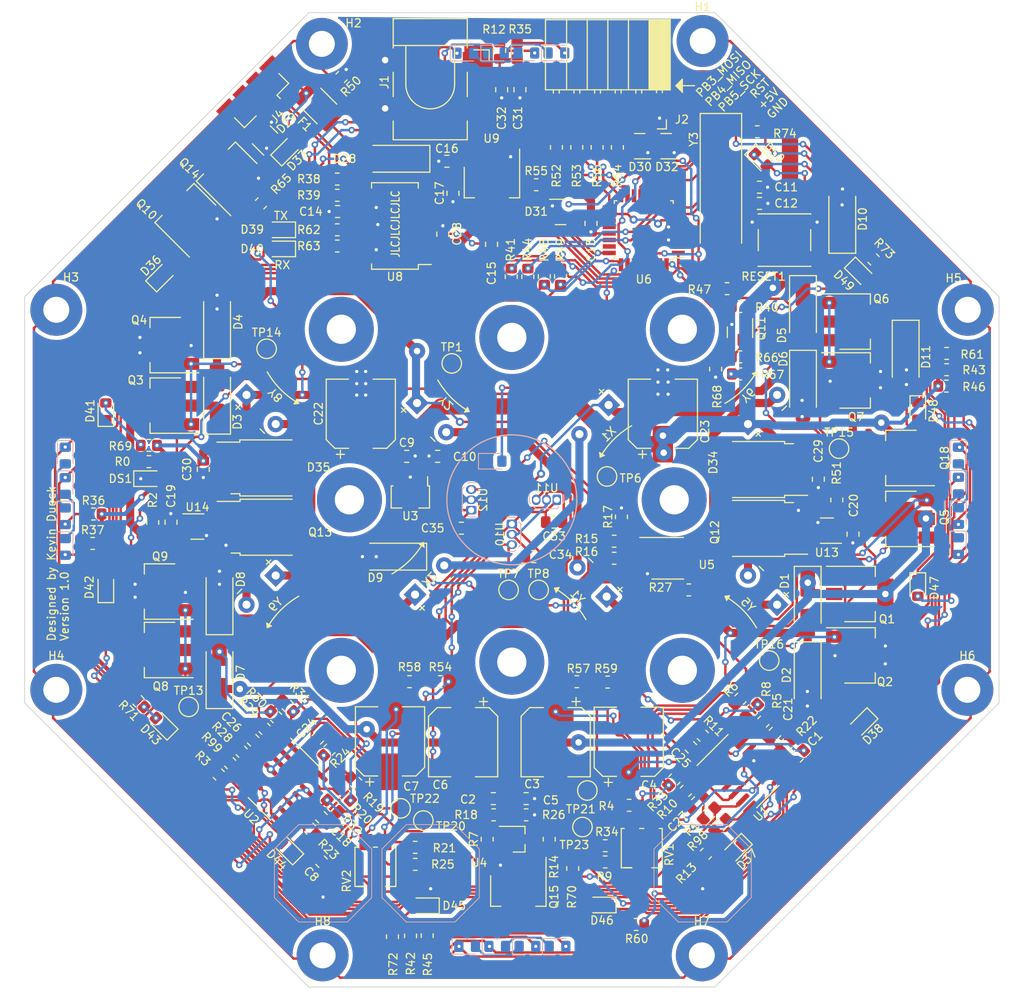
<source format=kicad_pcb>
(kicad_pcb (version 20221018) (generator pcbnew)
  (title_block (title "Magnetic Levitaion") (date "2023-08-12") (rev "V1.0") (company "Kevin Dueck"))
  (layers (0 "F.Cu" signal) (31 "B.Cu" power) (34 "B.Paste" user) (35 "F.Paste" user) (36 "B.SilkS" user "B.Silkscreen") (37 "F.SilkS" user "F.Silkscreen") (38 "B.Mask" user) (39 "F.Mask" user) (44 "Edge.Cuts" user))
  (net 0 "")
  (net 1 "Net-(C1-Pad1)")
  (net 2 "Net-(U1C--)")
  (net 3 "/DR")
  (net 4 "/Vref+")
  (net 5 "Net-(U1B-+)")
  (net 6 "/Vref-")
  (net 7 "GND")
  (net 8 "Net-(U2B-+)")
  (net 9 "Net-(C8-Pad1)")
  (net 10 "Net-(U2C--)")
  (net 11 "/Vcc_en")
  (net 12 "/Vreg")
  (net 13 "/Y1")
  (net 14 "/X1")
  (net 15 "/Y2")
  (net 16 "/X2")
  (net 17 "Net-(DS1-A)")
  (net 18 "Net-(X1-Pad2)")
  (net 19 "Net-(Y1-Pad2)")
  (net 20 "Net-(Q1-B)")
  (net 21 "Net-(Q3-B)")
  (net 22 "Net-(Q5-B)")
  (net 23 "Net-(Q6-B)")
  (net 24 "Net-(Q8-B)")
  (net 25 "Net-(U1B--)")
  (net 26 "Net-(R3-Pad2)")
  (net 27 "Net-(U6-XTAL2{slash}PB7)")
  (net 28 "Net-(U1D--)")
  (net 29 "Net-(U4-Ref)")
  (net 30 "/H1")
  (net 31 "Net-(U1D-+)")
  (net 32 "Net-(R13-Pad2)")
  (net 33 "Net-(U5A--)")
  (net 34 "Net-(U5A-+)")
  (net 35 "Net-(U12-OUTPUT)")
  (net 36 "Net-(U6-XTAL1{slash}PB6)")
  (net 37 "Net-(U2D--)")
  (net 38 "/H2")
  (net 39 "Net-(U2D-+)")
  (net 40 "Net-(R27-Pad1)")
  (net 41 "Net-(U2B--)")
  (net 42 "Net-(R98-Pad2)")
  (net 43 "Net-(R99-Pad2)")
  (net 53 "+5V")
  (net 54 "Net-(U8-3V3OUT)")
  (net 55 "/MCU/RESET")
  (net 56 "Net-(U8-DTR)")
  (net 57 "VCC")
  (net 58 "Net-(C24-Pad1)")
  (net 59 "Net-(C25-Pad1)")
  (net 60 "Net-(D12-K)")
  (net 61 "Net-(D12-A)")
  (net 62 "Net-(D13-K)")
  (net 63 "Net-(D14-K)")
  (net 64 "Net-(D14-A)")
  (net 65 "Net-(D16-K)")
  (net 66 "Net-(D16-A)")
  (net 67 "Net-(D18-K)")
  (net 68 "Net-(D18-A)")
  (net 69 "Net-(D20-K)")
  (net 70 "Net-(D20-A)")
  (net 71 "Net-(D21-K)")
  (net 72 "Net-(D22-K)")
  (net 73 "Net-(D22-A)")
  (net 74 "Net-(D24-K)")
  (net 75 "Net-(D24-A)")
  (net 76 "Net-(D26-K)")
  (net 77 "Net-(D26-A)")
  (net 78 "Net-(D28-A)")
  (net 79 "Net-(J4-VBUS)")
  (net 80 "Net-(J4-D+)")
  (net 81 "Net-(J4-D-)")
  (net 82 "/MCU/PB3_MOSI")
  (net 83 "/MCU/PB4_MISO")
  (net 84 "/MCU/PB5_SCK")
  (net 85 "/MCU/Touch3")
  (net 86 "/MCU/Touch1")
  (net 87 "/MCU/Touch2")
  (net 89 "Net-(D34-A)")
  (net 90 "Net-(D35-A)")
  (net 91 "Net-(D37-A)")
  (net 92 "Net-(D39-K)")
  (net 93 "Net-(D40-K)")
  (net 95 "Net-(Q10-B)")
  (net 96 "Net-(Q12-G)")
  (net 97 "Net-(Q13-G)")
  (net 98 "Net-(Q14-B)")
  (net 99 "/MCU/LightSense")
  (net 100 "/En_sig")
  (net 101 "Net-(Q18-B)")
  (net 102 "/MCU/LED_WH")
  (net 103 "/MCU/LED_UV")
  (net 104 "Net-(U8-USBD+)")
  (net 105 "Net-(U8-USBD-)")
  (net 106 "/MCU/TouchCom")
  (net 107 "/CoilPWM")
  (net 108 "Net-(U13-IN)")
  (net 109 "Net-(U14-IN)")
  (net 110 "Net-(U8-CBUS1)")
  (net 111 "Net-(U8-CBUS0)")
  (net 118 "Net-(D33-K)")
  (net 120 "/MCU/RXD0")
  (net 121 "/MCU/TXD0")
  (net 133 "Net-(Y5-Pad1)")
  (net 134 "Net-(Y8-Pad2)")
  (net 135 "Net-(C26-Pad2)")
  (net 136 "Net-(C27-Pad2)")
  (net 137 "Net-(J2-Pin_6)")
  (net 138 "Net-(J2-Pin_5)")
  (net 139 "Net-(J2-Pin_4)")
  (net 140 "Net-(J2-Pin_3)")
  (net 141 "Earth")
  (net 142 "Net-(Q11-B)")
  (net 143 "Net-(Q11-C)")
  (net 144 "Net-(U4-C)")
  (net 145 "Net-(U4-A)")
  (net 146 "Net-(D33-A)")
  (net 147 "Net-(D36-K)")
  (net 148 "Net-(D37-K)")
  (net 149 "Net-(D41-K)")
  (net 150 "Net-(D41-A)")
  (net 151 "Net-(D43-K)")
  (net 152 "Net-(D43-A)")
  (net 153 "Net-(D45-K)")
  (net 154 "Net-(D45-A)")
  (net 155 "Net-(D47-K)")
  (net 156 "Net-(D47-A)")
  (net 157 "Net-(D49-K)")
  (net 158 "Net-(D49-A)")
  (net 159 "Net-(Q15-B)")
  (net 160 "/MCU/LED_bot")
  (footprint "TestPoint:TestPoint_Pad_D2.0mm" (layer "F.Cu") (at 152 112.7)
    (fp_text reference "TP7")
    (fp_text value "Hx")
  )
  (footprint "Maglev_Footprint_Library:SOT-223-3_TabPin2_BJT" (layer "F.Cu") (at 109.05 120.1 180)
    (fp_text reference "Q8")
    (fp_text value "ZX5T851GTA")
  )
  (footprint "Resistor_SMD:R_0805_2012Metric_Pad1.20x1.40mm_HandSolder" (layer "F.Cu") (at 196.95 72 135)
    (fp_text reference "R73")
    (fp_text value "270")
  )
  (footprint "Capacitor_SMD:C_0805_2012Metric_Pad1.18x1.45mm_HandSolder" (layer "F.Cu") (at 146.1875 105.1)
    (fp_text reference "C35")
    (fp_text value "0.1uF")
  )
  (footprint "Resistor_SMD:R_0805_2012Metric_Pad1.20x1.40mm_HandSolder" (layer "F.Cu") (at 160.4 124)
    (fp_text reference "R57")
    (fp_text value "1k")
  )
  (footprint "Resistor_SMD:R_0805_2012Metric_Pad1.20x1.40mm_HandSolder" (layer "F.Cu") (at 192.421384 101.621384 -90)
    (fp_text reference "R51")
    (fp_text value "1k")
  )
  (footprint "Maglev_Footprint_Library:CP_Elec_8x10_HandSolder" (layer "F.Cu") (at 166.8 131.4 90)
    (fp_text reference "C4")
    (fp_text value "220uF")
  )
  (footprint "Maglev_Footprint_Library:TO-252-Schottkey" (layer "F.Cu") (at 182.681384 97.871384 180)
    (fp_text reference "D34")
    (fp_text value "MBRD1060")
  )
  (footprint "Capacitor_SMD:C_0805_2012Metric_Pad1.18x1.45mm_HandSolder" (layer "F.Cu") (at 114.4 97.85 -90)
    (fp_text reference "C30")
    (fp_text value "4.7uF")
  )
  (footprint "Resistor_SMD:R_0805_2012Metric_Pad1.20x1.40mm_HandSolder" (layer "F.Cu") (at 106.4 126.4 135)
    (fp_text reference "R71")
    (fp_text value "270")
  )
  (footprint "Maglev_Footprint_Library:SOT-223-3_TabPin2_BJT" (layer "F.Cu") (at 195.25 113.2)
    (fp_text reference "Q1")
    (fp_text value "ZX5T851GTA")
  )
  (footprint "Maglev_Footprint_Library:BarrelJack_CLIFF_FC681465S_SMT_Horizontal_No_Holes" (layer "F.Cu") (at 142.35 50.45 -90)
    (fp_text reference "J1")
    (fp_text value "FC681465S")
  )
  (footprint "Maglev_Footprint_Library:CP_Elec_8x10_HandSolder" (layer "F.Cu") (at 171 91 90)
    (fp_text reference "C23")
    (fp_text value "220uF")
  )
  (footprint "Maglev_Footprint_Library:SOT-223-3_TabPin2_BJT" (layer "F.Cu") (at 117.3 61.3 135)
    (fp_text reference "Q14")
    (fp_text value "ZX5T851GTA")
  )
  (footprint "LED_SMD:LED_0805_2012Metric_Pad1.15x1.40mm_HandSolder" (layer "F.Cu") (at 195.5 129.2 -135)
    (fp_text reference "D38")
    (fp_text value "WRM")
  )
  (footprint "Resistor_SMD:R_0805_2012Metric_Pad1.20x1.40mm_HandSolder" (layer "F.Cu") (at 205.95 83.575 180)
    (fp_text reference "R61")
    (fp_text value "270")
  )
  (footprint "Resistor_SMD:R_0805_2012Metric_Pad1.20x1.40mm_HandSolder" (layer "F.Cu") (at 180.566444 126.10365 45)
    (fp_text reference "R6")
    (fp_text value "130k")
  )
  (footprint "Resistor_SMD:R_0805_2012Metric_Pad1.20x1.40mm_HandSolder" (layer "F.Cu") (at 205.925 87.6 180)
    (fp_text reference "R46")
    (fp_text value "270")
  )
  (footprint "LED_SMD:LED_0805_2012Metric_Pad1.15x1.40mm_HandSolder" (layer "F.Cu") (at 109.3 129.2 135)
    (fp_text reference "D43")
    (fp_text value "WRM" hide)
  )
  (footprint "Package_TO_SOT_SMD:TO-252-2" (layer "F.Cu") (at 122.24 104.98)
    (fp_text reference "Q13")
    (fp_text value "AOD442G")
  )
  (footprint "Resistor_SMD:R_0805_2012Metric_Pad1.20x1.40mm_HandSolder" (layer "F.Cu") (at 130.9 64.1 180)
    (fp_text reference "R39")
    (fp_text value "1k")
  )
  (footprint "Resistor_SMD:R_0805_2012Metric_Pad1.20x1.40mm_HandSolder" (layer "F.Cu") (at 181.966444 127.50365 45)
    (fp_text reference "R8")
    (fp_text value "10k")
  )
  (footprint "Resistor_SMD:R_0805_2012Metric_Pad1.20x1.40mm_HandSolder" (layer "F.Cu") (at 162.9 58.2 90)
    (fp_text reference "R56")
    (fp_text value "1k")
  )
  (footprint "Resistor_SMD:R_0805_2012Metric_Pad1.20x1.40mm_HandSolder" (layer "F.Cu") (at 163.9 144.2)
    (fp_text reference "R34")
    (fp_text value "1k")
  )
  (footprint "Resistor_SMD:R_0805_2012Metric_Pad1.20x1.40mm_HandSolder" (layer "F.Cu") (at 165 106.7)
    (fp_text reference "R15")
    (fp_text value "20k")
  )
  (footprint "Maglev_Footprint_Library:SOT-223-3_TabPin2_BJT" (layer "F.Cu") (at 200.35 103.95 180)
    (fp_text reference "Q5")
    (fp_text value "ZX5T1951GTA")
  )
  (footprint "Resistor_SMD:R_0805_2012Metric_Pad1.20x1.40mm_HandSolder" (layer "F.Cu") (at 124.786801 126.971064 135)
    (fp_text reference "R31")
    (fp_text value "330k")
  )
  (footprint "Diode_SMD:D_SMA_Handsoldering" (layer "F.Cu") (at 188.835786 114.305278 -90)
    (fp_text reference "D1")
    (fp_text value "B140")
  )
  (footprint "MountingHole:MountingHole_3.2mm_M3_Pad" (layer "F.Cu") (at 208.55 78.2)
    (fp_text reference "H5")
    (fp_text value "MountingHole_Pad")
  )
  (footprint "Capacitor_SMD:C_0805_2012Metric_Pad1.18x1.45mm_HandSolder" (layer "F.Cu") (at 190.15 99.0625 -90)
    (fp_text reference "C29")
    (fp_text value "4.7uF")
  )
  (footprint "Maglev_Footprint_Library:TO-252-Schottkey" (layer "F.Cu") (at 122.215 97.675)
    (fp_text reference "D35")
    (fp_text value "MBRD1060")
  )
  (footprint "TestPoint:TestPoint_Pad_D2.0mm" (layer "F.Cu") (at 164.125 98.725)
    (fp_text reference "TP6")
    (fp_text value "Hz")
  )
  (footprint "LED_SMD:LED_0805_2012Metric_Pad1.15x1.40mm_HandSolder" (layer "F.Cu") (at 109.3 74 45)
    (fp_text reference "D36")
    (fp_text value "WRM")
  )
  (footprint "Resistor_SMD:R_0805_2012Metric_Pad1.20x1.40mm_HandSolder" (layer "F.Cu") (at 150.9 46.275 -90)
    (fp_text reference "R12")
    (fp_text value "270")
  )
  (footprint "TestPoint:TestPoint_Pad_D2.0mm" (layer "F.Cu") (at 122.2 83)
    (fp_text reference "TP14")
    (fp_text value "Gx")
  )
  (footprint "MountingHole:MountingHole_3.2mm_M3_Pad" (layer "F.Cu") (at 129 45.45)
    (fp_text reference "H2")
    (fp_text value "MountingHole_Pad")
  )
  (footprint "Capacitor_SMD:C_0805_2012Metric_Pad1.18x1.45mm_HandSolder" (layer "F.Cu") (at 151.15 51.1 -90)
    (fp_text reference "C32")
    (fp_text value "0.1uF")
  )
  (footprint "Maglev_Footprint_Library:Potentiometer_ST-4EB" (layer "F.Cu") (at 135.6 146.8 90)
    (fp_text reference "RV2")
    (fp_text value "10k")
  )
  (footprint "Capacitor_SMD:C_0805_2012Metric_Pad1.18x1.45mm_HandSolder" (layer "F.Cu") (at 110.425 104.3575 90)
    (fp_text reference "C19")
    (fp_text value "0.1uF")
  )
  (footprint "Diode_SMD:D_SMA_Handsoldering" (layer "F.Cu") (at 188.25643 78.5 -90)
    (fp_text reference "D5")
    (fp_text value "B140")
  )
  (footprint "Resistor_SMD:R_0805_2012Metric_Pad1.20x1.40mm_HandSolder" (layer "F.Cu") (at 172.414942 136.0385 -135)
    (fp_text reference "R33")
    (fp_text value "1.2k")
  )
  (footprint "Resistor_SMD:R_0805_2012Metric_Pad1.20x1.40mm_HandSolder" (layer "F.Cu") (at 140.5 144.4 180)
    (fp_text reference "R21")
    (fp_text value "1k")
  )
  (footprint "Package_TO_SOT_SMD:SOT-23-5" (layer "F.Cu") (at 191.2 105.4 180)
    (fp_text reference "U13")
    (fp_text value "MCP1402")
  )
  (footprint "Maglev_Footprint_Library:CP_Elec_8x10_HandSolder" (layer "F.Cu") (at 157.8 131.45 -90)
    (fp_text reference "C3")
    (fp_text value "220uF")
  )
  (footprint "Resistor_SMD:R_0805_2012Metric_Pad1.20x1.40mm_HandSolder" (layer "F.Cu") (at 177.5 85.5 -90)
    (fp_text reference "R68")
    (fp_text value "0")
  )
  (footprint "Package_TO_SOT_SMD:SOT-223-3_TabPin2" (layer "F.Cu") (at 149.95 62.5 -90)
    (fp_text reference "U9")
    (fp_text value "LM1117MP-5.0")
  )
  (footprint "Resistor_SMD:R_0805_2012Metric_Pad1.20x1.40mm_HandSolder" (layer "F.Cu") (at 137.7 155.4 -90)
    (fp_text reference "R72")
    (fp_text value "270")
  )
  (footprint "Maglev_Footprint_Library:SOT-89-3_Handsoldering_Vref" (layer "F.Cu") (at 139.9 101.25 -90)
    (fp_text reference "U3")
    (fp_text value "L78L05_SO8")
  )
  (footprint "Capacitor_SMD:C_0805_2012Metric_Pad1.18x1.45mm_HandSolder" (layer "F.Cu") (at 149.9 70.1375 -90)
    (fp_text reference "C15")
    (fp_text value "100nF")
  )
  (footprint "Resistor_SMD:R_0805_2012Metric_Pad1.20x1.40mm_HandSolder" (layer "F.Cu") (at 139.925 155.3 90)
    (fp_text reference "R42")
    (fp_text value "270")
  )
  (footprint "Resistor_SMD:R_0805_2012Metric_Pad1.20x1.40mm_HandSolder" (layer "F.Cu") (at 152.325 74.125 90)
    (fp_text reference "R41")
    (fp_text value "1k")
  )
  (footprint "Resistor_SMD:R_0805_2012Metric_Pad1.20x1.40mm_HandSolder" (layer "F.Cu") (at 163.9 146.2)
    (fp_text reference "R9")
    (fp_text value "1k")
  )
  (footprint "Resistor_SMD:R_0805_2012Metric_Pad1.20x1.40mm_HandSolder" (layer "F.Cu") (at 158.4 74.1 90)
    (fp_text reference "R49")
    (fp_text value "1M")
  )
  (footprint "Resistor_SMD:R_0805_2012Metric_Pad1.20x1.40mm_HandSolder" (layer "F.Cu") (at 174.2 112.7)
    (fp_text reference "R27")
    (fp_text value "1k")
  )
  (footprint "Resistor_SMD:R_0805_2012Metric_Pad1.20x1.40mm_HandSolder" (layer "F.Cu") (at 130.9 70.35)
    (fp_text reference "R63")
    (fp_text value "300")
  )
  (footprint "Maglev_Footprint_Library:CP_Elec_8x10_HandSolder" (layer "F.Cu") (at 146.4 131.45 -90)
    (fp_text reference "C6")
    (fp_text value "220uF")
  )
  (footprint "MountingHole:MountingHole_3.2mm_M3_Pad" (layer "F.Cu") (at 208.5 125)
    (fp_text reference "H6")
    (fp_text value "MountingHole_Pad")
  )
  (footprint "LED_SMD:LED_0805_2012Metric_Pad1.15x1.40mm_HandSolder" (layer "F.Cu") (at 124.7 58.5 45)
    (fp_text reference "D33")
    (fp_text value "WRM")
  )
  (footprint "Resistor_SMD:R_0805_2012Metric_Pad1.20x1.40mm_HandSolder" (layer "F.Cu") (at 127.540112 142.106855 -45)
    (fp_text reference "R23")
    (fp_text value "3.3k")
  )
  (footprint "Fuse:Fuse_1812_4532Metric_Pad1.30x3.40mm_HandSolder" (layer "F.Cu") (at 128.65 53.1 135)
    (fp_text reference "F1")
    (fp_text value "MF-MSMF050-2")
  )
  (footprint "Resistor_SMD:R_0805_2012Metric_Pad1.20x1.40mm_HandSolder" (layer "F.Cu") (at 180.5 86.1 180)
    (fp_text reference "R67")
    (fp_text value "10k")
  )
  (footprint "Maglev_Footprint_Library:SOT-223-3_TabPin2_BJT" (layer "F.Cu") (at 109.049999 112.9 180)
    (fp_text reference "Q9")
    (fp_text value "ZX5T1951GTA")
  )
  (footprint "Resistor_SMD:R_0805_2012Metric_Pad1.20x1.40mm_HandSolder" (layer "F.Cu") (at 165 108.8 180)
    (fp_text reference "R16")
    (fp_text value "5.1k")
  )
  (footprint "Resistor_SMD:R_0805_2012Metric_Pad1.20x1.40mm_HandSolder" (layer "F.Cu") (at 155.4 62.8 180)
    (fp_text reference "R55")
    (fp_text value "5k")
  )
  (footprint "TestPoint:TestPoint_Pad_D2.0mm" (layer "F.Cu") (at 161.7 137.4)
    (fp_text reference "TP21")
    (fp_text value "Yin")
  )
  (footprint "Resistor_SMD:R_0805_2012Metric_Pad1.20x1.40mm_HandSolder" (layer "F.Cu") (at 140.5 146.5 180)
    (fp_text reference "R25")
    (fp_text value "1k")
  )
  (footprint "MountingHole:MountingHole_3.2mm_M3_Pad" (layer "F.Cu") (at 96.3 78.2)
    (fp_text reference "H3")
    (fp_text value "MountingHole_Pad")
  )
  (footprint "Resistor_SMD:R_0805_2012Metric_Pad1.20x1.40mm_HandSolder" (layer "F.Cu") (at 165.4 58.2 90)
    (fp_text reference "R64")
    (fp_text value "1k")
  )
  (footprint "Resistor_SMD:R_0805_2012Metric_Pad1.20x1.40mm_HandSolder" (layer "F.Cu") (at 129.942893 132.37132 45)
    (fp_text reference "R24")
    (fp_text value "1k")
  )
  (footprint "Resistor_SMD:R_0805_2012Metric_Pad1.20x1.40mm_HandSolder" (layer "F.Cu") (at 159.9 147 -90)
    (fp_text reference "R70")
    (fp_text value "1k")
  )
  (footprint "Maglev_Footprint_Library:USB_Micro-B_Amphenol_10104110_Horizontal_Overhang" (layer "F.Cu") (at 121.020889 51.867588 -135)
    (fp_text reference "J4")
    (fp_text value "USB_B_Micro")
  )
  (footprint "Resistor_SMD:R_0805_2012Metric_Pad1.20x1.40mm_HandSolder" (layer "F.Cu") (at 176.684099 140.254624 45)
    (fp_text reference "R1")
    (fp_text value "430k")
  )
  (footprint "LED_SMD:LED_0805_2012Metric_Pad1.15x1.40mm_HandSolder" (layer "F.Cu") (at 183.075 59.725 -45)
    (fp_text reference "D50")
    (fp_text value "WRM")
  )
  (footprint "Capacitor_SMD:C_0805_2012Metric_Pad1.18x1.45mm_HandSolder" (layer "F.Cu") (at 182.9 63.1)
    (fp_text reference "C11")
    (fp_text value "22pF")
  )
  (footprint "Resistor_SMD:R_0805_2012Metric_Pad1.20x1.40mm_HandSolder" (layer "F.Cu") (at 121.507107 65.092893 -135)
    (fp_text reference "R65")
    (fp_text value "270")
  )
  (footprint "Capacitor_SMD:C_0805_2012Metric_Pad1.18x1.45mm_HandSolder" (layer "F.Cu") (at 144.4 59.9 180)
    (fp_text reference "C16")
    (fp_text value "10uF")
  )
  (footprint "Resistor_SMD:R_0805_2012Metric_Pad1.20x1.40mm_HandSolder" (layer "F.Cu") (at 153.05 46.325 -90)
    (fp_text reference "R35")
    (fp_text value "270")
  )
  (footprint "TestPoint:TestPoint_Pad_D2.0mm" (layer "F.Cu") (at 141.5 141.1)
    (fp_text reference "TP20")
    (fp_text value "Yin")
  )
  (footprint "Package_SO:SSOP-28_5.3x10.2mm_P0.65mm" (layer "F.Cu") (at 138 67.875 180)
    (fp_text reference "U8")
    (fp_text value "FT232RL")
  )
  (footprint "LED_SMD:LED_0805_2012Metric_Pad1.15x1.40mm_HandSolder" (layer "F.Cu") (at 202.4 112.45 -90)
    (fp_text reference "D47")
    (fp_text value "WRM")
  )
  (footprint "Capacitor_SMD:C_0805_2012Metric_Pad1.18x1.45mm_HandSolder" (layer "F.Cu") (at 128.502163 130.983623 -135)
    (fp_text reference "C24")
    (fp_text value "0.4nF")
  )
  (footprint "Resistor_SMD:R_0805_2012Metric_Pad1.20x1.40mm_HandSolder" (layer "F.Cu") (at 100.775 106.975)
    (fp_text reference "R37")
    (fp_text value "270")
  )
  (footprint "Maglev_Footprint_Library:CP_Elec_8x10_HandSolder" (layer "F.Cu") (at 133.8 91 90)
    (fp_text reference "C22")
    (fp_text value "220uF")
  )
  (footprint "Package_QFP:TQFP-32_7x7mm_P0.8mm" (layer "F.Cu") (at 168.65 68.4 180)
    (fp_text reference "U6")
    (fp_text value "ATmega328P-A")
  )
  (footprint "LED_SMD:LED_0805_2012Metric_Pad1.15x1.40mm_HandSolder" (layer "F.Cu") (at 102.4 90.7 90)
    (fp_text reference "D41")
    (fp_text value "WRM")
  )
  (footprint "Maglev_Footprint_Library:SOT-223-3_TabPin2_BJT" (layer "F.Cu") (at 194.65 86.9)
    (fp_text reference "Q7")
    (fp_text value "ZX5T1951GTA")
  )
  (footprint "Maglev_Footprint_Library:PinSocket_1x06_P2.54mm_Horizontal_SM" (layer "F.Cu") (at 170.575 52.568 -90)
    (fp_text reference "J2")
    (fp_text value "Programming header")
  )
  (footprint "Diode_SMD:D_SMA_Handsoldering" (layer "F.Cu") (at 188.835786 123.605278 -90)
    (fp_text reference "D2")
    (fp_text value "B140")
  )
  (footprint "Capacitor_SMD:C_0805_2012Metric_Pad1.18x1.45mm_HandSolder" (layer "F.Cu") (at 143.2625 96.25 180)
    (fp_text reference "C10")
    (fp_text value "0.01uF")
  )
  (footprint "Maglev_Footprint_Library:SOT-223-3_TabPin2_BJT" (layer "F.Cu") (at 112.2 66.4 135)
    (fp_text reference "Q10")
    (fp_text value "ZX5T851GTA")
  )
  (footprint "Capacitor_SMD:C_0805_2012Metric_Pad1.18x1.45mm_HandSolder" (layer "F.Cu") (at 153.4 51.1 -90)
    (fp_text reference "C31")
    (fp_text value "4.7uF")
  )
  (footprint "LED_SMD:LED_0805_2012Metric_Pad1.15x1.40mm_HandSolder" (layer "F.Cu") (at 124.775216 144.575216 135)
    (fp_text reference "D44")
    (fp_text value "WRM")
  )
  (footprint "TestPoint:TestPoint_Pad_D2.0mm" (layer "F.Cu") (at 161.1 141.9)
    (fp_text reference "TP23")
    (fp_text value "Xin")
  )
  (footprint "Capacitor_SMD:C_0805_2012Metric_Pad1.18x1.45mm_HandSolder" (layer "F.Cu") (at 128.954326 140.692642 135)
    (fp_text reference "C18")
    (fp_text value "4.5nF")
  )
  (footprint "Capacitor_SMD:C_0805_2012Metric_Pad1.18x1.45mm_HandSolder" (layer "F.Cu") (at 194.421384 105.833884 -90)
    (fp_text reference "C20")
    (fp_text value "0.1uF")
  )
  (footprint "TestPoint:TestPoint_Pad_D2.0mm" (layer "F.Cu") (at 145 84.8)
    (fp_text reference "TP1")
    (fp_text value "CoilPWM")
  )
  (footprint "Resistor_SMD:R_0805_2012Metric_Pad1.20x1.40mm_HandSolder" (layer "F.Cu") (at 119.129947 132.627917 -45)
    (fp_text reference "R28")
    (fp_text value "430k")
  )
  (footprint "Capacitor_SMD:C_0805_2012Metric_Pad1.18x1.45mm_HandSolder" (layer "F.Cu") (at 120.544161 131.213704 -45)
    (fp_text reference "C26")
    (fp_text value "30nF")
  )
  (footprint "Resistor_SMD:R_0805_2012Metric_Pad1.20x1.40mm_HandSolder" (layer "F.Cu") (at 182.625 56.275 180)
    (fp_text reference "R74")
    (fp_text value "1M")
  )
  (footprint "Resistor_SMD:R_0805_2012Metric_Pad1.20x1.40mm_HandSolder" (layer "F.Cu") (at 180.5 84 180)
    (fp_text reference "R66")
    (fp_text value "1k")
  )
  (footprint "Package_TO_SOT_SMD:SOT-23-5" (layer "F.Cu") (at 113.675 104.895)
    (fp_text reference "U14")
    (fp_text value "MCP1402")
  )
  (footprint "MountingHole:MountingHole_3.2mm_M3_Pad" (layer "F.Cu") (at 175.9 45.1)
    (fp_text reference "H1")
    (fp_text value "MountingHole_Pad")
  )
  (footprint "Resistor_SMD:R_0805_2012Metric_Pad1.20x1.40mm_HandSolder" (layer "F.Cu") (at 107.7 94.9)
    (fp_text reference "R69")
    (fp_text value "270")
  )
  (footprint "MountingHole:MountingHole_3.2mm_M3_Pad" (layer "F.Cu") (at 96.3 125)
    (fp_text reference "H4")
    (fp_text value "MountingHole_Pad")
  )
  (footprint "Resistor_SMD:R_0805_2012Metric_Pad1.20x1.40mm_HandSolder" (layer "F.Cu") (at 133.223484 136.476517 -45)
    (fp_text reference "R19")
    (fp_text value "130k")
  )
  (footprint "Package_TO_SOT_SMD:SOT-143" (layer "F.Cu") (at 171.4 58.05 180)
    (fp_text reference "D32")
    (fp_text value "SP0503BAHT")
  )
  (footprint "Resistor_SMD:R_0805_2012Metric_Pad1.20x1.40mm_HandSolder" (layer "F.Cu") (at 141.975 155.275 90)
    (fp_text reference "R45")
    (fp_text value "270")
  )
  (footprint "Diode_SMD:D_SMA_Handsoldering" (layer "F.Cu") (at 137.4 108.6 180)
    (fp_text reference "D9")
    (fp_text value "SMAJ5.0A")
  )
  (footprint "TestPoint:TestPoint_Pad_D2.0mm" (layer "F.Cu") (at 184.1 121.4)
    (fp_text reference "TP16")
    (fp_text value "Gy")
  )
  (footprint "Resistor_SMD:R_0805_2012Metric_Pad1.20x1.40mm_HandSolder" (layer "F.Cu") (at 107.7 96.9)
    (fp_text reference "R0")
    (fp_text value "1000")
  )
  (footprint "Package_TO_SOT_SMD:SOT-143" (layer "F.Cu") (at 122 57.1 135)
    (fp_text reference "D29")
    (fp_text value "SP0503BAHT")
  )
  (footprint "Capacitor_SMD:C_0805_2012Metric_Pad1.18x1.45mm_HandSolder" (layer "F.Cu") (at 145.15 63.85 -90)
    (fp_text reference "C17")
    (fp_text value "10uF")
  )
  (footprint "Resistor_SMD:R_0805_2012Metric_Pad1.20x1.40mm_HandSolder" (layer "F.Cu") (at 131.425 49.525 -135)
    (fp_text reference "R50")
    (fp_text value "1M")
  )
  (footprint "Resistor_SMD:R_0805_2012Metric_Pad1.20x1.40mm_HandSolder" (layer "F.Cu") (at 130.9 68.35)
    (fp_text reference "R62")
    (fp_text value "300")
  )
  (footprint "LED_SMD:LED_0805_2012Metric_Pad1.15x1.40mm_HandSolder" (layer "F.Cu") (at 107.7 99)
    (fp_text reference "DS1")
    (fp_text value "LED")
  )
  (footprint "Capacitor_SMD:C_0805_2012Metric_Pad1.18x1.45mm_HandSolder" (layer "F.Cu") (at 150.125 138.4 180)
    (fp_text reference "C2")
    (fp_text value ".1uF")
  )
  (footprint "Capacitor_SMD:C_0805_2012Metric_Pad1.18x1.45mm_HandSolder" (layer "F.Cu") (at 155.1125 108.6 180)
    (fp_text reference "C34")
    (fp_text value "0.1uF")
  )
  (footprint "Maglev_Footprint_Library:SOT-223-3_TabPin2_BJT" (layer "F.Cu") (at 153.2 149.750001 -90)
    (fp_text reference "Q15")
    (fp_text value "ZX5T851GTA")
  )
  (footprint "Maglev_Footprint_Library:SOT-223-3_TabPin2_BJT" (layer "F.Cu") (at 109.75 90 180)
    (fp_text reference "Q3")
    (fp_text value "ZX5T851GTA")
  )
  (footprint "Diode_SMD:D_SMA_Handsoldering" (layer "F.Cu") (at 116.1 79.699999 90)
    (fp_text reference "D4")
    (fp_text value "B140")
  )
  (footprint "Package_TO_SOT_SMD:SOT-143" (layer "F.Cu") (at 158.4 66.15)
    (fp_text reference "D31")
    (fp_text value "SP0503BAHT")
  )
  (footprint "Resistor_SMD:R_0805_2012Metric_Pad1.20x1.40mm_HandSolder" (layer "F.Cu") (at 178.098314 141.668836 45)
    (fp_text reference "R98")
    (fp_text value "51")
  )
  (footprint "LED_SMD:LED_0805_2012Metric_Pad1.15x1.40mm_HandSolder" (layer "F.Cu") (at 123.9 70.7 180)
    (fp_text reference "D40")
    (fp_text value "Red")
  )
  (footprint "Resistor_SMD:R_0805_2012Metric_Pad1.20x1.40mm_HandSolder" (layer "F.Cu") (at 139.8 124 180)
    (fp_text reference "R58")
    (fp_text value "1k")
  )
  (footprint "Package_TO_SOT_SMD:SOT-143" (layer "F.Cu") (at 168.15 58.05 180)
    (fp_text reference "D30")
    (fp_text value "SP0503BAHT")
  )
  (footprint "Diode_SMD:D_SMA_Handsoldering" (layer "F.Cu") (at 200.9 84 -90)
    (fp_text reference "D11")
    (fp_text value "SMAJ12A")
  )
  (footprint "LED_SMD:LED_0805_2012Metric_Pad1.15x1.40mm_HandSolder" (layer "F.Cu") (at 163.375 151.5 180)
    (fp_text reference "D46")
    (fp_text value "WRM")
  )
  (footprint "TestPoint:TestPoint_Pad_D2.0mm" (layer "F.Cu") (at 138.7 139.6)
    (fp_text reference "TP22")
    (fp_text value "Xin")
  )
  (footprint "Resistor_SMD:R_0805_2012Metric_Pad1.20x1.40mm_HandSolder" (layer "F.Cu") (at 175.925 130.65 135)
    (fp_text reference "R11")
    (fp_text value "1k")
  )
  (footprint "Package_SO:SOIC-8_3.9x4.9mm_P1.27mm" (layer "F.Cu") (at 171.6 108.8)
    (fp_text reference "U5")
    (fp_text value "LM393")
  )
  (footprint "Capacitor_SMD:C_0805_2012Metric_Pad1.18x1.45mm_HandSolder" (layer "F.Cu") (at 182.9 65.1)
    (fp_text reference "C12")
    (fp_text value "22pF")
  )
  (footprint "Maglev_Footprint_Library:SOT-223-3_TabPin2_BJT" (layer "F.Cu") (at 109.75 82.55 180)
    (fp_text reference "Q4")
    (fp_text value "ZX5T1951GTA")
  )
  (footprint "Maglev_Footprint_Library:SOT-223-3_TabPin2_BJT" (layer "F.Cu") (at 195.25 120.762237)
    (fp_text reference "Q2")
    (fp_text value "ZX5T1951GTA")
  )
  (footprint "Resistor_SMD:R_0805_2012Metric_Pad1.20x1.40mm_HandSolder" (layer "F.Cu") (at 150.1625 140.4)
    (fp_text reference "R18")
    (fp_text value "180")
  )
  (footprint "Package_TO_SOT_SMD:SOT-23" (layer "F.Cu") (at 180.5 80.9625 -90)
    (fp_text reference "Q11")
    (fp_text value "MMBT3904")
  )
  (footprint "Resistor_SMD:R_0805_2012Metric_Pad1.20x1.40mm_HandSolder" (layer "F.Cu") (at 167.7 153.9 180)
    (fp_text reference "R60")
    (fp_text value "270")
  )
  (footprint "Resistor_SMD:R_0805_2012Metric_Pad1.20x1.40mm_HandSolder" (layer "F.Cu") (at 205.95 85.575 180)
    (fp_text reference "R43")
    (fp_text value "270")
  )
  (footprint "Resistor_SMD:R_0805_2012Metric_Pad1.20x1.40mm_HandSolder" (layer "F.Cu") (at 156.4 74.1 90)
    (fp_text reference "R48")
    (fp_text value "1M")
  )
  (footprint "Capacitor_SMD:C_0805_2012Metric_Pad1.18x1.45mm_HandSolder" (layer "F.Cu") (at 130.9375 66.1 180)
    (fp_text reference "C14")
    (fp_text value "100nF")
  )
  (footprint "Maglev_Footprint_Library:SOT-223-3_TabPin2_BJT" (layer "F.Cu") (at 194.65 79.65)
    (fp_text reference "Q6")
    (fp_text value "ZX5T851GTA")
  )
  (footprint "Resistor_SMD:R_0805_2012Metric_Pad1.20x1.40mm_HandSolder" (layer "F.Cu") (at 108.175 104.395 -90)
    (fp_text reference "R2")
    (fp_text value "1k")
  )
  (footprint "LED_SMD:LED_0805_2012Metric_Pad1.15x1.40mm_HandSolder" (layer "F.Cu") (at 123.9 68.35 180)
    (fp_text reference "D39")
    (fp_text value "Green")
  )
  (footprint "Resistor_SMD:R_0805_2012Metric_Pad1.20x1.40mm_HandSolder" (layer "F.Cu") (at 180.5 77.8 180)
    (fp_text reference "R40")
    (fp_text value "1k")
  )
  (footprint "Resistor_SMD:R_0805_2012Metric_Pad1.20x1.40mm_HandSolder" (layer "F.Cu") (at 121.958375 129.79949 -45)
    (fp_text reference "R29")
    (fp_text value "1.5k")
  )
  (footprint "Resistor_SMD:R_0805_2012Metric_Pad1.20x1.40mm_HandSolder" (layer "F.Cu") (at 166.85 139.225)
    (fp_text reference "R4")
    (fp_text value "330k")
  )
  (footprint "Capacitor_SMD:C_0805_2012Metric_Pad1.18x1.45mm_HandSolder" (layer "F.Cu") (at 174.45 132.084339 -45)
    (fp_text reference "C25")
    (fp_text value "0.4nF")
  )
  (footprint "Resistor_SMD:R_0805_2012Metric_Pad1.20x1.40mm_HandSolder" (layer "F.Cu") (at 154.1625 140.4 180)
    (fp_text reference "R26")
    (fp_text value "180")
  )
  (footprint "MountingHole:MountingHole_3.2mm_M3_Pad" (layer "F.Cu") (at 129.1 157.7)
    (fp_text reference "H8")
    (fp_text value "MountingHole_Pad")
  )
  (footprint "LED_SMD:LED_0805_2012Metric_Pad1.15x1.40mm_HandSolder" (layer "F.Cu") (at 141.6 151.6 180)
    (fp_text reference "D45")
    (fp_text value "WRM")
  )
  (footprint "Resistor_SMD:R_0805_2012Metric_Pad1.20x1.40mm_HandSolder" (layer "F.Cu") (at 143.6 124 180)
    (fp_text reference "R54")
    (fp_text value "1k")
  )
  (footprint "LED_SMD:LED_0805_2012Metric_Pad1.15x1.40mm_HandSolder" (layer "F.Cu") (at 180.024784 144.675216 -135)
    (fp_text reference "D37")
    (fp_text value "WRM")
  )
  (footprint "Capacitor_SMD:C_0805_2012Metric_Pad1.18x1.45mm_HandSolder" (layer "F.Cu") (at 162.15 67.5625 -90)
    (fp_text reference "C13")
    (fp_text value "0.1uF")
  )
  (footprint "Resistor_SMD:R_0805_2012Metric_Pad1.20x1.40mm_HandSolder" (layer "F.Cu") (at 130.36854 139.278428 -45)
    (fp_text reference "R32")
    (fp_text value "10k")
  )
  (footprint "Resistor_SMD:R_0805_2012Metric_Pad1.20x1.40mm_HandSolder" (layer "F.Cu") (at 157 143.4 90)
    (fp_text reference "R14")
    (fp_text value "5.1k")
  )
  (footprint "Diode_SMD:D_SMA_Handsoldering" (layer "F.Cu") (at 116.4 122.8 90)
    (fp_text reference "D7")
    (fp_text value "B140")
  )
  (footprint "Capacitor_SMD:C_0805_2012Metric_Pad1.18x1.45mm_HandSolder" (layer "F.Cu") (at 128.966377 146.166377 135)
    (fp_text reference "C8")
    (fp_text value "1uF")
  )
  (footprint "Capacitor_SMD:C_0805_2012Metric_Pad1.18x1.45mm_HandSolder" (layer "F.Cu") (at 139.4625 96.25)
    (fp_text reference "C9")
    (fp_text value "0.33uF")
  )
  (footprint "Button_Switch_SMD:SW_SPST_PTS645" (layer "F.Cu") (at 185.98 69.62 180)
    (fp_text reference "RESET1")
    (fp_text value "PTS645")
  )
  (footprint "Resistor_SMD:R_0805_2012Metric_Pad1.20x1.40mm_HandSolder" (layer "F.Cu") (at 173.829155 137.452713 45)
    (fp_text reference "R10")
    (fp_text value "1.5k")
  )
  (footprint "Maglev_Footprint_Library:SOT-223-3_TabPin2_BJT" (layer "F.Cu") (at 200.349999 96.45 180)
    (fp_text reference "Q18")
    (fp_text value "ZX5T1951GTA")
  )
  (footprint "Capacitor_SMD:C_0805_2012Metric_Pad1.18x1.45mm_HandSolder" (layer "F.Cu") (at 184.80371 130.323238 -135)
    (fp_text reference "C21")
    (fp_text value "4.5nF")
  )
  (footprint "Capacitor_SMD:C_0805_2012Metric_Pad1.18x1.45mm_HandSolder" (layer "F.Cu") (at 187.596783 133.187022 -135)
    (fp_text reference "C1")
    (fp_text value "1uF")
  )
  (footprint "Diode_SMD:D_SMA_Handsoldering" (layer "F.Cu") (at 116.4 113.7 90)
    (fp_text reference "D8")
    (fp_text value "B140")
  )
  (footprint "LED_SMD:LED_0805_2012Metric_Pad1.15x1.40mm_HandSolder" (layer "F.Cu") (at 102.4 112.4 90)
    (fp_text reference "D42")
    (fp_text value "WRM")
  )
  (footprint "Resistor_SMD:R_0805_2012Metric_Pad1.20x1.40mm_HandSolder" (layer "F.Cu") (at 186.219767 131.749742 45)
    (fp_text reference "R22")
    (fp_text value "3.3k")
  )
  (footprint "Resistor_SMD:R_0805_2012Metric_Pad1.20x1.40mm_HandSolder" (layer "F.Cu") (at 178.9 75.6 180)
    (fp_text reference "R47")
    (fp_text value "1k")
  )
  (footprint "Maglev_Footprint_Library:Potentiometer_ST-4EB" (layer "F.Cu") (at 168.4 144.5 90)
    (fp_text reference "RV1")
    (fp_text value "10k")
  )
  (footprint "Resistor_SMD:R_0805_2012Metric_Pad1.20x1.40mm_HandSolder" (layer "F.Cu") (at 164.2 124.05)
    (fp_text reference "R59")
    (fp_text value "1k")
  )
  (footprint "Maglev_Footprint_Library:CP_Elec_8x10_HandSolder" (layer "F.Cu") (at 137.4 131.35 90)
    (fp_text reference "C7")
    (fp_text value "220uF")
  )
  (footprint "Resistor_SMD:R_0805_2012Metric_Pad1.20x1.40mm_HandSolder" (layer "F.Cu") (at 131.80927 137.89073 -45)
    (fp_text reference "R20")
    (fp_text value "10k")
  )
  (footprint "Diode_SMD:D_SMA_Handsoldering" (layer "F.Cu") (at 193.1 66.725 90)
    (fp_text reference "D10")
    (fp_text value "SMAJ12A")
  )
  (footprint "Capacitor_SMD:C_0805_2012Metric_Pad1.18x1.45mm_HandSolder" (layer "F.Cu") (at 157.6125 104.35)
    (fp_text reference "C33")
    (fp_text value "0.1uF")
  )
  (footprint "Resistor_SMD:R_0805_2012Metric_Pad1.20x1.40mm_HandSolder" (layer "F.Cu") (at 160.4 58.2 90)
    (fp_text reference "R53")
    (fp_text value "1k")
  )
  (footprint "Resistor_SMD:R_0805_2012Metric_Pad1.20x1.40mm_HandSolder" (layer "F.Cu") (at 149.3625 143.4 90)
    (fp_text reference "R7")
    (fp_text value "5.1k")
  )
  (footprint "Resistor_SMD:R_0805_2012Metric_Pad1.20x1.40mm_HandSolder" (layer "F.Cu") (at 165.9 103.7 90)
    (fp_text reference "R17")
    (fp_text value "5.1k")
  )
  (footprint "Resistor_SMD:R_0805_2012Metric_Pad1.20x1.40mm_HandSolder" (layer "F.Cu") (at 176.3 145.2 45)
    (fp_text reference "R13")
    (fp_text value "51")
  )
  (footprint "Resistor_SMD:R_0805_2012Metric_Pad1.20x1.40mm_HandSolder" (layer "F.Cu") (at 157.9 58.2 90)
    (fp_text reference "R52")
    (fp_text value "1k")
  )
  (footprint "Crystal:Crystal_SMD_HC49-SD_HandSoldering" (layer "F.Cu") (at 178.15 64.1 -90)
    (fp_text reference "Y3")
    (fp_text value " J49SMH-16MHz")
  )
  (footprint "Resistor_SMD:R_0805_2012Metric_Pad1.20x1.40mm_HandSolder" (layer "F.Cu") (at 123.372588 128.385276 135)
    (fp_text reference "R30")
    (fp_text value "1.2k")
  )
  (footprint "Capacitor_SMD:C_0805_2012Metric_Pad1.18x1.45mm_HandSolder" (layer "F.Cu") (at 175.243369 138.866927 45)
    (fp_text reference "C27")
    (fp_text value "30nF")
  )
  (footprint "Package_TO_SOT_SMD:SOT-23_Handsoldering" (layer "F.Cu") (at 153.2625 143.4)
    (fp_text reference "U4")
    (fp_text value "TL431A")
  )
  (footprint "Package_SO:SOIC-14_3.9x8.7mm_P1.27mm" (layer "F.Cu") (at 124.457997 136.527611 -45)
    (fp_text reference "U2")
    (fp_text value "LM324")
  )
  (footprint "Capacitor_SMD:C_0805_2012Metric_Pad1.18x1.45mm_HandSolder" (layer "F.Cu") (at 154.1625 138.4)
    (fp_text reference "C5")
    (fp_text value ".1uF")
  )
  (footprint "Package_SO:SOIC-14_3.9x8.7mm_P1.27mm" (layer "F.Cu") (at 180.785319 135.022034 45)
    (fp_text reference "U1")
    (fp_text value "LM324")
  )
  (footprint "MountingHole:MountingHole_3.2mm_M3_Pad" (layer "F.Cu") (at 175.8 157.7)
    (fp_text reference "H7")
    (fp_text value "MountingHole_Pad")
  )
  (footprint "Resistor_SMD:R_0805_2012Metric_Pad1.20x1.40mm_HandSolder" (layer "F.Cu") (at 183.380659 128.917862 45)
    (fp_text reference "R5")
    (fp_text value "10k")
  )
  (footprint "Resistor_SMD:R_0805_2012Metric_Pad1.20x1.40mm_HandSolder" (layer "F.Cu") (at 130.9 62.1)
    (fp_text reference "R38")
    (fp_text value "1k")
  )
  (footprint "Diode_SMD:D_SMA_Handsoldering" (layer "F.Cu") (at 116.1 89.000001 90)
    (fp_text reference "D3")
    (fp_text value "B140")
  )
  (footprint "Diode_SMD:D_SMA_Handsoldering" (layer "F.Cu") (at 137.8 59.6 180)
    (fp_text reference "D28")
    (fp_text value "D")
  )
  (footprint "TestPoint:TestPoint_Pad_D2.0mm" (layer "F.Cu") (at 155.7 112.7)
    (fp_text reference "TP8")
    (fp_text value "Hy")
  )
  (footprint "Resistor_SMD:R_0805_2012Metric_Pad1.20x1.40mm_HandSolder" (layer "F.Cu") (at 154.375 74.125 90)
    (fp_text reference "R44")
    (fp_text value "1k")
  )
  (footprint "LED_SMD:LED_0805_2012Metric_Pad1.15x1.40mm_HandSolder" (layer "F.Cu") (at 202.4 90.65 -90)
    (fp_text reference "D48")
    (fp_text value "WRM")
  )
  (footprint "Resistor_SMD:R_0805_2012Metric_Pad1.20x1.40mm_HandSolder" (layer "F.Cu") (at 116.302163 135.433623 -45)
    (fp_text reference "R3")
    (fp_text value "51")
  )
  (footprint "Resistor_SMD:R_0805_2012Metric_Pad1.20x1.40mm_HandSolder" (layer "F.Cu") (at 117.715733 134.042131 -45)
    (fp_text reference "R99")
    (fp_text value "51")
  )
  (footprint "TestPoint:TestPoint_Pad_D2.0mm" (layer "F.Cu") (at 112.6 127.1)
    (fp_text reference "TP13")
    (fp_text value "Gx")
  )
  (footprint "TestPoint:TestPoint_Pad_D2.0mm" (layer "F.Cu") (at 192.7 95.3)
    (fp_text reference "TP15")
    (fp_text value "Gy")
  )
  (footprint "LED_SMD:LED_0805_2012Metric_Pad1.15x1.40mm_HandSolder" (layer "F.Cu") (at 195.350216 73.700216 -45)
    (fp_text reference "D49")
    (fp_text value "WRM")
  )
  (footprint "Capacitor_SMD:C_0805_2012Metric_Pad1.18x1.45mm_HandSolder" (layer "F.Cu") (at 143.9 68.8875 90)
    (fp_text reference "C28")
    (fp_text value "0.1uF")
  )
  (footprint "Resistor_SMD:R_0805_2012Metric_Pad1.20x1.40mm_HandSolder" (layer "F.Cu") (at 100.875 103.35)
    (fp_text reference "R36")
    (fp_text value "270")
  )
  (footprint "Diode_SMD:D_SMA_Handsoldering" (layer "F.Cu") (at 188.25643 87.7 -90)
    (fp_text reference "D6")
    (fp_text value "B140")
  )
  (footprint "Package_TO_SOT_SMD:TO-252-2" (layer "F.Cu") (at 182.691384 105.121384 180)
    (fp_text reference "Q12")
    (fp_text value "AOD442G")
  )
  (footprint "LED_SMD:LED_0805_2012Metric_Pad1.15x1.40mm_HandSolder" (layer "B.Cu") (at 97.4 103.625 -90)
    (fp_text reference "D14" hide)
    (fp_text value "WH")
  )
  (footprint "Maglev_Footprint_Library:Capacitive_Touch_Pad" (layer "B.Cu") (at 175.9 147.6 180)
    (fp_text reference "PB2" hide)
    (fp_text value "~")
  )
  (footprint "LED_SMD:LED_0805_2012Metric_Pad1.15x1.40mm_HandSolder" (layer "B.Cu") (at 207.4 103.6 -90)
    (fp_text reference "D18" hide)
    (fp_text value "WH")
  )
  (footprint "LED_SMD:LED_0805_2012Metric_Pad1.15x1.40mm_HandSolder" (layer "B.Cu") (at 157.89 46.575)
    (fp_text reference "D20" hide)
    (fp_text value "UV")
  )
  (footprint "LED_SMD:LED_0805_2012Metric_Pad1.15x1.40mm_HandSolder" (layer "B.Cu") (at 154.324998 156.6)
    (fp_text reference "D16" hide)
    (fp_text value "WH")
  )
  (footprint "Maglev_Footprint_Library:Maglev_coil" (layer "B.Cu") (at 131.4 80.6 -45)
    (fp_text reference "Y8")
    (fp_text value "L_Ferrite")
  )
  (footprint "Package_TO_SOT_THT:TO-92Flat" (layer "B.Cu") (at 157.94 101.6 180)
    (fp_text reference "U11")
    (fp_text value "DRV5505")
  )
  (footprint "Maglev_Footprint_Library:Maglev_coil" (layer "B.Cu") (at 132.4 101.6 45)
    (fp_text reference "X2")
    (fp_text value "L_Ferrite")
  )
  (footprint "Maglev_Footprint_Library:Maglev_coil" (layer "B.Cu") (at 152.4 81.6 -45)
    (fp_text reference "Y2")
    (fp_text value "L_Ferrite")
  )
  (footprint "LED_SMD:LED_0805_2012Metric_Pad1.15x1.40mm_HandSolder" (layer "B.Cu") (at 154.19 46.575)
    (fp_text reference "D12" hide)
    (fp_text value "WH")
  )
  (footprint "LED_SMD:LED_0805_2012Metric_Pad1.15x1.40mm_HandSolder" (layer "B.Cu") (at 146.9 156.6)
    (fp_text reference "D17" hide)
    (fp_text value "WH")
  )
  (footprint "LED_SMD:LED_0805_2012Metric_Pad1.15x1.40mm_HandSolder" (layer "B.Cu") (at 97.4 99.900001 -90)
    (fp_text reference "D23" hide)
    (fp_text value "UV")
  )
  (footprint "LED_SMD:LED_0805_2012Metric_Pad1.15x1.40mm_HandSolder" (layer "B.Cu") (at 150.15 96.85)
    (fp_text reference "Q16" hide)
    (fp_text value "TEMT7000X01")
  )
  (footprint "Maglev_Footprint_Library:Maglev_coil" (layer "B.Cu") (at 172.4 101.6 -135)
    (fp_text reference "X1")
    (fp_text value "L_Ferrite")
  )
  (footprint "Maglev_Footprint_Library:Maglev_coil" (layer "B.Cu") (at 173.4 122.6 135)
    (fp_text reference "Y5")
    (fp_text value "L_Ferrite")
  )
  (footprint "LED_SMD:LED_0805_2012Metric_Pad1.15x1.40mm_HandSolder" (layer "B.Cu") (at 207.4 99.850002 -90)
    (fp_text reference "D27" hide)
    (fp_text value "UV")
  )
  (footprint "LED_SMD:LED_0805_2012Metric_Pad1.15x1.40mm_HandSolder" (layer "B.Cu") (at 207.4 96.150002 -90)
    (fp_text reference "D19" hide)
    (fp_text value "WH")
  )
  (footprint "Maglev_Footprint_Library:Maglev_coil" (layer "B.Cu") (at 131.4 122.6 -135)
    (fp_text reference "Y9")
    (fp_text value "L_Ferrite")
  )
  (footprint "LED_SMD:LED_0805_2012Metric_Pad1.15x1.40mm_HandSolder" (layer "B.Cu") (at 207.4 107.3 -90)
    (fp_text reference "D26" hide)
    (fp_text value "UV")
  )
  (footprint "Maglev_Footprint_Library:Maglev_coil" (layer "B.Cu") (at 173.4 80.6 45)
    (fp_text reference "Y6")
    (fp_text value "L_Ferrite")
  )
  (footprint "LED_SMD:LED_0805_2012Metric_Pad1.15x1.40mm_HandSolder" (layer "B.Cu") (at 150.599999 156.6)
    (fp_text reference "D25" hide)
    (fp_text value "UV")
  )
  (footprint "LED_SMD:LED_0805_2012Metric_Pad1.15x1.40mm_HandSolder" (layer "B.Cu") (at 97.4 96.149999 -90)
    (fp_text reference "D15" hide)
    (fp_text value "WH")
  )
  (footprint "Package_TO_SOT_THT:TO-92Flat" (layer "B.Cu") (at 147.4 102.87 90)
    (fp_text reference "U12")
    (fp_text value locked "DRV5505")
  )
  (footprint "Package_TO_SOT_THT:TO-92Flat" (layer "B.Cu") (at 152.4 104.58 -90)
    (fp_text reference "U10")
    (fp_text value "DRV5505")
  )
  (footprint "Maglev_Footprint_Library:Capacitive_Touch_Pad" (layer "B.Cu") (at 129.15 147.6 180)
    (fp_text reference "PB1" hide)
    (fp_text value "~")
  )
  (footprint "LED_SMD:LED_0805_2012Metric_Pad1.15x1.40mm_HandSolder" (layer "B.Cu") (at 97.4 107.400001 -90)
    (fp_text reference "D22" hide)
    (fp_text value "UV")
  )
  (footprint "LED_SMD:LED_0805_2012Metric_Pad1.15x1.40mm_HandSolder" (layer "B.Cu") (at 150.439999 46.575)
    (fp_text reference "D21" hide)
    (fp_text value "UV")
  )
  (footprint "Maglev_Footprint_Library:Capacitive_Touch_Pad" (layer "B.Cu") (at 142.4 147.6 180)
    (fp_text reference "PB3" hide)
    (fp_text value "~")
  )
  (footprint "LED_SMD:LED_0805_2012Metric_Pad1.15x1.40mm_HandSolder" (layer "B.Cu") (at 146.675 46.6)
    (fp_text reference "D13" hide)
    (fp_text value "WH")
  )
  (footprint "LED_SMD:LED_0805_2012Metric_Pad1.15x1.40mm_HandSolder" (layer "B.Cu") (at 158.025 156.6)
    (fp_text reference "D24" hide)
    (fp_text value "UV")
  )
  (footprint "Maglev_Footprint_Library:Maglev_coil" (layer "B.Cu") (at 152.4 121.6 135)
    (fp_text reference "Y1")
    (fp_text value "L_Ferrite")
  )
  (gr_circle (center 152.4 101.6) (end 160.4 101.6) (stroke (width 0.153)) (fill none) (layer "B.SilkS"))
  (gr_line (start 174.9 50.6) (end 172.6 50.6) (stroke (width 0.153)) (layer "F.SilkS"))
  (gr_poly (pts (xy 172.6 50.6) (xy 173.4 49.8) (xy 173.4 51.4)) (stroke (width 0.153)) (fill solid) (layer "F.SilkS"))
  (gr_poly locked (pts (xy 127.4 41.6) (xy 177.4 41.6) (xy 212.4 76.6) (xy 212.4 126.6) (xy 177.4 161.6) (xy 127.4 161.6) (xy 92.4 126.6) (xy 92.4 76.6)) (stroke (width 0.1)) (fill none) (layer "Edge.Cuts"))
  (gr_text "RX" (at 123.05 73.275) (layer "F.SilkS") (effects (font (size 1 1) (thickness 0.153)) (justify left bottom)))
  (gr_text "PB3_MOSI\nPB4_MISO\nPB5_SCK\nRST\n+5V\nGND" (at 186.7 52.6 45) (layer "F.SilkS") (effects (font (size 1 1) (thickness 0.153)) (justify right bottom)))
  (gr_text "TX" (at 123 67.2) (layer "F.SilkS") (effects (font (size 1 1) (thickness 0.153)) (justify left bottom)))
  (gr_text "JLCJLCJLCJLC" (at 138.65 71.85 90) (layer "F.SilkS") (effects (font (size 1 0.8) (thickness 0.153)) (justify left bottom)))
  (gr_text "Designed by Kevin Dueck\nVersion 1.0" (at 97.9 119.1 90) (layer "F.SilkS") (effects (font (size 1 1) (thickness 0.153)) (justify left bottom)))
  (segment (start 179.975 132.875) (end 179.3 132.875) (width 0.3) (layer "F.Cu") (net 1))
  (segment (start 177.782107 131.357107) (end 176.632107 131.357107) (width 0.3) (layer "F.Cu") (net 1))
  (segment (start 179.3 132.875) (end 177.782107 131.357107) (width 0.3) (layer "F.Cu") (net 1))
  (via (at 188.35 132.475) (size 0.8) (drill 0.4) (layers "F.Cu" "B.Cu") (net 1))
  (via (at 179.975 132.875) (size 0.8) (drill 0.4) (layers "F.Cu" "B.Cu") (net 1))
  (segment (start 181.156081 131.693919) (end 186.518919 131.693919) (width 0.3) (layer "B.Cu") (net 1))
  (segment (start 186.518919 131.693919) (end 187.3 132.475) (width 0.3) (layer "B.Cu") (net 1))
  (segment (start 179.975 132.875) (end 181.156081 131.693919) (width 0.3) (layer "B.Cu") (net 1))
  (segment (start 187.3 132.475) (end 188.35 132.475) (width 0.3) (layer "B.Cu") (net 1))
  (segment (start 184.070087 131.056861) (end 182.673551 129.660325) (width 0.3) (layer "F.Cu") (net 2))
  (segment (start 172.5 141) (end 173.9 141) (width 0.3) (layer "F.Cu") (net 2))
  (segment (start 182 137.4) (end 182 137.399456) (width 0.3) (layer "F.Cu") (net 2))
  (segment (start 162.514213 141.9) (end 164.023 143.408787) (width 0.3) (layer "F.Cu") (net 2))
  (segment (start 166.3 147.2) (end 172.5 141) (width 0.3) (layer "F.Cu") (net 2))
  (segment (start 185.47881 133.920645) (end 184.331459 135.067996) (width 0.3) (layer "F.Cu") (net 2))
  (segment (start 182.673551 129.660325) (end 182.67355 129.62497) (width 0.3) (layer "F.Cu") (net 2))
  (segment (start 161.1 141.9) (end 162.514213 141.9) (width 0.3) (layer "F.Cu") (net 2))
  (segment (start 185.512659 132.45685) (end 184.112672 131.056861) (width 0.3) (layer "F.Cu") (net 2))
  (segment (start 164.023 143.408787) (end 164.023 146.868291) (width 0.3) (layer "F.Cu") (net 2))
  (segment (start 184.112672 131.056861) (end 184.070087 131.056861) (width 0.3) (layer "F.Cu") (net 2))
  (segment (start 164.023 146.868291) (end 164.354709 147.2) (width 0.3) (layer "F.Cu") (net 2))
  (segment (start 182 137.399456) (end 184.33146 135.067996) (width 0.3) (layer "F.Cu") (net 2))
  (segment (start 185.512659 132.45685) (end 186.863158 133.807349) (width 0.3) (layer "F.Cu") (net 2))
  (segment (start 164.354709 147.2) (end 166.3 147.2) (width 0.3) (layer "F.Cu") (net 2))
  (segment (start 186.863159 133.920646) (end 185.47881 133.920645) (width 0.3) (layer "F.Cu") (net 2))
  (via (at 182 137.4) (size 0.8) (drill 0.4) (layers "F.Cu" "B.Cu") (net 2))
  (via (at 173.9 141) (size 0.8) (drill 0.4) (layers "F.Cu" "B.Cu") (net 2))
  (segment (start 177.5 137.4) (end 182 137.4) (width 0.3) (layer "B.Cu") (net 2))
  (segment (start 173.9 141) (end 177.5 137.4) (width 0.3) (layer "B.Cu") (net 2))
  (segment (start 112.2 120.1) (end 105.9 120.1) (width 1) (layer "F.Cu") (net 3))
  (segment (start 106.698 105.745193) (end 105.4 104.447193) (width 1) (layer "F.Cu") (net 3))
  (segment (start 105.5 96.9) (end 105.4 96.8) (width 0.3) (layer "F.Cu") (net 3))
  (segment (start 107.9 118.1) (end 107.9 107.3) (width 1) (layer "F.Cu") (net 3))
  (segment (start 174.542543 133.990486) (end 175.379674 133.990486) (width 0.3) (layer "F.Cu") (net 3))
  (segment (start 188.835786 113.1) (end 188.835786 111.805278) (width 1) (layer "F.Cu") (net 3))
  (segment (start 177.29758 132.82258) (end 179.674633 135.199633) (width 0.3) (layer "F.Cu") (net 3))
  (segment (start 188.25643 77.25243) (end 188.25643 76.748) (width 1) (layer "F.Cu") (net 3))
  (segment (start 151.1 138.3375) (end 151.1 131.5) (width 0.3) (layer "F.Cu") (net 3))
  (segment (start 114.2 123.1) (end 114.2 120.65) (width 1) (layer "F.Cu") (net 3))
  (segment (start 176.54758 132.82258) (end 177.29758 132.82258) (width 0.3) (layer "F.Cu") (net 3))
  (segment (start 116.8 124.9) (end 116.4 125.3) (width 1) (layer "F.Cu") (net 3))
  (segment (start 106.7 96.9) (end 105.5 96.9) (width 0.3) (layer "F.Cu") (net 3))
  (segment (start 171.15 131.475) (end 173.067663 133.392663) (width 0.3) (layer "F.Cu") (net 3))
  (segment (start 105.4 91.2) (end 106.6 90) (width 1) (layer "F.Cu") (net 3))
  (segment (start 151.1625 138.4) (end 151.1625 140.4) (width 0.3) (layer "F.Cu") (net 3))
  (segment (start 191.5 79.65) (end 194.5 79.65) (width 1) (layer "F.Cu") (net 3))
  (segment (start 118.9 124.9) (end 116.8 124.9) (width 1) (layer "F.Cu") (net 3))
  (segment (start 173.944721 133.392664) (end 174.542543 133.990486) (width 0.3) (layer "F.Cu") (net 3))
  (segment (start 122.707908 134.777522) (end 122.707908 134.777878) (width 0.3) (layer "F.Cu") (net 3))
  (segment (start 197.8 79.65) (end 201.55 79.65) (width 1) (layer "F.Cu") (net 3))
  (segment (start 173.067663 133.392663) (end 173.944721 133.392664) (width 0.3) (layer "F.Cu") (net 3))
  (segment (start 197.2 103.95) (end 194.4 101.15) (width 1) (layer "F.Cu") (net 3))
  (segment (start 151.1625 138.4) (end 151.1 138.3375) (width 0.3) (layer "F.Cu") (net 3))
  (segment (start 122.707908 134.777878) (end 122.702163 134.783623) (width 0.3) (layer "F.Cu") (net 3))
  (segment (start 203.45 103.95) (end 203.4 103.9) (width 1) (layer "F.Cu") (net 3))
  (segment (start 191.5 79.65) (end 190.654 79.65) (width 1) (layer "F.Cu") (net 3))
  (segment (start 190.130508 113.1) (end 188.835786 113.1) (width 1) (layer "F.Cu") (net 3))
  (segment (start 106.698 106.098) (end 106.698 105.745193) (width 1) (layer "F.Cu") (net 3))
  (segment (start 198.25 102.1) (end 198.5 102.1) (width 0.3) (layer "F.Cu") (net 3))
  (segment (start 192.1 113.2) (end 190.130508 113.2) (width 1) (layer "F.Cu") (net 3))
  (segment (start 112.9 90) (end 116 90) (width 1) (layer "F.Cu") (net 3))
  (segment (start 116 90) (end 116.1 90.1) (width 1) (layer "F.Cu") (net 3))
  (segment (start 160.625 131.475) (end 160.6015 131.4985) (width 1) (layer "F.Cu") (net 3))
  (segment (start 151.1015 131.4985) (end 151.1 131.5) (width 1) (layer "F.Cu") (net 3))
  (segment (start 179.674633 135.199633) (end 179.674633 136.13272) (width 0.3) (layer "F.Cu") (net 3))
  (segment (start 179.674633 136.13272) (end 179.03523 136.772123) (width 0.3) (layer "F.Cu") (net 3))
  (segment (start 188.835786 111.805278) (end 188.8495 111.805278) (width 1) (layer "F.Cu") (net 3))
  (segment (start 175.379674 133.990486) (end 176.54758 132.82258) (width 0.3) (layer "F.Cu") (net 3))
  (segment (start 134.525 129.85) (end 136.1735 131.4985) (width 1) (layer "F.Cu") (net 3))
  (segment (start 105.4 104.447193) (end 105.4 96.8) (width 1) (layer "F.Cu") (net 3))
  (segment (start 114.2 120.65) (end 113.65 120.1) (width 1) (layer "F.Cu") (net 3))
  (segment (start 105.9 120.1) (end 107.9 118.1) (width 1) (layer "F.Cu") (net 3))
  (segment (start 114.2 123.1) (end 116.4 125.3) (width 1) (layer "F.Cu") (net 3))
  (segment (start 136.1735 131.4985) (end 151.0985 131.4985) (width 1) (layer "F.Cu") (net 3))
  (segment (start 194.4 101.15) (end 194.4 79.75) (width 1) (layer "F.Cu") (net 3))
  (segment (start 113.65 120.1) (end 112.2 120.1) (width 1) (layer "F.Cu") (net 3))
  (segment (start 203.5 103.95) (end 203.45 103.95) (width 1) (layer "F.Cu") (net 3))
  (segment (start 107.9 107.3) (end 106.698 106.098) (width 1) (layer "F.Cu") (net 3))
  (segment (start 105.4 96.8) (end 105.4 91.2) (width 1) (layer "F.Cu") (net 3))
  (segment (start 151.0985 131.4985) (end 151.1 131.5) (width 1) (layer "F.Cu") (net 3))
  (segment (start 194.5 79.65) (end 197.8 79.65) (width 1) (layer "F.Cu") (net 3))
  (segment (start 194.4 79.75) (end 194.5 79.65) (width 1) (layer "F.Cu") (net 3))
  (segment (start 116.1 90.1) (end 116.1 91.499999) (width 1) (layer "F.Cu") (net 3))
  (segment (start 160.6015 131.4985) (end 151.1015 131.4985) (width 1) (layer "F.Cu") (net 3))
  (segment (start 190.654 79.65) (end 188.25643 77.25243) (width 1) (layer "F.Cu") (net 3))
  (segment (start 171.15 131.425) (end 171.15 131.475) (width 0.3) (layer "F.Cu") (net 3))
  (segment (start 112.9 90) (end 106.6 90) (width 1) (layer "F.Cu") (net 3))
  (via (at 160.625 131.475) (size 2) (drill 0.8) (layers "F.Cu" "B.Cu") (net 3))
  (via (at 122.702163 134.783623) (size 1) (drill 0.5) (layers "F.Cu" "B.Cu") (net 3))
  (via (at 118.9 124.9) (size 2) (drill 0.8) (layers "F.Cu" "B.Cu") (net 3))
  (via (at 134.525 129.85) (size 2) (drill 0.8) (layers "F.Cu" "B.Cu") (net 3))
  (via (at 198.4 113.2) (size 2) (drill 0.8) (layers "F.Cu" "B.Cu") (net 3))
  (via (at 203.4 103.9) (size 2) (drill 0.8) (layers "F.Cu" "B.Cu") (net 3))
  (via (at 188.8495 111.805278) (size 2) (drill 0.8) (layers "F.Cu" "B.Cu") (net 3))
  (via (at 171.15 131.425) (size 0.8) (drill 0.4) (layers "F.Cu" "B.Cu") (net 3))
  (segment (start 198.4 113.2) (end 188.8995 113.2) (width 1) (layer "B.Cu") (net 3))
  (segment (start 188.8495 111.805278) (end 188.8495 113.25) (width 1) (layer "B.Cu") (net 3))
  (segment (start 132.006024 129.85) (end 134.525 129.85) (width 1) (layer "B.Cu") (net 3))
  (segment (start 178.098 124.502) (end 188.8495 113.7505) (width 1) (layer "B.Cu") (net 3))
  (segment (start 178.098 124.545976) (end 178.098 124.502) (width 1) (layer "B.Cu") (net 3))
  (segment (start 203.4 103.9) (end 203.4 108.2) (width 1) (layer "B.Cu") (net 3))
  (segment (start 127.281024 125.125) (end 129.853012 127.696988) (width 1) (layer "B.Cu") (net 3))
  (segment (start 171.143976 131.5) (end 178.098 124.545976) (width 1) (layer "B.Cu") (net 3))
  (segment (start 160.625 131.475) (end 160.65 131.5) (width 1) (layer "B.Cu") (net 3))
  (segment (start 188.8995 113.2) (end 188.8495 113.25) (width 1) (layer "B.Cu") (net 3))
  (segment (start 160.65 131.5) (end 171.143976 131.5) (width 1) (layer "B.Cu") (net 3))
  (segment (start 129.853012 127.696988) (end 132.006024 129.85) (width 1) (layer "B.Cu") (net 3))
  (segment (start 188.8495 113.7505) (end 188.8495 113.25) (width 1) (layer "B.Cu") (net 3))
  (segment (start 119.125 125.125) (end 127.281024 125.125) (width 1) (layer "B.Cu") (net 3))
  (segment (start 122.702163 134.783623) (end 122.766377 134.783623) (width 0.3) (layer "B.Cu") (net 3))
  (segment (start 122.766377 134.783623) (end 129.853012 127.696988) (width 0.3) (layer "B.Cu") (net 3))
  (segment (start 203.4 108.2) (end 198.4 113.2) (width 1) (layer "B.Cu") (net 3))
  (segment (start 118.9 124.9) (end 119.125 125.125) (width 1) (layer "B.Cu") (net 3))
  (segment (start 156.841218 102.791218) (end 157.94 101.692437) (width 0.3) (layer "F.Cu") (net 4))
  (segment (start 168.754 135.75013) (end 168.754 132.754839) (width 0.3) (layer "F.Cu") (net 4))
  (segment (start 153.88 103.1) (end 156.532437 103.1) (width 0.3) (layer "F.Cu") (net 4))
  (segment (start 156.15 108.6) (end 156.15 108.33) (width 0.3) (layer "F.Cu") (net 4))
  (segment (start 156.4 129.1) (end 157.8 127.7) (width 1) (layer "F.Cu") (net 4))
  (segment (start 166.17616 130.177) (end 165.581709 130.177) (width 0.3) (layer "F.Cu") (net 4))
  (segment (start 145.2 125.45) (end 145.2 127.7) (width 0.2) (layer "F.Cu") (net 4))
  (segment (start 138.852 143.752) (end 139.5 144.4) (width 0.3) (layer "F.Cu") (net 4))
  (segment (start 145 119.8) (end 145 123.6) (width 0.3) (layer "F.Cu") (net 4))
  (segment (start 145 112.292894) (end 151.4 105.892894) (width 0.3) (layer "F.Cu") (net 4))
  (segment (start 156.15 108.33) (end 152.4 104.58) (width 0.3) (layer "F.Cu") (net 4))
  (segment (start 156.575 104.35) (end 156.575 103.142563) (width 0.3) (layer "F.Cu") (net 4))
  (segment (start 164.9 146.2) (end 164.9 146.127) (width 0.3) (layer "F.Cu") (net 4))
  (segment (start 169.575 141.452) (end 169.927 141.1) (width 0.3) (layer "F.Cu") (net 4))
  (segment (start 151.4 105.892894) (end 151.4 105.487563) (width 0.3) (layer "F.Cu") (net 4))
  (segment (start 157.8 125.45) (end 157.8 127.7) (width 0.2) (layer "F.Cu") (net 4))
  (segment (start 136.775 141.975) (end 136.7 141.9) (width 0.3) (layer "F.Cu") (net 4))
  (segment (start 168.754 132.754839) (end 166.17616 130.177) (width 0.3) (layer "F.Cu") (net 4))
  (segment (start 144.8 124.05) (end 146.2 125.45) (width 0.2) (layer "F.Cu") (net 4))
  (segment (start 146.2 127.7) (end 147.6 129.1) (width 1) (layer "F.Cu") (net 4))
  (segment (start 169.927 136.92313) (end 168.754 135.75013) (width 0.3) (layer "F.Cu") (net 4))
  (segment (start 152.4 104.58) (end 153.88 103.1) (width 0.3) (layer "F.Cu") (net 4))
  (segment (start 147.6 129.1) (end 156.4 129.1) (width 1) (layer "F.Cu") (net 4))
  (segment (start 141.8 129.173) (end 141.8 125.5) (width 0.3) (layer "F.Cu") (net 4))
  (segment (start 169.927 141.1) (end 169.927 136.92313) (width 0.3) (layer "F.Cu") (net 4))
  (segment (start 157.94 101.692437) (end 157.94 101.6) (width 0.3) (layer "F.Cu") (net 4))
  (segment (start 165.581709 130.177) (end 164.899998 129.495289) (width 0.3) (layer "F.Cu") (net 4))
  (segment (start 137.7 130.401) (end 140.572 130.401) (width 0.3) (layer "F.Cu") (net 4))
  (segment (start 156.532437 103.1) (end 156.841218 102.791218) (width 0.3) (layer "F.Cu") (net 4))
  (segment (start 145 116) (end 145 112.292894) (width 0.3) (layer "F.Cu") (net 4))
  (segment (start 151.4 105.487563) (end 152.307563 104.58) (width 0.3) (layer "F.Cu") (net 4))
  (segment (start 146.2 125.45) (end 146.2 127.7) (width 0.2) (layer "F.Cu") (net 4))
  (segment (start 136.775 143.752) (end 138.852 143.752) (width 0.3) (layer "F.Cu") (net 4))
  (segment (start 140.572 130.401) (end 141.8 129.173) (width 0.3) (layer "F.Cu") (net 4))
  (segment (start 152.307563 104.58) (end 152.4 104.58) (width 0.3) (layer "F.Cu") (net 4))
  (segment (start 136.775 143.752) (end 136.775 141.975) (width 0.3) (layer "F.Cu") (net 4))
  (segment (start 146.4 128.8) (end 146.4 127.7) (width 0.3) (layer "F.Cu") (net 4))
  (segment (start 145 123.6) (end 144.6 124) (width 0.3) (layer "F.Cu") (net 4))
  (segment (start 156.575 103.142563) (end 156.532437 103.1) (width 0.3) (layer "F.Cu") (net 4))
  (segment (start 164.9 146.127) (end 169.575 141.452) (width 0.3) (layer "F.Cu") (net 4))
  (segment (start 164.899998 129.495289) (end 164.899998 128.2) (width 0.3) (layer "F.Cu") (net 4))
  (via (at 144.6 124) (size 0.8) (drill 0.4) (layers "F.Cu" "B.Cu") (net 4))
  (via (at 141.8 125.5) (size 0.8) (drill 0.4) (layers "F.Cu" "B.Cu") (net 4))
  (via (at 164.899998 128.2) (size 0.8) (drill 0.4) (layers "F.Cu" "B.Cu") (net 4))
  (via (at 136.7 141.9) (size 0.8) (drill 0.4) (layers "F.Cu" "B.Cu") (net 4))
  (via (at 145 119.8) (size 0.8) (drill 0.4) (layers "F.Cu" "B.Cu") (net 4))
  (via (at 137.7 130.401) (size 0.8) (drill 0.4) (layers "F.Cu" "B.Cu") (net 4))
  (via (at 157.8 127.7) (size 0.8) (drill 0.4) (layers "F.Cu" "B.Cu") (net 4))
  (via (at 145 116) (size 0.8) (drill 0.4) (layers "F.Cu" "B.Cu") (net 4))
  (segment (start 145 116) (end 145 119.8) (width 0.3) (layer "B.Cu") (net 4))
  (segment (start 158.3 128.2) (end 164.899998 128.2) (width 0.3) (layer "B.Cu") (net 4))
  (segment (start 137.7 140.9) (end 136.7 141.9) (width 0.3) (layer "B.Cu") (net 4))
  (segment (start 157.8 127.7) (end 158.3 128.2) (width 0.3) (layer "B.Cu") (net 4))
  (segment (start 143.1 125.5) (end 144.6 124) (width 0.3) (layer "B.Cu") (net 4))
  (segment (start 141.8 125.5) (end 143.1 125.5) (width 0.3) (layer "B.Cu") (net 4))
  (segment (start 137.7 130.401) (end 137.7 140.9) (width 0.3) (layer "B.Cu") (net 4))
  (segment (start 165.85 139.225) (end 166.2043 139.225) (width 0.3) (layer "F.Cu") (net 5))
  (segment (start 166.8 135.2) (end 163.2 135.2) (width 1) (layer "F.Cu") (net 5))
  (segment (start 171.734352 133.890663) (end 172.275 133.890663) (width 0.3) (layer "F.Cu") (net 5))
  (segment (start 163.2 123.85) (end 161.4 123.850001) (width 0.3) (layer "F.Cu") (net 5))
  (segment (start 163.2 135.2) (end 161.4 135.2) (width 1) (layer "F.Cu") (net 5))
  (segment (start 171.734352 133.890663) (end 171.734354 133.890663) (width 0.3) (layer "F.Cu") (net 5))
  (segment (start 172.275 133.890663) (end 173.738443 133.890664) (width 0.3) (layer "F.Cu") (net 5))
  (segment (start 163.2 135.2) (end 162.873 134.873) (width 0.3) (layer "F.Cu") (net 5))
  (segment (start 162.873 124.377) (end 163.2 124.05) (width 0.3) (layer "F.Cu") (net 5))
  (segment (start 171.734355 133.890662) (end 172.275 133.890663) (width 0.3) (layer "F.Cu") (net 5))
  (segment (start 179.045837 138.557567) (end 179.933256 137.670148) (width 0.3) (layer "F.Cu") (net 5))
  (segment (start 166.8 138.6293) (end 166.8 135.15) (width 0.3) (layer "F.Cu") (net 5))
  (segment (start 171.734354 133.890663) (end 171.734355 133.890662) (width 0.3) (layer "F.Cu") (net 5))
  (segment (start 173.738443 133.890664) (end 178.405347 138.557568) (width 0.3) (layer "F.Cu") (net 5))
  (segment (start 162.873 134.873) (end 162.873 124.377) (width 0.3) (layer "F.Cu") (net 5))
  (segment (start 178.405347 138.557568) (end 179.045837 138.557567) (width 0.3) (layer "F.Cu") (net 5))
  (segment (start 166.2043 139.225) (end 166.8 138.6293) (width 0.3) (layer "F.Cu") (net 5))
  (segment (start 183.433435 134.169969) (end 179.933256 137.670148) (width 0.3) (layer "F.Cu") (net 5))
  (segment (start 161.4 135.2) (end 157.8 135.2) (width 1) (layer "F.Cu") (net 5))
  (via (at 166.8 135.15) (size 0.8) (drill 0.4) (layers "F.Cu" "B.Cu") (net 5))
  (via (at 171.734355 133.890662) (size 0.8) (drill 0.4) (layers "F.Cu" "B.Cu") (net 5))
  (segment (start 171.734355 133.890662) (end 168.059338 133.890662) (width 0.3) (layer "B.Cu") (net 5))
  (segment (start 168.059338 133.890662) (end 166.8 135.15) (width 0.3) (layer "B.Cu") (net 5))
  (segment (start 169.5 137.1) (end 169.5 139.2207) (width 0.3) (layer "F.Cu") (net 6))
  (segment (start 149.8 106.785788) (end 149.8 105.6) (width 0.3) (layer "F.Cu") (net 6))
  (segment (start 144.25 116.310661) (end 144.25 112.335788) (width 0.3) (layer "F.Cu") (net 6))
  (segment (start 142.428249 120.228249) (end 145.756497 116.9) (width 1) (layer "F.Cu") (net 6))
  (segment (start 166.8 125.45) (end 166.8 127.7) (width 0.2) (layer "F.Cu") (net 6))
  (segment (start 166.8 128.6) (end 166.8 127.65) (width 0.3) (layer "F.Cu") (net 6))
  (segment (start 167.2687 141.452) (end 167.225 141.452) (width 0.3) (layer "F.Cu") (net 6))
  (segment (start 137.173 146.5) (end 139.5 146.5) (width 0.3) (layer "F.Cu") (net 6))
  (segment (start 158.795 100.872378) (end 158.522622 100.6) (width 0.3) (layer "F.Cu") (net 6))
  (segment (start 142.428249 120.228249) (end 138.8 123.856497) (width 1) (layer "F.Cu") (net 6))
  (segment (start 144.25 112.335788) (end 149.8 106.785788) (width 0.3) (layer "F.Cu") (net 6))
  (segment (start 152.8 102.6) (end 156.325331 102.6) (width 0.3) (layer "F.Cu") (net 6))
  (segment (start 138.799999 124.05) (end 137.2 125.65) (width 0.2) (layer "F.Cu") (net 6))
  (segment (start 168.327 132.931709) (end 168.327 135.927) (width 0.3) (layer "F.Cu") (net 6))
  (segment (start 165.2 123.906497) (end 165.2 124.05) (width 1) (layer "F.Cu") (net 6))
  (segment (start 138.8 123.856497) (end 138.8 124) (width 1) (layer "F.Cu") (net 6))
  (segment (start 137.2 127.649999) (end 137.2 128.649999) (width 1) (layer "F.Cu") (net 6))
  (segment (start 158.795 104.205) (end 158.795 100.872378) (width 0.3) (layer "F.Cu") (net 6))
  (segment (start 134.425 142.775) (end 135.2 142) (width 0.3) (layer "F.Cu") (net 6))
  (segment (start 165.2 123.850001) (end 166.8 125.45) (width 0.2) (layer "F.Cu") (net 6))
  (segment (start 154.075 107.525) (end 152.4 105.85) (width 0.3) (layer "F.Cu") (net 6))
  (segment (start 167.020023 127.429977) (end 166.8 127.65) (width 0.3) (layer "F.Cu") (net 6))
  (segment (start 169.5 139.2207) (end 167.2687 141.452) (width 0.3) (layer "F.Cu") (net 6))
  (segment (start 156.67 102.255331) (end 156.67 101.6) (width 0.3) (layer "F.Cu") (net 6))
  (segment (start 156.325331 102.6) (end 156.67 102.255331) (width 0.3) (layer "F.Cu") (net 6))
  (segment (start 145.756497 116.9) (end 158.193503 116.9) (width 1) (layer "F.Cu") (net 6))
  (segment (start 167.279977 128.129977) (end 166.8 127.65) (width 0.3) (layer "F.Cu") (net 6))
  (segment (start 149.8 105.6) (end 152.8 102.6) (width 0.3) (layer "F.Cu") (net 6))
  (segment (start 166.8 127.65) (end 165.75 126.6) (width 0.3) (layer "F.Cu") (net 6))
  (segment (start 164.9 143.777) (end 167.225 141.452) (width 0.3) (layer "F.Cu") (net 6))
  (segment (start 166.8 127.65) (end 166.8 125.65) (width 1) (layer "F.Cu") (net 6))
  (segment (start 156.911433 100.6) (end 156.67 100.841433) (width 0.3) (layer "F.Cu") (net 6))
  (segment (start 164.2 127.038334) (end 164.2 129.399161) (width 0.3) (layer "F.Cu") (net 6))
  (segment (start 134.425 143.752) (end 134.425 142.775) (width 0.3) (layer "F.Cu") (net 6))
  (segment (start 165.999291 130.604) (end 168.327 132.931709) (width 0.3) (layer "F.Cu") (net 6))
  (segment (start 164.9 144.2) (end 164.9 143.777) (width 0.3) (layer "F.Cu") (net 6))
  (segment (start 165.404839 130.604) (end 165.999291 130.604) (width 0.3) (layer "F.Cu") (net 6))
  (segment (start 156.67 100.841433) (end 156.67 101.6) (width 0.3) (layer "F.Cu") (net 6))
  (segment (start 166.8 125.65) (end 165.2 124.05) (width 1) (layer "F.Cu") (net 6))
  (segment (start 158.522622 100.6) (end 156.911433 100.6) (width 0.3) (layer "F.Cu") (net 6))
  (segment (start 168.327 135.927) (end 169.5 137.1) (width 0.3) (layer "F.Cu") (net 6))
  (segment (start 134.425 143.752) (end 137.173 146.5) (width 0.3) (layer "F.Cu") (net 6))
  (segment (start 158.193503 116.9) (end 165.2 123.906497) (width 1) (layer "F.Cu") (net 6))
  (segment (start 165.75 126.6) (end 164.638334 126.6) (width 0.3) (layer "F.Cu") (net 6))
  (segment (start 144.978249 117.03891) (end 144.25 116.310661) (width 0.3) (layer "F.Cu") (net 6))
  (segment (start 154.075 108.6) (end 154.075 107.525) (width 0.3) (layer "F.Cu") (net 6))
  (segment (start 164.638334 126.6) (end 164.2 127.038334) (width 0.3) (layer "F.Cu") (net 6))
  (segment (start 164.2 129.399161) (end 165.404839 130.604) (width 0.3) (layer "F.Cu") (net 6))
  (segment (start 137.2 125.65) (end 137.2 127.649999) (width 0.2) (layer "F.Cu") (net 6))
  (via (at 135.2 142) (size 0.8) (drill 0.4) (layers "F.Cu" "B.Cu") (net 6))
  (via (at 138.150263 127.412438) (size 0.8) (drill 0.4) (layers "F.Cu" "B.Cu") (net 6))
  (segment (start 156.67 102.3) (end 153.12 105.85) (width 0.3) (layer "B.Cu") (net 6))
  (segment (start 137 140.2) (end 135.2 142) (width 0.3) (layer "B.Cu") (net 6))
  (segment (start 138.150263 128.849737) (end 137 130) (width 0.3) (layer "B.Cu") (net 6))
  (segment (start 153.12 105.85) (end 152.4 105.85) (width 0.3) (layer "B.Cu") (net 6))
  (segment (start 138.150263 127.412438) (end 138.150263 128.849737) (width 0.3) (layer "B.Cu") (net 6))
  (segment (start 137 130) (end 137 140.2) (width 0.3) (layer "B.Cu") (net 6))
  (segment (start 156.67 101.6) (end 156.67 102.3) (width 0.3) (layer "B.Cu") (net 6))
  (segment (start 135.75 67.55) (end 135.9 67.7) (width 0.3) (layer "F.Cu") (net 7))
  (segment (start 134.4 70.8) (end 134.4 70.15) (width 0.3) (layer "F.Cu") (net 7))
  (segment (start 171 87.25) (end 171.05 87.3) (width 2) (layer "F.Cu") (net 7))
  (segment (start 134.4 67.55) (end 135.75 67.55) (width 0.3) (layer "F.Cu") (net 7))
  (segment (start 191.6 87) (end 191.5 86.9) (width 1) (layer "F.Cu") (net 7))
  (segment (start 148.398 103.927) (end 148.398 101.648) (width 0.3) (layer "F.Cu") (net 7))
  (segment (start 194.4 106.9) (end 194.45 106.9) (width 0.3) (layer "F.Cu") (net 7))
  (segment (start 194.45 106.9) (end 194.421384 106.871384) (width 0.3) (layer "F.Cu") (net 7))
  (segment (start 197.8 86.9) (end 197.8 87.8) (width 1) (layer "F.Cu") (net 7))
  (segment (start 147.225 105.1) (end 148.398 103.927) (width 0.3) (layer "F.Cu") (net 7))
  (segment (start 135.607106 65.6) (end 134.4 65.6) (width 0.3) (layer "F.Cu") (net 7))
  (segment (start 135.607106 65.6) (end 135.697748 65.6) (width 0.3) (layer "F.Cu") (net 7))
  (segment (start 172.4 58.8) (end 172.4 58.85) (width 0.3) (layer "F.Cu") (net 7))
  (segment (start 162.15 68.6) (end 162.35 68.8) (width 0.3) (layer "F.Cu") (net 7))
  (segment (start 116.100001 77.2) (end 116.1 78.1) (width 1) (layer "F.Cu") (net 7))
  (segment (start 122.8 55.1) (end 122.331624 55.1) (width 0.3) (layer "F.Cu") (net 7))
  (segment (start 194.4 106.85) (end 194.4 106.9) (width 0.3) (layer "F.Cu") (net 7))
  (segment (start 169.15 58.8) (end 169.15 58.85) (width 0.3) (layer "F.Cu") (net 7))
  (segment (start 135.7 70.8) (end 134.4 70.8) (width 0.3) (layer "F.Cu") (net 7))
  (segment (start 116.1 76.4) (end 115.7 76.8) (width 1) (layer "F.Cu") (net 7))
  (segment (start 122.331624 55.1) (end 121.240812 54.009188) (width 0.3) (layer "F.Cu") (net 7))
  (segment (start 143.9 67.85) (end 143.55 68.2) (width 0.3) (layer "F.Cu") (net 7))
  (segment (start 148.35 101.6) (end 147.4 101.6) (width 0.3) (layer "F.Cu") (net 7))
  (segment (start 148.398 101.648) (end 148.35 101.6) (width 0.3) (layer "F.Cu") (net 7))
  (segment (start 172.9 68) (end 171.7 68) (width 0.3) (layer "F.Cu") (net 7))
  (segment (start 116.1 78.1) (end 116.1 76.4) (width 1) (layer "F.Cu") (net 7))
  (segment (start 183.9375 63.1) (end 183.9 63.1) (width 0.3) (layer "F.Cu") (net 7))
  (segment (start 135.697748 65.6) (end 135.697784 65.599964) (width 0.3) (layer "F.Cu") (net 7))
  (segment (start 143.55 68.2) (end 141.6 68.2) (width 0.3) (layer "F.Cu") (net 7))
  (segment (start 172.9 69.6) (end 171.7 69.6) (width 0.3) (layer "F.Cu") (net 7))
  (segment (start 162.35 68.8) (end 164.4 68.8) (width 0.3) (layer "F.Cu") (net 7))
  (segment (start 193.9 106.35) (end 194.4 106.85) (width 0.3) (layer "F.Cu") (net 7))
  (via (at 198.4 119.6) (size 0.8) (drill 0.4) (layers "F.Cu" "B.Cu") (net 7))
  (via (at 183.9 63.1) (size 0.8) (drill 0.4) (layers "F.Cu" "B.Cu") (net 7))
  (via (at 193.125 63.325) (size 0.8) (drill 0.4) (layers "F.Cu" "B.Cu") (net 7))
  (via (at 116.4 112) (size 0.8) (drill 0.4) (layers "F.Cu" "B.Cu") (net 7))
  (via (at 117.2 107.2) (size 0.8) (drill 0.4) (layers "F.Cu" "B.Cu") (net 7))
  (via (at 192.2 120.8) (size 0.8) (drill 0.4) (layers "F.Cu" "B.Cu") (net 7))
  (via (at 106 113.6) (size 0.8) (drill 0.4) (layers "F.Cu" "B.Cu") (net 7))
  (via (at 193.075 65.275) (size 0.8) (drill 0.4) (layers "F.Cu" "B.Cu") (net 7))
  (via (at 143.9 67.85) (size 0.8) (drill 0.4) (layers "F.Cu" "B.Cu") (net 7))
  (via (at 191.6 87) (size 0.8) (drill 0.4) (layers "F.Cu" "B.Cu") (net 7))
  (via (at 112.9 82.6) (size 0.8) (drill 0.4) (layers "F.Cu" "B.Cu") (net 7))
  (via (at 188.8 125.2) (size 0.8) (drill 0.4) (layers "F.Cu" "B.Cu") (net 7))
  (via (at 188.15 89.35) (size 0.8) (drill 0.4) (layers "F.Cu" "B.Cu") (net 7))
  (via (at 151 146.6) (size 0.8) (drill 0.4) (layers "F.Cu" "B.Cu") (net 7))
  (via (at 122.2 58.3) (size 0.8) (drill 0.4) (layers "F.Cu" "B.Cu") (net 7))
  (via (at 194.4 106.9) (size 0.8) (drill 0.4) (layers "F.Cu" "B.Cu") (net 7))
  (via (at 106.7 99) (size 0.8) (drill 0.4) (layers "F.Cu" "B.Cu") (net 7))
  (via (at 145.15 64.8875) (size 0.8) (drill 0.4) (layers "F.Cu" "B.Cu") (net 7))
  (via (at 132 48.6) (size 0.8) (drill 0.4) (layers "F.Cu" "B.Cu") (net 7))
  (via (at 116.4 110.4) (size 0.8) (drill 0.4) (layers "F.Cu" "B.Cu") (net 7))
  (via (at 190 67.4) (size 0.8) (drill 0.4) (layers "F.Cu" "B.Cu") (net 7))
  (via (at 201 87.4) (size 0.8) (drill 0.4) (layers "F.Cu" "B.Cu") (net 7))
  (via (at 143.4 59.9) (size 0.8) (drill 0.4) (layers "F.Cu" "B.Cu") (net 7))
  (via (at 187.7 102.9) (size 0.8) (drill 0.4) (layers "F.Cu" "B.Cu") (net 7))
  (via (at 139.9 98.8) (size 0.8) (drill 0.4) (layers "F.Cu" "B.Cu") (net 7))
  (via (at 152.25 59.35) (size 0.8) (drill 0.4) (layers "F.Cu" "B.Cu") (net 7))
  (via (at 162.15 68.6) (size 0.8) (drill 0.4) (layers "F.Cu" "B.Cu") (net 7))
  (via (at 134 108.6) (size 0.8) (drill 0.4) (layers "F.Cu" "B.Cu") (net 7))
  (via (at 198.4 121.8) (size 0.8) (drill 0.4) (layers "F.Cu" "B.Cu") (net 7))
  (via (at 135.7 70.8) (size 0.8) (drill 0.4) (layers "F.Cu" "B.Cu") (net 7))
  (via (at 114.8 106) (size 0.8) (drill 0.4) (layers "F.Cu" "B.Cu") (net 7))
  (via (at 157.4 65.4) (size 0.8) (drill 0.4) (layers "F.Cu" "B.Cu") (net 7))
  (via (at 114.4 98.85) (size 0.8) (drill 0.4) (layers "F.Cu" "B.Cu") (net 7))
  (via (at 169.1 110.7) (size 0.8) (drill 0.4) (layers "F.Cu" "B.Cu") (net 7))
  (via (at 133.3 85.8) (size 0.8) (drill 0.4) (layers "F.Cu" "B.Cu") (net 7))
  (via (at 170.4 85.6) (size 0.8) (drill 0.4) (layers "F.Cu" "B.Cu") (net 7))
  (via (at 129.9 66.1) (size 0.8) (drill 0.4) (layers "F.Cu" "B.Cu") (net 7))
  (via (at 172.4 58.85) (size 0.8) (drill 0.4) (layers "F.Cu" "B.Cu") (net 7))
  (via (at 182.205758 133.739826) (size 0.8) (drill 0.4) (layers "F.Cu" "B.Cu") (net 7))
  (via (at 110.4 103.3) (size 0.8) (drill 0.4) (layers "F.Cu" "B.Cu") (net 7))
  (via (at 165.9 102.6) (size 0.8) (drill 0.4) (layers "F.Cu" "B.Cu") (net 7))
  (via (at 134.4 87.3) (size 0.8) (drill 0.4) (layers "F.Cu" "B.Cu") (net 7))
  (via (at 177.5 86.5) (size 0.8) (drill 0.4) (layers "F.Cu" "B.Cu") (net 7))
  (via (at 197.8 87.8) (size 0.8) (drill 0.4) (layers "F.Cu" "B.Cu") (net 7))
  (via (at 140.5 96.2) (size 0.8) (drill 0.4) (layers "F.Cu" "B.Cu") (net 7))
  (via (at 151.15 52.1) (size 0.8) (drill 0.4) (layers "F.Cu" "B.Cu") (net 7))
  (via (at 135.9 67.7) (size 0.8) (drill 0.4) (layers "F.Cu" "B.Cu") (net 7))
  (via (at 106 112) (size 0.8) (drill 0.4) (layers "F.Cu" "B.Cu") (net 7))
  (via (at 155.2 140.4) (size 0.8) (drill 0.4) (layers "F.Cu" "B.Cu") (net 7))
  (via (at 179.5 80) (size 0.8) (drill 0.4) (layers "F.Cu" "B.Cu") (net 7))
  (via (at 171.7 69.6) (size 0.8) (drill 0.4) (layers "F.Cu" "B.Cu") (net 7))
  (via (at 182 67.4) (size 0.8) (drill 0.4) (layers "F.Cu" "B.Cu") (net 7))
  (via (at 134.4 85.8) (size 0.8) (drill 0.4) (layers "F.Cu" "B.Cu") (net 7))
  (via (at 136.8 47.45) (size 2) (drill 0.8) (layers "F.Cu" "B.Cu") (net 7))
  (via (at 135.697784 65.599964) (size 0.8) (drill 0.4) (layers "F.Cu" "B.Cu") (net 7))
  (via (at 171.7 68) (size 0.8) (drill 0.4) (layers "F.Cu" "B.Cu") (net 7))
  (via (at 134.4 88.7) (size 0.8) (drill 0.4) (layers "F.Cu" "B.Cu") (net 7))
  (via (at 133.3 88.7) (size 0.8) (drill 0.4) (layers "F.Cu" "B.Cu") (net 7))
  (via (at 197.8 85.8) (size 0.8) (drill 0.4) (layers "F.Cu" "B.Cu") (net 7))
  (via (at 170.4 87.1) (size 0.8) (drill 0.4) (layers "F.Cu" "B.Cu") (net 7))
  (via (at 116.1 67) (size 0.8) (drill 0.4) (layers "F.Cu" "B.Cu") (net 7))
  (via (at 106.6 81.6) (size 0.8) (drill 0.4) (layers "F.Cu" "B.Cu") (net 7))
  (via (at 153.4 52.1) (size 0.8) (drill 0.4) (layers "F.Cu" "B.Cu") (net 7))
  (via (at 136.8 53.4) (size 2) (drill 0.8) (layers "F.Cu" "B.Cu") (net 7))
  (via (at 188.15 91.35) (size 0.8) (drill 0.4) (layers "F.Cu" "B.Cu") (net 7))
  (via (at 171.65 87.1) (size 0.8) (drill 0.4) (layers "F.Cu" "B.Cu") (net 7))
  (via (at 133.3 87.3) (size 0.8) (drill 0.4) (layers "F.Cu" "B.Cu") (net 7))
  (via (at 190.15 100.1) (size 0.8) (drill 0.4) (layers "F.Cu" "B.Cu") (net 7))
  (via (at 122.8 55.1) (size 0.8) (drill 0.4) (layers "F.Cu" "B.Cu") (net 7))
  (via (at 112.2 113) (size 0.8) (drill 0.4) (layers "F.Cu" "B.Cu") (net 7))
  (via (at 183.9375 65.1) (size 0.8) (drill 0.4) (layers "F.Cu" "B.Cu") (net 7))
  (via (at 201 85.6) (size 0.8) (drill 0.4) (layers "F.Cu" "B.Cu") (net 7))
  (via (at 135.7 108.6) (size 0.8) (drill 0.4) (layers "F.Cu" "B.Cu") (net 7))
  (via (at 188.8 127) (size 0.8) (drill 0.4) (layers "F.Cu" "B.Cu") (net 7))
  (via (at 121.2 62) (size 0.8) (drill 0.4) (layers "F.Cu" "B.Cu") (net 7))
  (via (at 116.1 76.4) (size 0.8) (drill 0.4) (layers "F.Cu" "B.Cu") (net 7))
  (via (at 126.243393 138.31444) (size 0.8) (drill 0.4) (layers "F.Cu" "B.Cu") (net 7))
  (via (at 142.2 96.2) (size 0.8) (drill 0.4) (layers "F.Cu" "B.Cu") (net 7))
  (via (at 171.65 88.6) (size 0.8) (drill 0.4) (layers "F.Cu" "B.Cu") (net 7))
  (via (at 190.1 104.4) (size 0.8) (drill 0.4) (layers "F.Cu" "B.Cu") (net 7))
  (via (at 170.4 88.6) (size 0.8) (drill 0.4) (layers "F.Cu" "B.Cu") (net 7))
  (via (at 155.2 138.4) (size 0.8) (drill 0.4) (layers "F.Cu" "B.Cu") (net 7))
  (via (at 171.6 85.6) (size 0.8) (drill 0.4) (layers "F.Cu" "B.Cu") (net 7))
  (via (at 169.15 58.85) (size 0.8) (drill 0.4) (layers "F.Cu" "B.Cu") (net 7))
  (via (at 116.1 78.1) (size 0.8) (drill 0.4) (layers "F.Cu" "B.Cu") (net 7))
  (via (at 106.6 83.5) (size 0.8) (drill 0.4) (layers "F.Cu" "B.Cu") (net 7))
  (via (at 170.6 54.6) (size 0.8) (drill 0.4) (layers "F.Cu" "B.Cu") (net 7))
  (segment (start 142.800001 124.05) (end 140.8 124.05) (width 0.3) (layer "F.Cu") (net 8))
  (segment (start 125.211065 129.940912) (end 120.827003 134.324974) (width 0.3) (layer "F.Cu") (net 8))
  (segment (start 121.809882 135.675547) (end 125.310061 139.175726) (width 0.3) (layer "F.Cu") (net 8))
  (segment (start 142.6 135.2) (end 137.5 135.2) (width 1) (layer "F.Cu") (net 8))
  (segment (start 135.052163 134.727163) (end 135.425 135.1) (width 0.3) (layer "F.Cu") (net 8))
  (segment (start 120.827003 134.324974) (end 120.827003 134.69267) (width 0.3) (layer "F.Cu") (net 8))
  (segment (start 145.2 135.2) (end 142.6 135.2) (width 1) (layer "F.Cu") (net 8))
  (segment (start 137.5 135.2) (end 137.4 135.1) (width 1) (layer "F.Cu") (net 8))
  (segment (start 142.6 135.2) (end 142.6 132.6995) (width 0.3) (layer "F.Cu") (net 8))
  (segment (start 127.102163 126.183623) (end 127.927124 126.183623) (width 0.3) (layer "F.Cu") (net 8))
  (segment (start 135.425 135.1) (end 137.4 135.1) (width 0.3) (layer "F.Cu") (net 8))
  (segment (start 120.827003 134.69267) (end 121.809881 135.675548) (width 0.3) (layer "F.Cu") (net 8))
  (segment (start 127.927124 126.183623) (end 135.052163 133.308661) (width 0.3) (layer "F.Cu") (net 8))
  (segment (start 142.6 132.6995) (end 142.7 132.5995) (width 0.3) (layer "F.Cu") (net 8))
  (segment (start 125.211065 127.395328) (end 125.211065 129.940912) (width 0.3) (layer "F.Cu") (net 8))
  (segment (start 142.7 130.4005) (end 142.7 124.1) (width 0.3) (layer "F.Cu") (net 8))
  (segment (start 135.052163 133.308661) (end 135.052163 134.727163) (width 0.3) (layer "F.Cu") (net 8))
  (segment (start 142.7 124.1) (end 142.6 124) (width 0.3) (layer "F.Cu") (net 8))
  (via (at 142.7 132.5995) (size 0.8) (drill 0.4) (layers "F.Cu" "B.Cu") (net 8))
  (via (at 142.7 130.4005) (size 0.8) (drill 0.4) (layers "F.Cu" "B.Cu") (net 8))
  (via (at 126.972724 126.397058) (size 0.8) (drill 0.4) (layers "F.Cu" "B.Cu") (net 8))
  (via (at 125.493908 127.678171) (size 1) (drill 0.5) (layers "F.Cu" "B.Cu") (net 8))
  (segment (start 126.972724 126.397058) (end 125.691611 127.678171) (width 0.3) (layer "B.Cu") (net 8))
  (segment (start 125.691611 127.678171) (end 125.493908 127.678171) (width 0.3) (layer "B.Cu") (net 8))
  (segment (start 142.7 132.5995) (end 142.7 130.4005) (width 0.3) (layer "B.Cu") (net 8))
  (segment (start 129.7 146.1) (end 133 142.8) (width 0.3) (layer "F.Cu") (net 9))
  (segment (start 129.7 146.9) (end 129.7 146.1) (width 0.3) (layer "F.Cu") (net 9))
  (via (at 133 142.8) (size 0.8) (drill 0.4) (layers "F.Cu" "B.Cu") (net 9))
  (via (at 129.235786 133.078427) (size 0.8) (drill 0.4) (layers "F.Cu" "B.Cu") (net 9))
  (segment (start 129.235786 133.078427) (end 129.235786 136.835786) (width 0.3) (layer "B.Cu") (net 9))
  (segment (start 132.875056 140.475056) (end 132.875056 142.46339) (width 0.3) (layer "B.Cu") (net 9))
  (segment (start 129.235786 136.835786) (end 132.875056 140.475056) (width 0.3) (layer "B.Cu") (net 9))
  (segment (start 133.211666 142.8) (end 133 142.8) (width 0.3) (layer "B.Cu") (net 9))
  (segment (start 132.875056 142.46339) (end 133.211666 142.8) (width 0.3) (layer "B.Cu") (net 9))
  (segment (start 125.738031 141.399748) (end 124.412035 140.073752) (width 0.3) (layer "F.Cu") (net 10))
  (segment (start 128.220703 139.959019) (end 128.273735 139.959019) (width 0.3) (layer "F.Cu") (net 10))
  (segment (start 128.273735 139.959019) (end 129.661433 138.571321) (width 0.3) (layer "F.Cu") (net 10))
  (segment (start 132.28512 141.104944) (end 133.790064 139.6) (width 0.3) (layer "F.Cu") (net 10))
  (segment (start 126.833005 141.399748) (end 125.738031 141.399748) (width 0.3) (layer "F.Cu") (net 10))
  (segment (start 132.195056 141.104944) (end 132.28512 141.104944) (width 0.3) (layer "F.Cu") (net 10))
  (segment (start 126.833005 141.399748) (end 126.833005 144.033005) (width 0.3) (layer "F.Cu") (net 10))
  (segment (start 126.833005 141.399748) (end 126.833005 141.346717) (width 0.3) (layer "F.Cu") (net 10))
  (segment (start 133.790064 139.6) (end 138.7 139.6) (width 0.3) (layer "F.Cu") (net 10))
  (segment (start 132.195056 141.470452) (end 128.232754 145.432754) (width 0.3) (layer "F.Cu") (net 10))
  (segment (start 126.833005 144.033005) (end 128.232754 145.432754) (width 0.3) (layer "F.Cu") (net 10))
  (segment (start 132.195056 141.104944) (end 132.195056 141.470452) (width 0.3) (layer "F.Cu") (net 10))
  (segment (start 126.833005 141.346717) (end 128.220703 139.959019) (width 0.3) (layer "F.Cu") (net 10))
  (via (at 132.195056 141.104944) (size 0.8) (drill 0.4) (layers "F.Cu" "B.Cu") (net 10))
  (via (at 129.661433 138.571321) (size 0.8) (drill 0.4) (layers "F.Cu" "B.Cu") (net 10))
  (segment (start 132.195056 141.104944) (end 129.661433 138.571321) (width 0.3) (layer "B.Cu") (net 10))
  (segment (start 185.219307 116.281983) (end 187 114.50129) (width 0.3) (layer "F.Cu") (net 11))
  (segment (start 174.487107 106.895) (end 174.075 106.895) (width 0.3) (layer "F.Cu") (net 11))
  (segment (start 160.0645 114.6) (end 162.910945 111.753555) (width 0.3) (layer "F.Cu") (net 11))
  (segment (start 175.4 107.807893) (end 174.487107 106.895) (width 0.3) (layer "F.Cu") (net 11))
  (segment (start 188.584046 108.351384) (end 195.448616 108.351384) (width 0.3) (layer "F.Cu") (net 11))
  (segment (start 174.2 111.755) (end 174.6 111.355) (width 0.3) (layer "F.Cu") (net 11))
  (segment (start 147.129977 111.929977) (end 149.8 114.6) (width 0.3) (layer "F.Cu") (net 11))
  (segment (start 195.448616 108.351384) (end 195.6 108.2) (width 0.3) (layer "F.Cu") (net 11))
  (segment (start 174.2 113.348528) (end 174.2 111.755) (width 0.3) (layer "F.Cu") (net 11))
  (segment (start 187 114.50129) (end 187 109.93543) (width 0.3) (layer "F.Cu") (net 11))
  (segment (start 138.4 98.8) (end 138.4 107.101472) (width 0.3) (layer "F.Cu") (net 11))
  (segment (start 195.6 108.2) (end 195.6 108.1505) (width 0.3) (layer "F.Cu") (net 11))
  (segment (start 137.8 109.498528) (end 138.151472 109.85) (width 0.3) (layer "F.Cu") (net 11))
  (segment (start 140.75 109.85) (end 142.752899 111.852899) (width 0.3) (layer "F.Cu") (net 11))
  (segment (start 174.6 111.355) (end 175.107107 111.355) (width 0.3) (layer "F.Cu") (net 11))
  (segment (start 149.8 114.6) (end 157.8 114.6) (width 0.3) (layer "F.Cu") (net 11))
  (segment (start 173.798528 113.75) (end 174.2 113.348528) (width 0.3) (layer "F.Cu") (net 11))
  (segment (start 172.601472 113.75) (end 173.798528 113.75) (width 0.3) (layer "F.Cu") (net 11))
  (segment (start 187 109.93543) (end 188.584046 108.351384) (width 0.3) (layer "F.Cu") (net 11))
  (segment (start 180.679901 116.281983) (end 185.219307 116.281983) (width 0.3) (layer "F.Cu") (net 11))
  (segment (start 175.4 107.807893) (end 175.4 111.002082) (width 0.3) (layer "F.Cu") (net 11))
  (segment (start 138.4 96.275) (end 138.425 96.25) (width 0.3) (layer "F.Cu") (net 11))
  (segment (start 162.910945 111.753555) (end 170.605027 111.753555) (width 0.3) (layer "F.Cu") (net 11))
  (segment (start 175.4 111.002082) (end 180.679901 116.281983) (width 0.3) (layer "F.Cu") (net 11))
  (segment (start 170.605027 111.753555) (end 172.601472 113.75) (width 0.3) (layer "F.Cu") (net 11))
  (segment (start 175.4 111.062107) (end 175.4 107.807893) (width 0.3) (layer "F.Cu") (net 11))
  (segment (start 138.4 107.101472) (end 137.8 107.701472) (width 0.3) (layer "F.Cu") (net 11))
  (segment (start 138.151472 109.85) (end 140.75 109.85) (width 0.3) (layer "F.Cu") (net 11))
  (segment (start 138.4 98.8) (end 138.4 96.275) (width 0.3) (layer "F.Cu") (net 11))
  (segment (start 137.8 107.701472) (end 137.8 109.498528) (width 0.3) (layer "F.Cu") (net 11))
  (segment (start 175.107107 111.355) (end 175.4 111.062107) (width 0.3) (layer "F.Cu") (net 11))
  (via (at 203.5 101.65) (size 0.8) (drill 0.4) (layers "F.Cu" "B.Cu") (net 11))
  (via (at 195.6 108.1505) (size 0.8) (drill 0.4) (layers "F.Cu" "B.Cu") (net 11))
  (via (at 157.8 114.6) (size 0.8) (drill 0.4) (layers "F.Cu" "B.Cu") (net 11))
  (via (at 142.752899 111.852899) (size 0.8) (drill 0.4) (layers "F.Cu" "B.Cu") (net 11))
  (via (at 147.129977 111.929977) (size 0.8) (drill 0.4) (layers "F.Cu" "B.Cu") (net 11))
  (via (at 160.0645 114.6) (size 0.8) (drill 0.4) (layers "F.Cu" "B.Cu") (net 11))
  (segment (start 147.052899 111.852899) (end 147.129977 111.929977) (width 0.3) (layer "B.Cu") (net 11))
  (segment (start 142.752899 111.852899) (end 147.052899 111.852899) (width 0.3) (layer "B.Cu") (net 11))
  (segment (start 157.8 114.6) (end 160.0645 114.6) (width 0.3) (layer "B.Cu") (net 11))
  (segment (start 202.1005 101.65) (end 203.5 101.65) (width 0.3) (layer "B.Cu") (net 11))
  (segment (start 195.6 108.1505) (end 202.1005 101.65) (width 0.3) (layer "B.Cu") (net 11))
  (segment (start 143.4 105.1) (end 145.15 105.1) (width 0.3) (layer "F.Cu") (net 12))
  (segment (start 145.47 102.87) (end 141.4 98.8) (width 0.3) (layer "F.Cu") (net 12))
  (segment (start 147.4 102.87) (end 145.47 102.87) (width 0.3) (layer "F.Cu") (net 12))
  (segment (start 144.3 96.25) (end 143.95 96.25) (width 0.3) (layer "F.Cu") (net 12))
  (segment (start 143.95 96.25) (end 141.4 98.8) (width 0.3) (layer "F.Cu") (net 12))
  (segment (start 139.9 108.6) (end 143.4 105.1) (width 0.3) (layer "F.Cu") (net 12))
  (segment (start 145.17 105.1) (end 147.4 102.87) (width 0.3) (layer "F.Cu") (net 12))
  (segment (start 145.15 105.1) (end 145.17 105.1) (width 0.3) (layer "F.Cu") (net 12))
  (segment (start 165.556564 115) (end 164.074333 113.517769) (width 1) (layer "F.Cu") (net 13))
  (segment (start 169.156453 132.148305) (end 169.252 132.243852) (width 0.3) (layer "F.Cu") (net 13))
  (segment (start 188.835786 116.805278) (end 187.641064 118) (width 1) (layer "F.Cu") (net 13))
  (segment (start 175.201001 126.948) (end 170.092404 126.948) (width 0.3) (layer "F.Cu") (net 13))
  (segment (start 178.7 123.449001) (end 175.201001 126.948) (width 0.3) (layer "F.Cu") (net 13))
  (segment (start 192.1 115.5) (end 188.835786 115.5) (width 1) (layer "F.Cu") (net 13))
  (segment (start 188.835786 121.964214) (end 188.835786 121.105278) (width 0.3) (layer "F.Cu") (net 13))
  (segment (start 169.252 132.243852) (end 169.252 135.543852) (width 0.3) (layer "F.Cu") (net 13))
  (segment (start 169.156453 127.883951) (end 169.156453 132.148305) (width 0.3) (layer "F.Cu") (net 13))
  (segment (start 178.7 121.575) (end 178.7 123.449001) (width 0.3) (layer "F.Cu") (net 13))
  (segment (start 189.792745 123.062237) (end 192.1 123.062237) (width 1) (layer "F.Cu") (net 13))
  (segment (start 188.835786 122.105278) (end 189.792745 123.062237) (width 1) (layer "F.Cu") (net 13))
  (segment (start 188.835786 121.205278) (end 188.835786 122.105278) (width 1) (layer "F.Cu") (net 13))
  (segment (start 176.300746 115) (end 165.556564 115) (width 1) (layer "F.Cu") (net 13))
  (segment (start 188.835786 115.5) (end 188.835786 116.805278) (width 1) (layer "F.Cu") (net 13))
  (segment (start 171.778546 138.15982) (end 173.122048 138.15982) (width 0.3) (layer "F.Cu") (net 13))
  (segment (start 170.092404 126.948) (end 169.156453 127.883951) (width 0.3) (layer "F.Cu") (net 13))
  (segment (start 170.425 136.806274) (end 171.778546 138.15982) (width 0.3) (layer "F.Cu") (net 13))
  (segment (start 174.509746 139.547516) (end 174.509746 139.600549) (width 0.3) (layer "F.Cu") (net 13))
  (segment (start 173.12205 138.15982) (end 174.509746 139.547516) (width 0.3) (layer "F.Cu") (net 13))
  (segment (start 169.252 135.543852) (end 170.425 136.716852) (width 0.3) (layer "F.Cu") (net 13))
  (segment (start 170.425 136.716852) (end 170.425 136.806274) (width 0.3) (layer "F.Cu") (net 13))
  (segment (start 179.300746 118) (end 176.300746 115) (width 1) (layer "F.Cu") (net 13))
  (segment (start 188.835787 121.105279) (end 188.835786 116.805279) (width 1) (layer "F.Cu") (net 13))
  (segment (start 187.641064 118) (end 179.300746 118) (width 1) (layer "F.Cu") (net 13))
  (via (at 178.7 121.575) (size 0.8) (drill 0.4) (layers "F.Cu" "B.Cu") (net 13))
  (via (at 179.300746 118) (size 0.8) (drill 0.4) (layers "F.Cu" "B.Cu") (net 13))
  (segment (start 178.7 118.600746) (end 179.300746 118) (width 0.3) (layer "B.Cu") (net 13))
  (segment (start 178.7 121.575) (end 178.7 118.600746) (width 0.3) (layer "B.Cu") (net 13))
  (segment (start 181.248 122.443722) (end 180.502139 121.697861) (width 0.3) (layer "F.Cu") (net 14))
  (segment (start 112.9 80.25) (end 114.15 80.25) (width 1) (layer "F.Cu") (net 14))
  (segment (start 152.925 92) (end 161.832231 100.907231) (width 0.3) (layer "F.Cu") (net 14))
  (segment (start 175.407279 127.446) (end 170.298682 127.446) (width 0.3) (layer "F.Cu") (net 14))
  (segment (start 181.410667 124.190157) (end 178.663122 124.190157) (width 0.3) (layer "F.Cu") (net 14))
  (segment (start 112.9 87.7) (end 116.1 87.7) (width 1) (layer "F.Cu") (net 14))
  (segment (start 171.707835 136.692573) (end 171.707835 136.745608) (width 0.3) (layer "F.Cu") (net 14))
  (segment (start 159.315 113.002087) (end 159.315 115.607894) (width 0.3) (layer "F.Cu") (net 14))
  (segment (start 170.320138 135.304876) (end 171.707835 136.692573) (width 0.3) (layer "F.Cu") (net 14))
  (segment (start 183.090148 125.869638) (end 181.248 124.02749) (width 0.3) (layer "F.Cu") (net 14))
  (segment (start 116.1 82.147193) (end 116.1 82.199999) (width 1) (layer "F.Cu") (net 14))
  (segment (start 169.725 128.019682) (end 169.725 132.012574) (width 0.3) (layer "F.Cu") (net 14))
  (segment (start 161.832231 110.484856) (end 159.315 113.002087) (width 0.3) (layer "F.Cu") (net 14))
  (segment (start 116.1 82.199999) (end 116.1 86.500001) (width 1) (layer "F.Cu") (net 14))
  (segment (start 170.298682 127.446) (end 169.725 128.019682) (width 0.3) (layer "F.Cu") (net 14))
  (segment (start 114.15 80.25) (end 116.1 82.199999) (width 1) (layer "F.Cu") (net 14))
  (segment (start 178.663122 124.190157) (end 175.407279 127.446) (width 0.3) (layer "F.Cu") (net 14))
  (segment (start 181.248 124.02749) (end 181.248 122.443722) (width 0.3) (layer "F.Cu") (net 14))
  (segment (start 183.2 125.869638) (end 183.090148 125.869638) (width 0.3) (layer "F.Cu") (net 14))
  (segment (start 184.087766 126.867256) (end 181.410667 124.190157) (width 0.3) (layer "F.Cu") (net 14))
  (segment (start 174.8 115.95) (end 180.502139 121.652139) (width 0.3) (layer "F.Cu") (net 14))
  (segment (start 184.087766 128.210755) (end 184.087766 126.867256) (width 0.3) (layer "F.Cu") (net 14))
  (segment (start 168.502 138.573) (end 168.502 137.769626) (width 0.3) (layer "F.Cu") (net 14))
  (segment (start 184.158475 128.210758) (end 184.087765 128.210756) (width 0.3) (layer "F.Cu") (net 14))
  (segment (start 185.537334 129.589617) (end 184.158475 128.210758) (width 0.3) (layer "F.Cu") (net 14))
  (segment (start 116.1 87.7) (end 116.1 86.500001) (width 1) (layer "F.Cu") (net 14))
  (segment (start 169.725 132.012574) (end 170.320139 132.607713) (width 0.3) (layer "F.Cu") (net 14))
  (segment (start 122.347193 75.9) (end 116.1 82.147193) (width 1) (layer "F.Cu") (net 14))
  (segment (start 159.657106 115.95) (end 174.8 115.95) (width 0.3) (layer "F.Cu") (net 14))
  (segment (start 133.346804 75.9) (end 122.347193 75.9) (width 1) (layer "F.Cu") (net 14))
  (segment (start 159.315 115.607894) (end 159.657106 115.95) (width 0.3) (layer "F.Cu") (net 14))
  (segment (start 140.725667 83.278863) (end 133.346804 75.9) (width 1) (layer "F.Cu") (net 14))
  (segment (start 180.502139 121.652139) (end 180.502139 121.697861) (width 0.3) (layer "F.Cu") (net 14))
  (segment (start 170.320139 132.607713) (end 170.320139 135.304878) (width 0.3) (layer "F.Cu") (net 14))
  (segment (start 146 92) (end 152.925 92) (width 0.3) (layer "F.Cu") (net 14))
  (segment (start 161.832231 100.907231) (end 161.832231 110.484856) (width 0.3) (layer "F.Cu") (net 14))
  (segment (start 167.85 139.225) (end 168.502 138.573) (width 0.3) (layer "F.Cu") (net 14))
  (via (at 146 92) (size 1) (drill 0.5) (layers "F.Cu" "B.Cu") (net 14))
  (via (at 168.502 137.769626) (size 0.8) (drill 0.4) (layers "F.Cu" "B.Cu") (net 14))
  (via (at 140.725667 83.278863) (size 2) (drill 0.8) (layers "F.Cu" "B.Cu") (net 14))
  (via (at 171.707835 136.745607) (size 0.8) (drill 0.4) (layers "F.Cu" "B.Cu") (net 14))
  (segment (start 140.6 83.40453) (end 140.6 89.556564) (width 1) (layer "B.Cu") (net 14))
  (segment (start 146 92) (end 143.682231 89.682231) (width 0.3) (layer "B.Cu") (net 14))
  (segment (start 170.683816 137.769626) (end 168.502 137.769626) (width 0.3) (layer "B.Cu") (net 14))
  (segment (start 140.6 89.556564) (end 140.725667 89.682231) (width 1) (layer "B.Cu") (net 14))
  (segment (start 140.725667 83.278863) (end 140.6 83.40453) (width 1) (layer "B.Cu") (net 14))
  (segment (start 143.682231 89.682231) (end 140.725667 89.682231) (width 0.3) (layer "B.Cu") (net 14))
  (segment (start 171.707835 136.745607) (end 170.683816 137.769626) (width 0.3) (layer "B.Cu") (net 14))
  (segment (start 188.25643 85.2) (end 186.1524 85.2) (width 1) (layer "F.Cu") (net 15))
  (segment (start 188.25643 81) (end 188.25643 85.2) (width 1) (layer "F.Cu") (net 15))
  (segment (start 135.251829 120.3) (end 133.201829 118.25) (width 0.3) (layer "F.Cu") (net 15))
  (segment (start 188.25643 85.2) (end 188.25643 86.80243) (width 1) (layer "F.Cu") (net 15))
  (segment (start 190.747104 89.2) (end 191.5 89.2) (width 1) (layer "F.Cu") (net 15))
  (segment (start 183.1524 88.2) (end 180.6 88.2) (width 1) (layer "F.Cu") (net 15))
  (segment (start 149.2 105.2) (end 149.2 106.465753) (width 0.3) (layer "F.Cu") (net 15))
  (segment (start 156 98.4) (end 149.2 105.2) (width 0.3) (layer "F.Cu") (net 15))
  (segment (start 128.958298 118.25) (end 121.251268 125.95703) (width 0.3) (layer "F.Cu") (net 15))
  (segment (start 165.192102 90.8) (end 164.317769 89.925667) (width 1) (layer "F.Cu") (net 15))
  (segment (start 188.349534 86.80243) (end 190.747104 89.2) (width 1) (layer "F.Cu") (net 15))
  (segment (start 133.201829 118.25) (end 128.958298 118.25) (width 0.3) (layer "F.Cu") (net 15))
  (segment (start 178 90.8) (end 165.192102 90.8) (width 1) (layer "F.Cu") (net 15))
  (segment (start 119.810537 130.480081) (end 121.198234 129.092382) (width 0.3) (layer "F.Cu") (net 15))
  (segment (start 142.4 113.265753) (end 142.4 118.34731) (width 0.3) (layer "F.Cu") (net 15))
  (segment (start 142.4 118.34731) (end 140.44731 120.3) (width 0.3) (layer "F.Cu") (net 15))
  (segment (start 121.251268 125.95703) (end 121.251268 129.092383) (width 0.3) (layer "F.Cu") (net 15))
  (segment (start 180.6 88.2) (end 178 90.8) (width 1) (layer "F.Cu") (net 15))
  (segment (start 188.25643 86.80243) (end 188.349534 86.80243) (width 1) (layer "F.Cu") (net 15))
  (segment (start 149.2 106.465753) (end 142.4 113.265753) (width 0.3) (layer "F.Cu") (net 15))
  (segment (start 191.5 81.95) (end 189.20643 81.95) (width 1) (layer "F.Cu") (net 15))
  (segment (start 186.1524 85.2) (end 183.1524 88.2) (width 1) (layer "F.Cu") (net 15))
  (segment (start 140.44731 120.3) (end 135.251829 120.3) (width 0.3) (layer "F.Cu") (net 15))
  (segment (start 121.198234 129.092382) (end 121.251267 129.092382) (width 0.3) (layer "F.Cu") (net 15))
  (segment (start 189.20643 81.95) (end 188.25643 81) (width 1) (layer "F.Cu") (net 15))
  (via (at 156 98.4) (size 1) (drill 0.5) (layers "F.Cu" "B.Cu") (net 15))
  (segment (start 162.40858 89.925667) (end 164.317769 89.925667) (width 0.3) (layer "B.Cu") (net 15))
  (segment (start 156 98.4) (end 156 96.334247) (width 0.3) (layer "B.Cu") (net 15))
  (segment (start 156 96.334247) (end 162.40858 89.925667) (width 0.3) (layer "B.Cu") (net 15))
  (segment (start 114.4 111.4) (end 114.4 113.4) (width 1) (layer "F.Cu") (net 16))
  (segment (start 116.4 115.4) (end 116.4 116.2) (width 1) (layer "F.Cu") (net 16))
  (segment (start 134.430591 136.1987) (end 135.096276 136.864385) (width 0.3) (layer "F.Cu") (net 16))
  (segment (start 116.4 120.3) (end 113.9 117.8) (width 1) (layer "F.Cu") (net 16))
  (segment (start 112.199999 110.6) (end 113.6 110.6) (width 1) (layer "F.Cu") (net 16))
  (segment (start 137.538795 116.217769) (end 140.482231 113.274333) (width 1) (layer "F.Cu") (net 16))
  (segment (start 124.079694 126.263957) (end 122.665481 127.67817) (width 0.3) (layer "F.Cu") (net 16))
  (segment (start 128.094016 128.575476) (end 129.611871 128.575476) (width 0.3) (layer "F.Cu") (net 16))
  (segment (start 125.782497 126.263957) (end 128.094016 128.575476) (width 0.3) (layer "F.Cu") (net 16))
  (segment (start 116.417769 116.217769) (end 137.538795 116.217769) (width 1) (layer "F.Cu") (net 16))
  (segment (start 124.079694 126.263957) (end 125.782497 126.263957) (width 0.3) (layer "F.Cu") (net 16))
  (segment (start 132.700251 139.985535) (end 131.075647 139.985535) (width 0.3) (layer "F.Cu") (net 16))
  (segment (start 113.6 110.6) (end 114.4 111.4) (width 1) (layer "F.Cu") (net 16))
  (segment (start 129.687949 141.426265) (end 129.687949 141.373233) (width 0.3) (layer "F.Cu") (net 16))
  (segment (start 129.611871 128.575476) (end 134.430591 133.394196) (width 0.3) (layer "F.Cu") (net 16))
  (segment (start 116.4 116.2) (end 116.417769 116.217769) (width 1) (layer "F.Cu") (net 16))
  (segment (start 122.665481 127.67817) (end 122.665481 127.678169) (width 0.3) (layer "F.Cu") (net 16))
  (segment (start 129.687949 141.373233) (end 131.075647 139.985535) (width 0.3) (layer "F.Cu") (net 16))
  (segment (start 116.4 120.3) (end 116.4 116.2) (width 1) (layer "F.Cu") (net 16))
  (segment (start 114.4 113.4) (end 116.4 115.4) (width 1) (layer "F.Cu") (net 16))
  (segment (start 134.430591 133.394196) (end 134.430591 136.1987) (width 0.3) (layer "F.Cu") (net 16))
  (segment (start 135.096276 136.864385) (end 135.096276 137.58951) (width 0.3) (layer "F.Cu") (net 16))
  (segment (start 113.9 117.8) (end 112.2 117.8) (width 1) (layer "F.Cu") (net 16))
  (segment (start 135.096276 137.58951) (end 132.700251 139.985535) (width 0.3) (layer "F.Cu") (net 16))
  (via (at 122.665481 127.67817) (size 0.8) (drill 0.4) (layers "F.Cu" "B.Cu") (net 16))
  (via (at 116.4 120.3) (size 1) (drill 0.5) (layers "F.Cu" "B.Cu") (net 16))
  (segment (start 119.675163 127.800163) (end 117.25 125.375) (width 0.3) (layer "B.Cu") (net 16))
  (segment (start 122.665481 127.67817) (end 122.543488 127.800163) (width 0.3) (layer "B.Cu") (net 16))
  (segment (start 117.25 125.375) (end 117.25 121.15) (width 0.3) (layer "B.Cu") (net 16))
  (segment (start 122.543488 127.800163) (end 119.675163 127.800163) (width 0.3) (layer "B.Cu") (net 16))
  (segment (start 117.25 121.15) (end 116.4 120.3) (width 0.3) (layer "B.Cu") (net 16))
  (segment (start 108.725 96.925) (end 108.7 96.9) (width 0.3) (layer "F.Cu") (net 17))
  (segment (start 108.725 99) (end 108.725 96.925) (width 0.3) (layer "F.Cu") (net 17))
  (segment (start 160.725667 101.524333) (end 152.567769 109.682231) (width 1) (layer "B.Cu") (net 18))
  (segment (start 152.567769 109.682231) (end 144.074333 109.682231) (width 1) (layer "B.Cu") (net 18))
  (segment (start 160.725667 93.517769) (end 160.725667 101.524333) (width 1) (layer "B.Cu") (net 18))
  (segment (start 160.482231 100.756485) (end 153.000079 93.274333) (width 1) (layer "F.Cu") (net 19))
  (segment (start 160.482231 109.925667) (end 160.482231 100.756485) (width 1) (layer "F.Cu") (net 19))
  (segment (start 153.000079 93.274333) (end 144.317769 93.274333) (width 1) (layer "F.Cu") (net 19))
  (segment (start 190.275 127.35) (end 193.448 124.177) (width 0.3) (layer "F.Cu") (net 20))
  (segment (start 192.1 110.9) (end 193.448 112.248) (width 0.3) (layer "F.Cu") (net 20))
  (segment (start 184.1 121.4) (end 185.9 119.6) (width 0.3) (layer "F.Cu") (net 20))
  (segment (start 193.448 124.177) (end 193.448 119.810237) (width 0.3) (layer "F.Cu") (net 20))
  (segment (start 180.091164 142.054414) (end 184.572378 137.5732) (width 0.3) (layer "F.Cu") (net 20))
  (segment (start 185.9 119.6) (end 187 119.6) (width 0.3) (layer "F.Cu") (net 20))
  (segment (start 193.448 117.114237) (end 192.1 118.462237) (width 0.3) (layer "F.Cu") (net 20))
  (segment (start 177.391207 142.375943) (end 178.734709 142.375943) (width 0.3) (layer "F.Cu") (net 20))
  (segment (start 184.627646 137.5732) (end 190.275 131.925846) (width 0.3) (layer "F.Cu") (net 20))
  (segment (start 184.572378 137.5732) (end 184.627646 137.5732) (width 0.3) (layer "F.Cu") (net 20))
  (segment (start 192.1 118.462237) (end 192.137763 118.5) (width 0.3) (layer "F.Cu") (net 20))
  (segment (start 193.448 119.810237) (end 192.137763 118.5) (width 0.3) (layer "F.Cu") (net 20))
  (segment (start 193.448 112.248) (end 193.448 117.114237) (width 0.3) (layer "F.Cu") (net 20))
  (segment (start 178.734709 142.375943) (end 179.056238 142.054414) (width 0.3) (layer "F.Cu") (net 20))
  (segment (start 179.056238 142.054414) (end 180.091164 142.054414) (width 0.3) (layer "F.Cu") (net 20))
  (segment (start 190.275 131.925846) (end 190.275 127.35) (width 0.3) (layer "F.Cu") (net 20))
  (via (at 192.137763 118.5) (size 0.8) (drill 0.4) (layers "F.Cu" "B.Cu") (net 20))
  (via (at 187 119.6) (size 0.8) (drill 0.4) (layers "F.Cu" "B.Cu") (net 20))
  (segment (start 192.137763 118.5) (end 188.1 118.5) (width 0.3) (layer "B.Cu") (net 20))
  (segment (start 188.1 118.5) (end 187 119.6) (width 0.3) (layer "B.Cu") (net 20))
  (segment (start 141.476964 147.915297) (end 138.26726 151.125) (width 0.3) (layer "F.Cu") (net 21))
  (segment (start 174.396762 145.907107) (end 171.051869 149.252) (width 0.3) (layer "F.Cu") (net 21))
  (segment (start 120.62 143.009422) (end 120.62 140.246054) (width 0.3) (layer "F.Cu") (net 21))
  (segment (start 132.498 151.125) (end 130.228524 148.855524) (width 0.3) (layer "F.Cu") (net 21))
  (segment (start 166.956131 149.252) (end 166.946131 149.242) (width 0.3) (layer "F.Cu") (net 21))
  (segment (start 111.15 99.182821) (end 111.15 94.05) (width 0.3) (layer "F.Cu") (net 21))
  (segment (start 138.26726 151.125) (end 132.498 151.125) (width 0.3) (layer "F.Cu") (net 21))
  (segment (start 127.49697 148.855524) (end 125.443454 146.802008) (width 0.3) (layer "F.Cu") (net 21))
  (segment (start 124.412586 146.802008) (end 120.62 143.009422) (width 0.3) (layer "F.Cu") (net 21))
  (segment (start 166.946131 149.242) (end 144.311405 149.242) (width 0.3) (layer "F.Cu") (net 21))
  (segment (start 120.3 84.9) (end 118.2 84.9) (width 0.3) (layer "F.Cu") (net 21))
  (segment (start 142.984702 147.915297) (end 141.476964 147.915297) (width 0.3) (layer "F.Cu") (net 21))
  (segment (start 175.592893 145.907107) (end 174.396762 145.907107) (width 0.3) (layer "F.Cu") (net 21))
  (segment (start 171.051869 149.252) (end 166.956131 149.252) (width 0.3) (layer "F.Cu") (net 21))
  (segment (start 120.62 140.246054) (end 118.973946 138.6) (width 0.3) (layer "F.Cu") (net 21))
  (segment (start 105.505676 109.16451) (end 105.505676 106.252) (width 0.3) (layer "F.Cu") (net 21))
  (segment (start 116.707565 138.6) (end 108.949776 130.842211) (width 0.3) (layer "F.Cu") (net 21))
  (segment (start 108.949776 130.842211) (end 108.949776 129.794882) (width 0.3) (layer "F.Cu") (net 21))
  (segment (start 104.552 122.348) (end 104.552 110.118186) (width 0.3) (layer "F.Cu") (net 21))
  (segment (start 108.949776 129.794882) (end 109.9 128.844658) (width 0.3) (layer "F.Cu") (net 21))
  (segment (start 106.6 102.9) (end 108.754 100.746) (width 0.3) (layer "F.Cu") (net 21))
  (segment (start 130.228524 148.855524) (end 127.49697 148.855524) (width 0.3) (layer "F.Cu") (net 21))
  (segment (start 105.748 122.348) (end 104.552 122.348) (width 0.3) (layer "F.Cu") (net 21))
  (segment (start 108.754 100.746) (end 109.586821 100.746) (width 0.3) (layer "F.Cu") (net 21))
  (segment (start 144.311405 149.242) (end 142.984702 147.915297) (width 0.3) (layer "F.Cu") (net 21))
  (segment (start 109.9 126.5) (end 105.748 122.348) (width 0.3) (layer "F.Cu") (net 21))
  (segment (start 111.15 94.05) (end 112.9 92.3) (width 0.3) (layer "F.Cu") (net 21))
  (segment (start 118.973946 138.6) (end 116.707565 138.6) (width 0.3) (layer "F.Cu") (net 21))
  (segment (start 104.552 110.118186) (end 105.505676 109.16451) (width 0.3) (layer "F.Cu") (net 21))
  (segment (start 109.586821 100.746) (end 111.15 99.182821) (width 0.3) (layer "F.Cu") (net 21))
  (segment (start 106.6 103.9) (end 106.6 102.9) (width 0.3) (layer "F.Cu") (net 21))
  (segment (start 125.443454 146.802008) (end 124.412586 146.802008) (width 0.3) (layer "F.Cu") (net 21))
  (segment (start 122.2 83) (end 120.3 84.9) (width 0.3) (layer "F.Cu") (net 21))
  (segment (start 109.9 128.844658) (end 109.9 126.5) (width 0.3) (layer "F.Cu") (net 21))
  (via (at 118.2 84.9) (size 0.8) (drill 0.4) (layers "F.Cu" "B.Cu") (net 21))
  (via (at 112.9 84.85) (size 0.8) (drill 0.4) (layers "F.Cu" "B.Cu") (net 21))
  (via (at 106.6 103.9) (size 0.8) (drill 0.4) (layers "F.Cu" "B.Cu") (net 21))
  (via (at 105.505676 106.252) (size 0.8) (drill 0.4) (layers "F.Cu" "B.Cu") (net 21))
  (via (at 112.9 92.3) (size 0.8) (drill 0.4) (layers "F.Cu" "B.Cu") (net 21))
  (segment (start 106.6 103.9) (end 105.505676 104.994324) (width 0.3) (layer "B.Cu") (net 21))
  (segment (start 105.505676 104.994324) (end 105.505676 106.252) (width 0.3) (layer "B.Cu") (net 21))
  (segment (start 118.15 84.85) (end 112.9 84.85) (width 0.3) (layer "B.Cu") (net 21))
  (segment (start 112.9 92.3) (end 112.9 84.85) (width 0.3) (layer "B.Cu") (net 21))
  (segment (start 118.2 84.9) (end 118.15 84.85) (width 0.3) (layer "B.Cu") (net 21))
  (segment (start 187.5 110.142536) (end 188.742536 108.9) (width 0.3) (layer "F.Cu") (net 22))
  (segment (start 186.45 117.15) (end 187.5 116.1) (width 0.3) (layer "F.Cu") (net 22))
  (segment (start 187.5 116.1) (end 187.5 110.142536) (width 0.3) (layer "F.Cu") (net 22))
  (segment (start 199.75 106.25) (end 200.4 106.25) (width 0.3) (layer "F.Cu") (net 22))
  (segment (start 188.742536 108.9) (end 196.4 108.9) (width 0.3) (layer "F.Cu") (net 22))
  (segment (start 179.65 117.15) (end 186.45 117.15) (width 0.3) (layer "F.Cu") (net 22))
  (segment (start 198.1 107.9) (end 199.75 106.25) (width 0.3) (layer "F.Cu") (net 22))
  (segment (start 175.2 112.7) (end 179.65 117.15) (width 0.3) (layer "F.Cu") (net 22))
  (segment (start 200.4 106.25) (end 203.5 106.25) (width 0.3) (layer "F.Cu") (net 22))
  (via (at 198.1 107.9) (size 0.8) (drill 0.4) (layers "F.Cu" "B.Cu") (net 22))
  (via (at 196.4 108.9) (size 0.8) (drill 0.4) (layers "F.Cu" "B.Cu") (net 22))
  (segment (start 196.4 108.9) (end 197.1 108.9) (width 0.3) (layer "B.Cu") (net 22))
  (segment (start 197.1 108.9) (end 198.1 107.9) (width 0.3) (layer "B.Cu") (net 22))
  (segment (start 191.899998 84.6) (end 191.5 84.6) (width 0.3) (layer "F.Cu") (net 23))
  (segment (start 193.471384 96.071384) (end 192.7 95.3) (width 0.3) (layer "F.Cu") (net 23))
  (segment (start 166.769261 149.669) (end 166.779262 149.679) (width 0.3) (layer "F.Cu") (net 23))
  (segment (start 195.85 107.257106) (end 195.85 104.281129) (width 0.3) (layer "F.Cu") (net 23))
  (segment (start 116.590304 137.275) (end 117.9 137.275) (width 0.3) (layer "F.Cu") (net 23))
  (segment (start 193.875 114.129) (end 197.142894 110.861106) (width 0.3) (layer "F.Cu") (net 23))
  (segment (start 175.22 149.218334) (end 175.94702 148.491314) (width 0.3) (layer "F.Cu") (net 23))
  (segment (start 185.4 140.2) (end 185.4 137.404716) (width 0.3) (layer "F.Cu") (net 23))
  (segment (start 192.7 95.3) (end 190.35 92.95) (width 0.3) (layer "F.Cu") (net 23))
  (segment (start 169.738334 150.8) (end 173.99613 150.8) (width 0.3) (layer "F.Cu") (net 23))
  (segment (start 190.35 92.95) (end 190.35 91.457968) (width 0.3) (layer "F.Cu") (net 23))
  (segment (start 118.675 139.5) (end 119.125 139.5) (width 0.3) (layer "F.Cu") (net 23))
  (segment (start 175.94702 148.491314) (end 177.590372 148.491314) (width 0.3) (layer "F.Cu") (net 23))
  (segment (start 119.125 139.5) (end 120.193 140.568) (width 0.3) (layer "F.Cu") (net 23))
  (segment (start 181.824576 144.25711) (end 181.824576 143.775424) (width 0.3) (layer "F.Cu") (net 23))
  (segment (start 130.036372 149.282524) (end 132.305848 151.552) (width 0.3) (layer "F.Cu") (net 23))
  (segment (start 142.807833 148.342297) (end 144.134536 149.669) (width 0.3) (layer "F.Cu") (net 23))
  (segment (start 193.05 85.750002) (end 191.899998 84.6) (width 0.3) (layer "F.Cu") (net 23))
  (segment (start 144.134536 149.669) (end 166.769261 149.669) (width 0.3) (layer "F.Cu") (net 23))
  (segment (start 190.702 132.102715) (end 190.702 127.52687) (width 0.3) (layer "F.Cu") (net 23))
  (segment (start 120.193 140.568) (end 120.193 143.186292) (width 0.3) (layer "F.Cu") (net 23))
  (segment (start 193.05 90.1) (end 193.05 85.750002) (width 0.3) (layer "F.Cu") (net 23))
  (segment (start 138.44413 151.552) (end 141.653834 148.342297) (width 0.3) (layer "F.Cu") (net 23))
  (segment (start 177.590372 148.491314) (end 181.824576 144.25711) (width 0.3) (layer "F.Cu") (net 23))
  (segment (start 124.235716 147.229008) (end 125.266579 147.229008) (width 0.3) (layer "F.Cu") (net 23))
  (segment (start 117.9 137.275) (end 117.95 137.325) (width 0.3) (layer "F.Cu") (net 23))
  (segment (start 117.008626 134.819951) (end 115.827163 136.001414) (width 0.3) (layer "F.Cu") (net 23))
  (segment (start 191.507968 90.3) (end 192.85 90.3) (width 0.3) (layer "F.Cu") (net 23))
  (segment (start 117.008626 133.335024) (end 117.008626 134.819951) (width 0.3) (layer "F.Cu") (net 23))
  (segment (start 120.193 143.186292) (end 124.235716 147.229008) (width 0.3) (layer "F.Cu") (net 23))
  (segment (start 166.779262 149.679) (end 168.617335 149.679) (width 0.3) (layer "F.Cu") (net 23))
  (segment (start 115.827163 136.511859) (end 116.590304 137.275) (width 0.3) (layer "F.Cu") (net 23))
  (segment (start 125.266579 147.229008) (end 127.320095 149.282524) (width 0.3) (layer "F.Cu") (net 23))
  (segment (start 197.142894 108.55) (end 195.85 107.257106) (width 0.3) (layer "F.Cu") (net 23))
  (segment (start 194.758884 103.658884) (end 193.471384 102.371384) (width 0.3) (layer "F.Cu") (net 23))
  (segment (start 192.85 90.3) (end 193.05 90.1) (width 0.3) (layer "F.Cu") (net 23))
  (segment (start 197.142894 110.861106) (end 197.142894 108.55) (width 0.3) (layer "F.Cu") (net 23))
  (segment (start 181.824576 143.775424) (end 185.4 140.2) (width 0.3) (layer "F.Cu") (net 23))
  (segment (start 193.471384 102.371384) (end 193.471384 96.071384) (width 0.3) (layer "F.Cu") (net 23))
  (segment (start 195.85 104.281129) (end 195.227755 103.658884) (width 0.3) (layer "F.Cu") (net 23))
  (segment (start 141.653834 148.342297) (end 142.807833 148.342297) (width 0.3) (layer "F.Cu") (net 23))
  (segment (start 185.4 137.404716) (end 190.702 132.102715) (width 0.3) (layer "F.Cu") (net 23))
  (segment (start 127.320095 149.282524) (end 130.036372 149.282524) (width 0.3) (layer "F.Cu") (net 23))
  (segment (start 173.99613 150.8) (end 175.22 149.57613) (width 0.3) (layer "F.Cu") (net 23))
  (segment (start 190.702 127.52687) (end 193.875 124.35387) (width 0.3) (layer "F.Cu") (net 23))
  (segment (start 168.617335 149.679) (end 169.738334 150.8) (width 0.3) (layer "F.Cu") (net 23))
  (segment (start 193.875 124.35387) (end 193.875 114.129) (width 0.3) (layer "F.Cu") (net 23))
  (segment (start 115.827163 136.001414) (end 115.827163 136.511859) (width 0.3) (layer "F.Cu") (net 23))
  (segment (start 132.305848 151.552) (end 138.44413 151.552) (width 0.3) (layer "F.Cu") (net 23))
  (segment (start 175.22 149.57613) (end 175.22 149.218334) (width 0.3) (layer "F.Cu") (net 23))
  (segment (start 190.35 91.457968) (end 191.507968 90.3) (width 0.3) (layer "F.Cu") (net 23))
  (segment (start 195.227755 103.658884) (end 194.758884 103.658884) (width 0.3) (layer "F.Cu") (net 23))
  (via (at 191.5 84.6) (size 0.8) (drill 0.4) (layers "F.Cu" "B.Cu") (net 23))
  (via (at 117.95 137.325) (size 0.8) (drill 0.4) (layers "F.Cu" "B.Cu") (net 23))
  (via (at 118.675 139.5) (size 0.8) (drill 0.4) (layers "F.Cu" "B.Cu") (net 23))
  (via (at 191.5 77.35) (size 0.8) (drill 0.4) (layers "F.Cu" "B.Cu") (net 23))
  (segment (start 117.95 138.775) (end 117.95 137.325) (width 0.3) (layer "B.Cu") (net 23))
  (segment (start 118.675 139.5) (end 117.95 138.775) (width 0.3) (layer "B.Cu") (net 23))
  (segment (start 191.5 84.6) (end 191.5 77.35) (width 0.3) (layer "B.Cu") (net 23))
  (segment (start 112.2 126.7) (end 112.6 127.1) (width 0.3) (layer "F.Cu") (net 24))
  (segment (start 112.6 127.1) (end 112.6 131.73146) (width 0.3) (layer "F.Cu") (net 24))
  (segment (start 112.2 122.4) (end 112.2 126.7) (width 0.3) (layer "F.Cu") (net 24))
  (segment (start 112.6 131.73146) (end 115.595056 134.726516) (width 0.3) (layer "F.Cu") (net 24))
  (via (at 112.199999 115.2) (size 0.8) (drill 0.4) (layers "F.Cu" "B.Cu") (net 24))
  (via (at 112.2 122.4) (size 0.8) (drill 0.4) (layers "F.Cu" "B.Cu") (net 24))
  (segment (start 112.2 122.4) (end 112.199999 115.2) (width 0.3) (layer "B.Cu") (net 24))
  (segment (start 177.569024 139.369699) (end 180.029756 139.369699) (width 0.3) (layer "F.Cu") (net 25))
  (segment (start 161.8 145.9) (end 159.823 143.923) (width 0.3) (layer "F.Cu") (net 25))
  (segment (start 177.391206 140.929203) (end 169.677 148.643409) (width 0.3) (layer "F.Cu") (net 25))
  (segment (start 163.915 148.815) (end 161.8 146.7) (width 0.3) (layer "F.Cu") (net 25))
  (segment (start 159.823 139.277) (end 161.7 137.4) (width 0.3) (layer "F.Cu") (net 25))
  (segment (start 159.823 143.923) (end 159.823 139.277) (width 0.3) (layer "F.Cu") (net 25))
  (segment (start 169.677 148.825) (end 167.133 148.825) (width 0.3) (layer "F.Cu") (net 25))
  (segment (start 167.133 148.825) (end 167.123 148.815) (width 0.3) (layer "F.Cu") (net 25))
  (segment (start 161.8 146.7) (end 161.8 145.9) (width 0.3) (layer "F.Cu") (net 25))
  (segment (start 167.123 148.815) (end 163.915 148.815) (width 0.3) (layer "F.Cu") (net 25))
  (segment (start 177.391206 139.547517) (end 177.391206 140.929203) (width 0.3) (layer "F.Cu") (net 25))
  (segment (start 169.677 148.643409) (end 169.677 148.825) (width 0.3) (layer "F.Cu") (net 25))
  (segment (start 177.391208 139.547515) (end 177.569024 139.369699) (width 0.3) (layer "F.Cu") (net 25))
  (segment (start 180.029756 139.369699) (end 180.831282 138.568173) (width 0.3) (layer "F.Cu") (net 25))
  (segment (start 121.452306 138.661028) (end 121.593334 138.52) (width 0.3) (layer "F.Cu") (net 26))
  (segment (start 122.75 138.95) (end 122.75 140.207768) (width 0.3) (layer "F.Cu") (net 26))
  (segment (start 117.503603 135.880609) (end 120.284022 138.661028) (width 0.3) (layer "F.Cu") (net 26))
  (segment (start 122.75 140.207768) (end 123.514009 140.971777) (width 0.3) (layer "F.Cu") (net 26))
  (segment (start 120.284022 138.661028) (end 121.452306 138.661028) (width 0.3) (layer "F.Cu") (net 26))
  (segment (start 121.593334 138.52) (end 122.32 138.52) (width 0.3) (layer "F.Cu") (net 26))
  (segment (start 122.32 138.52) (end 122.75 138.95) (width 0.3) (layer "F.Cu") (net 26))
  (segment (start 176.4 63.85) (end 178.15 63.85) (width 0.3) (layer "F.Cu") (net 27))
  (segment (start 178.15 63.85) (end 181.325 63.85) (width 0.3) (layer "F.Cu") (net 27))
  (segment (start 178.15 63.85) (end 178.15 58.1625) (width 0.3) (layer "F.Cu") (net 27))
  (segment (start 174.65 65.6) (end 176.4 63.85) (width 0.3) (layer "F.Cu") (net 27))
  (segment (start 172.9 65.6) (end 174.65 65.6) (width 0.3) (layer "F.Cu") (net 27))
  (segment (start 181.325 63.85) (end 181.825 63.35) (width 0.3) (layer "F.Cu") (net 27))
  (segment (start 177.293292 130.264422) (end 176.484528 130.264422) (width 0.3) (layer "F.Cu") (net 28))
  (segment (start 175.613557 127.944) (end 178.161015 125.396542) (width 0.3) (layer "F.Cu") (net 28))
  (segment (start 180.520953 131.694297) (end 178.723167 131.694297) (width 0.3) (layer "F.Cu") (net 28))
  (segment (start 175.183623 131.565327) (end 175.183623 132.817962) (width 0.3) (layer "F.Cu") (net 28))
  (segment (start 181.259337 128.210757) (end 181.259337 130.955914) (width 0.3) (layer "F.Cu") (net 28))
  (segment (start 178.161015 125.396542) (end 181.273551 125.396542) (width 0.3) (layer "F.Cu") (net 28))
  (segment (start 181.259337 130.955914) (end 180.739357 131.475894) (width 0.3) (layer "F.Cu") (net 28))
  (segment (start 170.223 129.27438) (end 170.223 128.22596) (width 0.3) (layer "F.Cu") (net 28))
  (segment (start 173.766582 132.817962) (end 170.223 129.27438) (width 0.3) (layer "F.Cu") (net 28))
  (segment (start 170.223 128.22596) (end 170.50496 127.944) (width 0.3) (layer "F.Cu") (net 28))
  (segment (start 178.723167 131.694297) (end 177.293292 130.264422) (width 0.3) (layer "F.Cu") (net 28))
  (segment (start 180.739357 131.475893) (end 180.520953 131.694297) (width 0.3) (layer "F.Cu") (net 28))
  (segment (start 170.50496 127.944) (end 175.613557 127.944) (width 0.3) (layer "F.Cu") (net 28))
  (segment (start 175.183623 132.817962) (end 173.766582 132.817962) (width 0.3) (layer "F.Cu") (net 28))
  (segment (start 180.276269 131.938981) (end 180.739357 131.475893) (width 0.3) (layer "F.Cu") (net 28))
  (segment (start 176.484528 130.264422) (end 175.183623 131.565327) (width 0.3) (layer "F.Cu") (net 28))
  (segment (start 156.95 144.35) (end 151.7625 144.35) (width 0.3) (layer "F.Cu") (net 29))
  (segment (start 157 144.4) (end 156.95 144.35) (width 0.3) (layer "F.Cu") (net 29))
  (segment (start 149.4125 144.35) (end 149.3625 144.4) (width 0.3) (layer "F.Cu") (net 29))
  (segment (start 151.7625 144.35) (end 149.4125 144.35) (width 0.3) (layer "F.Cu") (net 29))
  (segment (start 159.134231 109.367307) (end 159.134231 111.334231) (width 0.3) (layer "F.Cu") (net 30))
  (segment (start 159.634231 108.867307) (end 159.134231 109.367307) (width 0.3) (layer "F.Cu") (net 30))
  (segment (start 155.4 101.507563) (end 157.057563 99.85) (width 0.3) (layer "F.Cu") (net 30))
  (segment (start 158.815 115.815) (end 158.815 112.7) (width 0.3) (layer "F.Cu") (net 30))
  (segment (start 159.15 111.35) (end 159.15 112.365) (width 0.3) (layer "F.Cu") (net 30))
  (segment (start 155.7 112.7) (end 158.815 112.7) (width 0.3) (layer "F.Cu") (net 30))
  (segment (start 159.134231 111.334231) (end 159.15 111.35) (width 0.3) (layer "F.Cu") (net 30))
  (segment (start 159.15 112.365) (end 158.815 112.7) (width 0.3) (layer "F.Cu") (net 30))
  (segment (start 158.376492 99.85) (end 159.634231 101.107739) (width 0.3) (layer "F.Cu") (net 30))
  (segment (start 178.8 127.525) (end 177.688088 128.636912) (width 0.3) (layer "F.Cu") (net 30))
  (segment (start 157.057563 99.85) (end 158.376492 99.85) (width 0.3) (layer "F.Cu") (net 30))
  (segment (start 159.634231 101.107739) (end 159.634231 108.867307) (width 0.3) (layer "F.Cu") (net 30))
  (segment (start 172.138088 128.636912) (end 172 128.775) (width 0.3) (layer "F.Cu") (net 30))
  (segment (start 155.4 101.6) (end 155.4 101.507563) (width 0.3) (layer "F.Cu") (net 30))
  (segment (start 169.175 126.175) (end 158.815 115.815) (width 0.3) (layer "F.Cu") (net 30))
  (segment (start 177.688088 128.636912) (end 172.138088 128.636912) (width 0.3) (layer "F.Cu") (net 30))
  (via (at 178.8 127.525) (size 0.8) (drill 0.4) (layers "F.Cu" "B.Cu") (net 30))
  (via (at 182.673551 126.796543) (size 0.8) (drill 0.4) (layers "F.Cu" "B.Cu") (net 30))
  (via (at 169.175 126.175) (size 0.8) (drill 0.4) (layers "F.Cu" "B.Cu") (net 30))
  (via (at 172 128.775) (size 0.8) (drill 0.4) (layers "F.Cu" "B.Cu") (net 30))
  (segment (start 178.85 127.575) (end 178.8 127.525) (width 0.3) (layer "B.Cu") (net 30))
  (segment (start 182.673551 126.796543) (end 182.673551 126.851449) (width 0.3) (layer "B.Cu") (net 30))
  (segment (start 169.175 126.175) (end 169.4 126.175) (width 0.3) (layer "B.Cu") (net 30))
  (segment (start 169.4 126.175) (end 172 128.775) (width 0.3) (layer "B.Cu") (net 30))
  (segment (start 181.95 127.575) (end 178.85 127.575) (width 0.3) (layer "B.Cu") (net 30))
  (segment (start 182.673551 126.851449) (end 181.95 127.575) (width 0.3) (layer "B.Cu") (net 30))
  (segment (start 162.9 146.2) (end 162.9 146.34916) (width 0.3) (layer "F.Cu") (net 31))
  (segment (start 164.17784 147.627) (end 168.321 147.627) (width 0.3) (layer "F.Cu") (net 31))
  (segment (start 168.321 147.627) (end 168.4 147.548) (width 0.3) (layer "F.Cu") (net 31))
  (segment (start 181 135.4) (end 181 133.011302) (width 0.3) (layer "F.Cu") (net 31))
  (segment (start 169.052 147.548) (end 174.7 141.9) (width 0.3) (layer "F.Cu") (net 31))
  (segment (start 162.9 146.34916) (end 164.17784 147.627) (width 0.3) (layer "F.Cu") (net 31))
  (segment (start 181 133.011302) (end 181.637383 132.373919) (width 0.3) (layer "F.Cu") (net 31))
  (segment (start 168.4 147.548) (end 169.052 147.548) (width 0.3) (layer "F.Cu") (net 31))
  (segment (start 162.9 146.2) (end 162.9 144.2) (width 0.3) (layer "F.Cu") (net 31))
  (via (at 181 135.4) (size 0.8) (drill 0.4) (layers "F.Cu" "B.Cu") (net 31))
  (via (at 174.7 141.9) (size 0.8) (drill 0.4) (layers "F.Cu" "B.Cu") (net 31))
  (segment (start 182.68 137.681666) (end 182.68 137.08) (width 0.3) (layer "B.Cu") (net 31))
  (segment (start 182.68 137.08) (end 181 135.4) (width 0.3) (layer "B.Cu") (net 31))
  (segment (start 178.461666 141.9) (end 182.68 137.681666) (width 0.3) (layer "B.Cu") (net 31))
  (segment (start 174.7 141.9) (end 178.461666 141.9) (width 0.3) (layer "B.Cu") (net 31))
  (segment (start 184.2 137) (end 184.2 136.995507) (width 0.3) (layer "F.Cu") (net 32))
  (segment (start 184.2 136.995507) (end 185.229485 135.966022) (width 0.3) (layer "F.Cu") (net 32))
  (segment (start 178.807107 144.492893) (end 184.2 139.1) (width 0.3) (layer "F.Cu") (net 32))
  (segment (start 177.007107 144.492893) (end 178.807107 144.492893) (width 0.3) (layer "F.Cu") (net 32))
  (via (at 184.2 137) (size 0.8) (drill 0.4) (layers "F.Cu" "B.Cu") (net 32))
  (via (at 184.2 139.1) (size 0.8) (drill 0.4) (layers "F.Cu" "B.Cu") (net 32))
  (segment (start 184.2 139.1) (end 184.2 137) (width 0.3) (layer "B.Cu") (net 32))
  (segment (start 167.465 108.165) (end 169.125 108.165) (width 0.3) (layer "F.Cu") (net 33))
  (segment (start 166 106.7) (end 166 104.8) (width 0.3) (layer "F.Cu") (net 33))
  (segment (start 166 104.8) (end 165.9 104.7) (width 0.3) (layer "F.Cu") (net 33))
  (segment (start 166 106.7) (end 167.465 108.165) (width 0.3) (layer "F.Cu") (net 33))
  (segment (start 166 108.8) (end 166.635 109.435) (width 0.3) (layer "F.Cu") (net 34))
  (segment (start 166.635 109.435) (end 169.125 109.435) (width 0.3) (layer "F.Cu") (net 34))
  (segment (start 162.85 100.95) (end 162.3375 100.4375) (width 0.3) (layer "F.Cu") (net 35))
  (segment (start 161.35 99.45) (end 156.4 94.5) (width 0.3) (layer "F.Cu") (net 35))
  (segment (start 162.85 107.65) (end 162.85 100.95) (width 0.3) (layer "F.Cu") (net 35))
  (segment (start 156.4 94.5) (end 156.4 94.35) (width 0.3) (layer "F.Cu") (net 35))
  (segment (start 164.125 98.725) (end 162.4125 100.4375) (width 0.3) (layer "F.Cu") (net 35))
  (segment (start 162.4125 100.4375) (end 162.3375 100.4375) (width 0.3) (layer "F.Cu") (net 35))
  (segment (start 164 108.8) (end 162.85 107.65) (width 0.3) (layer "F.Cu") (net 35))
  (segment (start 154.3 96.4) (end 150.37 100.33) (width 0.3) (layer "F.Cu") (net 35))
  (segment (start 150.37 100.33) (end 147.4 100.33) (width 0.3) (layer "F.Cu") (net 35))
  (segment (start 162.3375 100.4375) (end 161.35 99.45) (width 0.3) (layer "F.Cu") (net 35))
  (via (at 156.4 94.35) (size 0.8) (drill 0.4) (layers "F.Cu" "B.Cu") (net 35))
  (via (at 154.3 96.4) (size 0.8) (drill 0.4) (layers "F.Cu" "B.Cu") (net 35))
  (segment (start 156.35 94.35) (end 154.3 96.4) (width 0.3) (layer "B.Cu") (net 35))
  (segment (start 156.4 94.35) (end 156.35 94.35) (width 0.3) (layer "B.Cu") (net 35))
  (segment (start 176.65 64.35) (end 178.15 64.35) (width 0.3) (layer "F.Cu") (net 36))
  (segment (start 174.6 66.4) (end 176.65 64.35) (width 0.3) (layer "F.Cu") (net 36))
  (segment (start 178.15 64.35) (end 178.15 70.0375) (width 0.3) (layer "F.Cu") (net 36))
  (segment (start 172.9 66.4) (end 174.6 66.4) (width 0.3) (layer "F.Cu") (net 36))
  (segment (start 181.8625 65.1) (end 181.1125 64.35) (width 0.3) (layer "F.Cu") (net 36))
  (segment (start 181.1125 64.35) (end 178.15 64.35) (width 0.3) (layer "F.Cu") (net 36))
  (segment (start 133.930591 133.601302) (end 129.404765 129.075476) (width 0.3) (layer "F.Cu") (net 37))
  (segment (start 127.76854 131.717246) (end 127.502163 131.983623) (width 0.3) (layer "F.Cu") (net 37))
  (segment (start 127.502163 135.979674) (end 128.004138 136.481649) (width 0.3) (layer "F.Cu") (net 37))
  (segment (start 129.404765 129.075476) (end 128.81031 129.075476) (width 0.3) (layer "F.Cu") (net 37))
  (segment (start 128.81031 129.075476) (end 127.76854 130.117246) (width 0.3) (layer "F.Cu") (net 37))
  (segment (start 127.502163 131.983623) (end 127.502163 135.979674) (width 0.3) (layer "F.Cu") (net 37))
  (segment (start 133.930591 137.183624) (end 133.930591 133.601302) (width 0.3) (layer "F.Cu") (net 37))
  (segment (start 128.706112 137.183623) (end 128.004138 136.481649) (width 0.3) (layer "F.Cu") (net 37))
  (segment (start 131.102163 137.183623) (end 128.706112 137.183623) (width 0.3) (layer "F.Cu") (net 37))
  (segment (start 127.76854 130.117246) (end 127.76854 131.717246) (width 0.3) (layer "F.Cu") (net 37))
  (segment (start 134.7 126.451472) (end 138.201472 122.95) (width 0.3) (layer "F.Cu") (net 38))
  (segment (start 152 112.7) (end 152 107.52) (width 0.3) (layer "F.Cu") (net 38))
  (segment (start 143.45 115.35) (end 143.45 118.004415) (width 0.3) (layer "F.Cu") (net 38))
  (segment (start 143.45 118.004415) (end 138.504415 122.95) (width 0.3) (layer "F.Cu") (net 38))
  (segment (start 145.8 112.2) (end 150.88 107.12) (width 0.3) (layer "F.Cu") (net 38))
  (segment (start 134.5 131.625) (end 134.39364 131.625) (width 0.3) (layer "F.Cu") (net 38))
  (segment (start 132.516377 138.597837) (end 132.552163 138.633623) (width 0.3) (layer "F.Cu") (net 38))
  (segment (start 150.88 107.12) (end 152.4 107.12) (width 0.3) (layer "F.Cu") (net 38))
  (segment (start 133.177 127.974472) (end 135.063236 126.088236) (width 0.3) (layer "F.Cu") (net 38))
  (segment (start 145.8 113) (end 145.8 112.2) (width 0.3) (layer "F.Cu") (net 38))
  (segment (start 152 107.52) (end 152.4 107.12) (width 0.3) (layer "F.Cu") (net 38))
  (segment (start 134.39364 131.625) (end 133.177 130.40836) (width 0.3) (layer "F.Cu") (net 38))
  (segment (start 138.504415 122.95) (end 138.201472 122.95) (width 0.3) (layer "F.Cu") (net 38))
  (segment (start 133.177 130.40836) (end 133.177 127.974472) (width 0.3) (layer "F.Cu") (net 38))
  (via (at 132.552163 138.633623) (size 0.8) (drill 0.4) (layers "F.Cu" "B.Cu") (net 38))
  (via (at 134.5 131.625) (size 0.8) (drill 0.4) (layers "F.Cu" "B.Cu") (net 38))
  (via (at 145.8 113) (size 0.8) (drill 0.4) (layers "F.Cu" "B.Cu") (net 38))
  (via (at 143.45 115.35) (size 0.8) (drill 0.4) (layers "F.Cu" "B.Cu") (net 38))
  (segment (start 132.552163 133.572837) (end 134.5 131.625) (width 0.3) (layer "B.Cu") (net 38))
  (segment (start 132.552163 138.633623) (end 132.552163 133.572837) (width 0.3) (layer "B.Cu") (net 38))
  (segment (start 143.45 115.35) (end 145.8 113) (width 0.3) (layer "B.Cu") (net 38))
  (segment (start 135.6 149.848) (end 138.301161 149.848) (width 0.3) (layer "F.Cu") (net 39))
  (segment (start 125.675008 146.375008) (end 124.589456 146.375008) (width 0.3) (layer "F.Cu") (net 39))
  (segment (start 141.5 146.5) (end 141.5 144.4) (width 0.3) (layer "F.Cu") (net 39))
  (segment (start 121.3 143.085552) (end 121.3 142.2) (width 0.3) (layer "F.Cu") (net 39))
  (segment (start 141.5 146.649161) (end 141.5 146.5) (width 0.3) (layer "F.Cu") (net 39))
  (segment (start 134.180524 148.428524) (end 127.728524 148.428524) (width 0.3) (layer "F.Cu") (net 39))
  (segment (start 138.301161 149.848) (end 141.5 146.649161) (width 0.3) (layer "F.Cu") (net 39))
  (segment (start 127.728524 148.428524) (end 125.675008 146.375008) (width 0.3) (layer "F.Cu") (net 39))
  (segment (start 124.589456 146.375008) (end 121.3 143.085552) (width 0.3) (layer "F.Cu") (net 39))
  (segment (start 135.6 149.848) (end 134.180524 148.428524) (width 0.3) (layer "F.Cu") (net 39))
  (via (at 121.3 142.2) (size 0.8) (drill 0.4) (layers "F.Cu" "B.Cu") (net 39))
  (via (at 127.106112 137.379675) (size 0.8) (drill 0.4) (layers "F.Cu" "B.Cu") (net 39))
  (segment (start 126.120325 137.379675) (end 127.106112 137.379675) (width 0.3) (layer "B.Cu") (net 39))
  (segment (start 121.3 142.2) (end 126.120325 137.379675) (width 0.3) (layer "B.Cu") (net 39))
  (segment (start 170.45 107.55) (end 170.45 108.95) (width 0.3) (layer "F.Cu") (net 40))
  (segment (start 170.45 108.95) (end 173.2 111.7) (width 0.3) (layer "F.Cu") (net 40))
  (segment (start 173.2 111.7) (end 173.2 112.7) (width 0.3) (layer "F.Cu") (net 40))
  (segment (start 169.795 106.895) (end 170.45 107.55) (width 0.3) (layer "F.Cu") (net 40))
  (segment (start 169.125 106.895) (end 169.795 106.895) (width 0.3) (layer "F.Cu") (net 40))
  (segment (start 120.911856 136.573573) (end 119.554211 135.215928) (width 0.3) (layer "F.Cu") (net 41))
  (segment (start 119.554211 135.215928) (end 119.554211 133.052181) (width 0.3) (layer "F.Cu") (net 41))
  (segment (start 121.975 137.725) (end 121.975 137.636717) (width 0.3) (layer "F.Cu") (net 41))
  (segment (start 132.42 141.98) (end 134.12 141.98) (width 0.3) (layer "F.Cu") (net 41))
  (segment (start 138.485787 142.4) (end 141.3 142.4) (width 0.3) (layer "F.Cu") (net 41))
  (segment (start 121.875 139.2) (end 121.875 140.293314) (width 0.3) (layer "F.Cu") (net 41))
  (segment (start 126.803147 145.221461) (end 126.803147 145.420188) (width 0.3) (layer "F.Cu") (net 41))
  (segment (start 128.299388 146.588707) (end 132 142.888095) (width 0.3) (layer "F.Cu") (net 41))
  (segment (start 121.975 137.636717) (end 120.911856 136.573573) (width 0.3) (layer "F.Cu") (net 41))
  (segment (start 135.8 140.3) (end 136.385787 140.3) (width 0.3) (layer "F.Cu") (net 41))
  (segment (start 121.875 140.293314) (end 126.803147 145.221461) (width 0.3) (layer "F.Cu") (net 41))
  (segment (start 127.971666 146.588707) (end 128.299388 146.588707) (width 0.3) (layer "F.Cu") (net 41))
  (segment (start 132 142.888095) (end 132 142.4) (width 0.3) (layer "F.Cu") (net 41))
  (segment (start 126.803147 145.420188) (end 127.971666 146.588707) (width 0.3) (layer "F.Cu") (net 41))
  (segment (start 141.3 142.4) (end 141.8 141.9) (width 0.3) (layer "F.Cu") (net 41))
  (segment (start 136.385787 140.3) (end 138.485787 142.4) (width 0.3) (layer "F.Cu") (net 41))
  (segment (start 134.12 141.98) (end 135.8 140.3) (width 0.3) (layer "F.Cu") (net 41))
  (segment (start 132 142.4) (end 132.42 141.98) (width 0.3) (layer "F.Cu") (net 41))
  (via (at 121.875 139.2) (size 0.8) (drill 0.4) (layers "F.Cu" "B.Cu") (net 41))
  (via (at 121.975 137.725) (size 0.8) (drill 0.4) (layers "F.Cu" "B.Cu") (net 41))
  (segment (start 121.875 139.2) (end 121.875 137.825) (width 0.3) (layer "B.Cu") (net 41))
  (segment (start 121.875 137.825) (end 121.975 137.725) (width 0.3) (layer "B.Cu") (net 41))
  (segment (start 180.233775 140.96173) (end 181.729304 139.466201) (width 0.3) (layer "F.Cu") (net 42))
  (segment (start 178.80542 140.961731) (end 180.233775 140.96173) (width 0.3) (layer "F.Cu") (net 42))
  (segment (start 118.42284 135.880609) (end 120.013831 137.471599) (width 0.3) (layer "F.Cu") (net 43))
  (segment (start 118.42284 134.749238) (end 118.42284 135.880609) (width 0.3) (layer "F.Cu") (net 43))
  (segment (start 155.140674 61.4) (end 154.15 61.4) (width 1) (layer "F.Cu") (net 53))
  (segment (start 169.352 56.452) (end 168.035 55.135) (width 0.3) (layer "F.Cu") (net 53))
  (segment (start 122.875 68.35) (end 122.875 66.414834) (width 0.3) (layer "F.Cu") (net 53))
  (segment (start 122.9 68.35) (end 122.9 70.325) (width 0.3) (layer "F.Cu") (net 53))
  (segment (start 174.6 68.8) (end 172.9 68.8) (width 0.3) (layer "F.Cu") (net 53))
  (segment (start 144.121826 62.8125) (end 140.909326 59.6) (width 1) (layer "F.Cu") (net 53))
  (segment (start 149.9 62.75) (end 149.9 61.4) (width 1) (layer "F.Cu") (net 53))
  (segment (start 176.607106 75.35) (end 174.65 73.392894) (width 0.3) (layer "F.Cu") (net 53))
  (segment (start 174.65 73.392894) (end 174.65 68.85) (width 0.3) (layer "F.Cu") (net 53))
  (segment (start 132.898 60.848) (end 137.0477 60.848) (width 0.3) (layer "F.Cu") (net 53))
  (segment (start 143.925 69.95) (end 146.006135 69.95) (width 1) (layer "F.Cu") (net 53))
  (segment (start 156.8 63.2) (end 160.6 63.2) (width 1) (layer "F.Cu") (net 53))
  (segment (start 167.45 67.2) (end 167.45 67.15) (width 0.3) (layer "F.Cu") (net 53))
  (segment (start 166.65 66.4) (end 167.45 67.2) (width 0.3) (layer "F.Cu") (net 53))
  (segment (start 136.2 66.9) (end 134.4 66.9) (width 0.3) (layer "F.Cu") (net 53))
  (segment (start 166.985 51.584) (end 158.208894 51.584) (width 0.3) (layer "F.Cu") (net 53))
  (segment (start 122.875 66.414834) (end 129.15 60.139834) (width 0.3) (layer "F.Cu") (net 53))
  (segment (start 149.95 61.35) (end 149.95 59.35) (width 1) (layer "F.Cu") (net 53))
  (segment (start 139.4 59.6) (end 140.15 58.85) (width 0.3) (layer "F.Cu") (net 53))
  (segment (start 141.6 70.15) (end 143.675 70.15) (width 0.3) (layer "F.Cu") (net 53))
  (segment (start 164.4 66.4) (end 162.275 66.4) (width 0.3) (layer "F.Cu") (net 53))
  (segment (start 162.275 66.4) (end 162.15 66.525) (width 0.3) (layer "F.Cu") (net 53))
  (segment (start 168.035 55.135) (end 168.035 52.634) (width 0.3) (layer "F.Cu") (net 53))
  (segment (start 174.6 67.8) (end 174.6 68.8) (width 0.3) (layer "F.Cu") (net 53))
  (segment (start 131.65 59.6) (end 132.898 60.848) (width 0.3) (layer "F.Cu") (net 53))
  (segment (start 122.9 70.325) (end 122.875 70.35) (width 0.3) (layer "F.Cu") (net 53))
  (segment (start 129.15 60.139834) (end 129.15 59.6) (width 0.3) (layer "F.Cu") (net 53))
  (segment (start 139.35 59.6) (end 140.3 59.6) (width 0.3) (layer "F.Cu") (net 53))
  (segment (start 167.45 67.15) (end 167.4 67.1) (width 0.3) (layer "F.Cu") (net 53))
  (segment (start 160.6 63.2) (end 162.15 64.75) (width 1) (layer "F.Cu") (net 53))
  (segment (start 174 67.2) (end 174.6 67.8) (width 0.3) (layer "F.Cu") (net 53))
  (segment (start 140.909326 59.6) (end 140.3 59.6) (width 1) (layer "F.Cu") (net 53))
  (segment (start 169.752 56.452) (end 169.352 56.452) (width 0.3) (layer "F.Cu") (net 53))
  (segment (start 168.035 52.634) (end 166.985 51.584) (width 0.3) (layer "F.Cu") (net 53))
  (segment (start 172.9 67.2) (end 174 67.2) (width 0.3) (layer "F.Cu") (net 53))
  (segment (start 149.9 61.4) (end 149.95 61.35) (width 1) (layer "F.Cu") (net 53))
  (segment (start 174.65 68.85) (end 174.6 68.8) (width 0.3) (layer "F.Cu") (net 53))
  (segment (start 156.4 62.8) (end 156.8 63.2) (width 1) (layer "F.Cu") (net 53))
  (segment (start 146.006135 69.95) (end 149.9 66.056135) (width 1) (layer "F.Cu") (net 53))
  (segment (start 154.15 55.642894) (end 154.15 61.4) (width 0.3) (layer "F.Cu") (net 53))
  (segment (start 139.45 70.15) (end 136.2 66.9) (width 0.3) (layer "F.Cu") (net 53))
  (segment (start 164.4 66.4) (end 166.65 66.4) (width 0.3) (layer "F.Cu") (net 53))
  (segment (start 170.4 57.1) (end 169.752 56.452) (width 0.3) (layer "F.Cu") (net 53))
  (segment (start 170.825 67.175) (end 172.9 67.175) (width 0.3) (layer "F.Cu") (net 53))
  (segment (start 156.4 62.8) (end 156.4 62.659326) (width 1) (layer "F.Cu") (net 53))
  (segment (start 141.6 70.15) (end 139.45 70.15) (width 0.3) (layer "F.Cu") (net 53))
  (segment (start 158.208894 51.584) (end 154.15 55.642894) (width 0.3) (layer "F.Cu") (net 53))
  (segment (start 154.15 61.4) (end 149.9 61.4) (width 1) (layer "F.Cu") (net 53))
  (segment (start 145.15 62.8125) (end 144.121826 62.8125) (width 1) (layer "F.Cu") (net 53))
  (segment (start 137.0477 60.848) (end 137.1457 60.75) (width 0.3) (layer "F.Cu") (net 53))
  (segment (start 149.8375 62.8125) (end 149.9 62.75) (width 1) (layer "F.Cu") (net 53))
  (segment (start 138.2 60.75) (end 139.35 59.6) (width 0.3) (layer "F.Cu") (net 53))
  (segment (start 145.15 62.8125) (end 149.8375 62.8125) (width 1) (layer "F.Cu") (net 53))
  (segment (start 156.4 62.659326) (end 155.140674 61.4) (width 1) (layer "F.Cu") (net 53))
  (segment (start 162.15 64.75) (end 162.15 66.525) (width 1) (layer "F.Cu") (net 53))
  (segment (start 137.1457 60.75) (end 138.2 60.75) (width 0.3) (layer "F.Cu") (net 53))
  (segment (start 149.9 66.056135) (end 149.9 62.75) (width 1) (layer "F.Cu") (net 53))
  (segment (start 177.9 75.35) (end 176.607106 75.35) (width 0.3) (layer "F.Cu") (net 53))
  (segment (start 170.4 67.6) (end 170.825 67.175) (width 0.3) (layer "F.Cu") (net 53))
  (via (at 131.65 59.6) (size 0.8) (drill 0.4) (layers "F.Cu" "B.Cu") (net 53))
  (via (at 129.15 59.6) (size 0.8) (drill 0.4) (layers "F.Cu" "B.Cu") (net 53))
  (via (at 170.4 67.6) (size 1) (drill 0.5) (layers "F.Cu" "B.Cu") (net 53))
  (via (at 167.4 67.1) (size 1) (drill 0.5) (layers "F.Cu" "B.Cu") (net 53))
  (segment (start 129.15 59.6) (end 131.65 59.6) (width 0.3) (layer "B.Cu") (net 53))
  (segment (start 169.9 67.1) (end 170.4 67.6) (width 0.3) (layer "B.Cu") (net 53))
  (segment (start 167.4 67.1) (end 169.9 67.1) (width 0.3) (layer "B.Cu") (net 53))
  (segment (start 131.975 66.1) (end 133.125 64.95) (width 0.3) (layer "F.Cu") (net 54))
  (segment (start 133.125 64.95) (end 134.4 64.95) (width 0.3) (layer "F.Cu") (net 54))
  (segment (start 182 75.13) (end 181.8 75.33) (width 0.3) (layer "F.Cu") (net 55))
  (segment (start 165.9 59.1) (end 166.65 59.85) (width 0.3) (layer "F.Cu") (net 55))
  (segment (start 169.05 71.675) (end 169.05 72.65) (width 0.3) (layer "F.Cu") (net 55))
  (segment (start 175.4 72.85) (end 175.4 71.35) (width 0.3) (layer "F.Cu") (net 55))
  (segment (start 169.05 72.65) (end 169.05 73.7) (width 0.3) (layer "F.Cu") (net 55))
  (segment (start 163.149999 74.35) (end 157.9 69.1) (width 0.3) (layer "F.Cu") (net 55))
  (segment (start 176.875 74.325) (end 175.4 72.85) (width 0.3) (layer "F.Cu") (net 55))
  (segment (start 175.4 67.2) (end 175.4 71.35) (width 0.3) (layer "F.Cu") (net 55))
  (segment (start 171.2 71.250498) (end 169.474502 71.250498) (width 0.3) (layer "F.Cu") (net 55))
  (segment (start 179.9 75.6) (end 178.625 74.325) (width 0.3) (layer "F.Cu") (net 55))
  (segment (start 157.9 69.1) (end 149.9 69.1) (width 0.3) (layer "F.Cu") (net 55))
  (segment (start 169.474502 71.250498) (end 169.05 71.675) (width 0.3) (layer "F.Cu") (net 55))
  (segment (start 165.4 59.1) (end 165.9 59.1) (width 0.3) (layer "F.Cu") (net 55))
  (segment (start 179.9 75.35) (end 179.92 75.33) (width 0.3) (layer "F.Cu") (net 55))
  (segment (start 169.05 73.7) (end 168.4 74.35) (width 0.3) (layer "F.Cu") (net 55))
  (segment (start 168.4 74.35) (end 163.149999 74.35) (width 0.3) (layer "F.Cu") (net 55))
  (segment (start 178.625 74.325) (end 176.875 74.325) (width 0.3) (layer "F.Cu") (net 55))
  (segment (start 182 71.87) (end 182 75.13) (width 0.3) (layer "F.Cu") (net 55))
  (segment (start 175.1 66.9) (end 175.4 67.2) (width 0.3) (layer "F.Cu") (net 55))
  (segment (start 181.8 75.33) (end 179.92 75.33) (width 0.3) (layer "F.Cu") (net 55))
  (segment (start 166.65 59.85) (end 173.45 59.85) (width 0.3) (layer "F.Cu") (net 55))
  (via (at 175.4 71.35) (size 0.8) (drill 0.4) (layers "F.Cu" "B.Cu") (net 55))
  (via (at 175.1 66.9) (size 0.8) (drill 0.4) (layers "F.Cu" "B.Cu") (net 55))
  (via (at 173.45 59.85) (size 0.8) (drill 0.4) (layers "F.Cu" "B.Cu") (net 55))
  (via (at 171.2 71.250498) (size 0.8) (drill 0.4) (layers "F.Cu" "B.Cu") (net 55))
  (segment (start 171.2 71.250498) (end 171.299502 71.35) (width 0.3) (layer "B.Cu") (net 55))
  (segment (start 174.495023 66.295023) (end 174.495023 60.895023) (width 0.3) (layer "B.Cu") (net 55))
  (segment (start 171.299502 71.35) (end 175.4 71.35) (width 0.3) (layer "B.Cu") (net 55))
  (segment (start 174.495023 60.895023) (end 173.45 59.85) (width 0.3) (layer "B.Cu") (net 55))
  (segment (start 175.1 66.9) (end 174.495023 66.295023) (width 0.3) (layer "B.Cu") (net 55))
  (segment (start 141.6 71.45) (end 149.625 71.45) (width 0.3) (layer "F.Cu") (net 56))
  (segment (start 149.625 71.45) (end 149.9 71.175) (width 0.3) (layer "F.Cu") (net 56))
  (segment (start 166.251999 154.348001) (end 166.7 153.9) (width 0.5) (layer "F.Cu") (net 57))
  (segment (start 128.782231 88.682231) (end 126.6 88.682231) (width 1) (layer "F.Cu") (net 57))
  (segment (start 179.3 49.7) (end 183.35 53.75) (width 2) (layer "F.Cu") (net 57))
  (segment (start 100.539121 120.388559) (end 100.539121 108.460879) (width 0.5) (layer "F.Cu") (net 57))
  (segment (start 127.530269 152.577) (end 118.741 143.787731) (width 0.5) (layer "F.Cu") (net 57))
  (segment (start 204.925 83.6) (end 204.95 83.575) (width 0.5) (layer "F.Cu") (net 57))
  (segment (start 133.877 152.577) (end 127.530269 152.577) (width 0.5) (layer "F.Cu") (net 57))
  (segment (start 125.000667 96.000667) (end 125.15 96.15) (width 2) (layer "F.Cu") (net 57))
  (segment (start 126.6 81) (end 126.6 85.9) (width 0.3) (layer "F.Cu") (net 57))
  (segment (start 114.4 95.629326) (end 114.4 96.8125) (width 1) (layer "F.Cu") (net 57))
  (segment (start 100.539121 108.460879) (end 101.9 107.1) (width 0.5) (layer "F.Cu") (net 57))
  (segment (start 109.8 96) (end 108.7 94.9) (width 0.5) (layer "F.Cu") (net 57))
  (segment (start 105.692893 125.692893) (end 105.692893 125.542331) (width 0.5) (layer "F.Cu") (net 57))
  (segment (start 192.3375 105.4) (end 193.817768 105.4) (width 0.3) (layer "F.Cu") (net 57))
  (segment (start 118.741 142.686875) (end 105.040755 128.98663) (width 0.5) (layer "F.Cu") (net 57))
  (segment (start 142.048001 154.348001) (end 166.251999 154.348001) (width 0.5) (layer "F.Cu") (net 57))
  (segment (start 186.601585 73.446523) (end 184.549054 75.499054) (width 1) (layer "F.Cu") (net 57))
  (segment (start 191.65 105.4) (end 192.3375 105.4) (width 0.3) (layer "F.Cu") (net 57))
  (segment (start 184.549054 75.499054) (end 186.65944 73.388668) (width 2) (layer "F.Cu") (net 57))
  (segment (start 191.327 105.077) (end 191.65 105.4) (width 0.3) (layer "F.Cu") (net 57))
  (segment (start 119.725667 94.075667) (end 115.953659 94.075667) (width 1) (layer "F.Cu") (net 57))
  (segment (start 190.15 95.479326) (end 188.964058 94.293384) (width 1) (layer "F.Cu") (net 57))
  (segment (start 193.817768 105.4) (end 194.421384 104.796384) (width 0.3) (layer "F.Cu") (net 57))
  (segment (start 105.040755 126.345031) (end 105.692893 125.692893) (width 0.5) (layer "F.Cu") (net 57))
  (segment (start 181.482231 92.274333) (end 183.130333 92.274333) (width 1) (layer "F.Cu") (net 57))
  (segment (start 141.8 154.3) (end 141.7 154.4) (width 0.3) (layer "F.Cu") (net 57))
  (segment (start 109.8 99.687121) (end 109.8 96) (width 0.5) (layer "F.Cu") (net 57))
  (segment (start 171 94.75) (end 165.352011 94.75) (width 2) (layer "F.Cu") (net 57))
  (segment (start 165.352011 94.75) (end 160.702011 90.1) (width 2) (layer "F.Cu") (net 57))
  (segment (start 143.702012 90.1) (end 139.677012 94.125) (width 2) (layer "F.Cu") (net 57))
  (segment (start 185.149384 94.293384) (end 183.096384 96.346384) (width 1) (layer "F.Cu") (net 57))
  (segment (start 106.8 101.3) (end 107.952 100.148) (width 0.5) (layer "F.Cu") (net 57))
  (segment (start 191.327 99.294768) (end 191.327 105.077) (width 0.3) (layer "F.Cu") (net 57))
  (segment (start 190.15 98.025) (end 191.373384 99.248384) (width 0.3) (layer "F.Cu") (net 57))
  (segment (start 145.4375 59.9) (end 147.1 59.9) (width 1) (layer "F.Cu") (net 57))
  (segment (start 100.902 108.098) (end 101.9 107.1) (width 0.3) (layer "F.Cu") (net 57))
  (segment (start 112.5375 104.895) (end 113.098528 104.895) (width 0.3) (layer "F.Cu") (net 57))
  (segment (start 105.040755 128.98663) (end 105.040755 126.345031) (width 0.5) (layer "F.Cu") (net 57))
  (segment (start 114.4 96.8125) (end 113.327 97.8855) (width 0.3) (layer "F.Cu") (net 57))
  (segment (start 119.725667 94.075667) (end 121.8 96.15) (width 1) (layer "F.Cu") (net 57))
  (segment (start 160.702011 90.1) (end 143.702012 90.1) (width 2) (layer "F.Cu") (net 57))
  (segment (start 183.130333 92.274333) (end 185.149384 94.293384) (width 1) (layer "F.Cu") (net 57))
  (segment (start 199.95 94.15) (end 197.9 92.1) (width 1) (layer "F.Cu") (net 57))
  (segment (start 147.1 59.9) (end 147.65 59.35) (width 1) (layer "F.Cu") (net 57))
  (segment (start 191.373384 99.248384) (end 191.327 99.294768) (width 0.3) (layer "F.Cu") (net 57))
  (segment (start 171.1 94.65) (end 171 94.75) (width 0.3) (layer "F.Cu") (net 57))
  (segment (start 137.7 156.4) (end 133.877 152.577) (width 0.5) (layer "F.Cu") (net 57))
  (segment (start 188.964058 94.293384) (end 185.149384 94.293384) (width 1) (layer "F.Cu") (net 57))
  (segment (start 126.6 88.682231) (end 119.725667 88.682231) (width 1) (layer "F.Cu") (net 57))
  (segment (start 183.35 53.75) (end 185.175 53.75) (width 2) (layer "F.Cu") (net 57))
  (segment (start 186.65944 73.388668) (end 186.65944 69.1) (width 2) (layer "F.Cu") (net 57))
  (segment (start 141.975 154.275) (end 142.048001 154.348001) (width 0.5) (layer "F.Cu") (net 57))
  (segment (start 190.15 98.025) (end 190.15 95.479326) (width 1) (layer "F.Cu") (net 57))
  (segment (start 118.741 143.787731) (end 118.741 142.686875) (width 0.5) (layer "F.Cu") (net 57))
  (segment (start 204.925 85.6) (end 204.925 83.6) (width 0.5) (layer "F.Cu") (net 57))
  (segment (start 185.175 53.75) (end 186.65944 55.23444) (width 2) (layer "F.Cu") (net 57))
  (segment (start 100.902 120.820491) (end 100.902 108.098) (width 0.3) (layer "F.Cu") (net 57))
  (segment (start 109.339121 100.148) (end 109.8 99.687121) (width 0.5) (layer "F.Cu") (net 57))
  (segment (start 164 102.8) (end 171 95.8) (width 0.3) (layer "F.Cu") (net 57))
  (segment (start 204.9 87.6) (end 204.9 85.625) (width 0.5) (layer "F.Cu") (net 57))
  (segment (start 105.516422 125.434913) (end 100.902 120.820491) (width 0.3) (layer "F.Cu") (net 57))
  (segment (start 148.25 49.7) (end 150.9 49.7) (width 2) (layer "F.Cu") (net 57))
  (segment (start 179.5 86.1) (end 179.4 86.1) (width 1) (layer "F.Cu") (net 57))
  (segment (start 186.78444 69.225) (end 186.65944 69.1) (width 1) (layer "F.Cu") (net 57))
  (segment (start 120.8 70.985912) (end 121.07346 71.259372) (width 0.3) (layer "F.Cu") (net 57))
  (segment (start 204.9 85.625) (end 204.925 85.6) (width 0.5) (layer "F.Cu") (net 57))
  (segment (start 139.7 154.4) (end 137.7 156.4) (width 0.5) (layer "F.Cu") (net 57))
  (segment (start 150.9 49.7) (end 179.3 49.7) (width 2) (layer "F.Cu") (net 57))
  (segment (start 139.677012 94.125) (end 134.425 94.125) (width 2) (layer "F.Cu") (net 57))
  (segment (start 107.952 100.148) (end 109.339121 100.148) (width 0.5) (layer "F.Cu") (net 57))
  (segment (start 204.9 87.6) (end 204.9 84.1) (width 0.3) (layer "F.Cu") (net 57))
  (segment (start 105.692893 125.542331) (end 100.539121 120.388559) (width 0.5) (layer "F.Cu") (net 57))
  (segment (start 113.327 97.8855) (end 113.327 103.367722) (width 0.3) (layer "F.Cu") (net 57))
  (segment (start 133.8 93.7) (end 128.782231 88.682231) (width 1) (layer "F.Cu") (net 57))
  (segment (start 150.9 47.35) (end 152.9 47.35) (width 0.3) (layer "F.Cu") (net 57))
  (segment (start 150.9 47.35) (end 150.9 49.7) (width 0.3) (layer "F.Cu") (net 57))
  (segment (start 115.953659 94.075667) (end 114.4 95.629326) (width 1) (layer "F.Cu") (net 57))
  (segment (start 113.65 103.690722) (end 113.65 104.343528) (width 0.3) (layer "F.Cu") (net 57))
  (segment (start 181.482231 97.810537) (end 181.421384 97.871384) (width 1) (layer "F.Cu") (net 57))
  (segment (start 113.327 103.367722) (end 113.65 103.690722) (width 0.3) (layer "F.Cu") (net 57))
  (segment (start 134.425 94.125) (end 133.8 94.75) (width 2) (layer "F.Cu") (net 57))
  (segment (start 133.8 94.75) (end 133.8 93.7) (width 1) (layer "F.Cu") (net 57))
  (segment (start 164 106.7) (end 164 102.8) (width 0.3) (layer "F.Cu") (net 57))
  (segment (start 120.8 65.8) (end 120.8 70.985912) (width 0.3) (layer "F.Cu") (net 57))
  (segment (start 113.098528 104.895) (end 113.65 104.343528) (width 0.3) (layer "F.Cu") (net 57))
  (segment (start 141.7 154.4) (end 139.7 154.4) (width 0.5) (layer "F.Cu") (net 57))
  (segment (start 171.1 95.8) (end 171.1 94.65) (width 0.3) (layer "F.Cu") (net 57))
  (segment (start 196.192893 71.217893) (end 194.2 69.225) (width 0.3) (layer "F.Cu") (net 57))
  (segment (start 193.1 69.225) (end 186.78444 69.225) (width 1) (layer "F.Cu") (net 57))
  (segment (start 110.495 105.395) (end 110.5 105.4) (width 0.3) (layer "F.Cu") (net 57))
  (segment (start 101.9 107.1) (end 101.9 103.35) (width 0.5) (layer "F.Cu") (net 57))
  (segment (start 203.499999 94.15) (end 199.95 94.15) (width 1) (layer "F.Cu") (net 57))
  (segment (start 194.2 69.225) (end 193.1 69.225) (width 0.3) (layer "F.Cu") (net 57))
  (segment (start 171 95.8) (end 171.1 95.8) (width 0.3) (layer "F.Cu") (net 57))
  (segment (start 122.7 77.1) (end 126.6 81) (width 0.3) (layer "F.Cu") (net 57))
  (segment (start 186.65944 55.23444) (end 186.65944 69.1) (width 2) (layer "F.Cu") (net 57))
  (segment (start 119.725667 88.682231) (end 119.725667 94.075667) (width 1) (layer "F.Cu") (net 57))
  (via (at 171 93.7) (size 2) (drill 0.8) (layers "F.Cu" "B.Cu") (net 57))
  (via (at 126.6 88.682231) (size 0.8) (drill 0.4) (layers "F.Cu" "B.Cu") (net 57))
  (via (at 101.9 103.35) (size 0.8) (drill 0.4) (layers "F.Cu" "B.Cu") (net 57))
  (via (at 121.07346 71.259372) (size 0.8) (drill 0.4) (layers "F.Cu" "B.Cu") (net 57))
  (via (at 197.9 92.1) (size 2) (drill 0.8) (layers "F.Cu" "B.Cu") (net 57))
  (via (at 126.6 85.9) (size 0.8) (drill 0.4) (layers "F.Cu" "B.Cu") (net 57))
  (via (at 106.8 101.3) (size 0.8) (drill 0.4) (layers "F.Cu" "B.Cu") (net 57))
  (via (at 108.7 94.9) (size 0.8) (drill 0.4) (layers "F.Cu" "B.Cu") (net 57))
  (via (at 179.4 86.1) (size 0.8) (drill 0.4) (layers "F.Cu" "B.Cu") (net 57))
  (via (at 171.1 95.8) (size 2) (drill 0.8) (layers "F.Cu" "B.Cu") (net 57))
  (via (at 122.7 77.1) (size 0.8) (drill 0.4) (layers "F.Cu" "B.Cu") (net 57))
  (via (at 204.9 87.6) (size 0.8) (drill 0.4) (layers "F.Cu" "B.Cu") (net 57))
  (via (at 114.4 96.8125) (size 0.8) (drill 0.4) (layers "F.Cu" "B.Cu") (net 57))
  (via (at 184.549054 75.499054) (size 2) (drill 0.8) (layers "F.Cu" "B.Cu") (net 57))
  (segment (start 181.482231 92.274333) (end 181.4 92.192102) (width 2) (layer "B.Cu") (net 57))
  (segment (start 172.05 93.7) (end 171 93.7) (width 2) (layer "B.Cu") (net 57))
  (segment (start 197.9 92.1) (end 192 92.1) (width 1) (layer "B.Cu") (net 57))
  (segment (start 192 92.1) (end 191.652 92.448) (width 1) (layer "B.Cu") (net 57))
  (segment (start 181.4 92.192102) (end 181.4 86.1) (width 2) (layer "B.Cu") (net 57))
  (segment (start 108.7 94.9) (end 112.4875 94.9) (width 0.5) (layer "B.Cu") (net 57))
  (segment (start 126.6 85.9) (end 126.6 88.682231) (width 0.3) (layer "B.Cu") (net 57))
  (segment (start 184.342904 92.448) (end 184.169237 92.274333) (width 1) (layer "B.Cu") (net 57))
  (segment (start 181.4 86.1) (end 181.4 78.195933) (width 2) (layer "B.Cu") (net 57))
  (segment (start 179.4 86.1) (end 181.4 86.1) (width 1) (layer "B.Cu") (net 57))
  (segment (start 101.9 103.35) (end 104.75 103.35) (width 0.5) (layer "B.Cu") (net 57))
  (segment (start 181.482231 92.274333) (end 173.475667 92.274333) (width 2) (layer "B.Cu") (net 57))
  (segment (start 204.9 87.6) (end 200.4 92.1) (width 0.5) (layer "B.Cu") (net 57))
  (segment (start 104.75 103.35) (end 106.8 101.3) (width 0.5) (layer "B.Cu") (net 57))
  (segment (start 112.4875 94.9) (end 114.4 96.8125) (width 0.5) (layer "B.Cu") (net 57))
  (segment (start 171 95.7) (end 171.1 95.8) (width 1) (layer "B.Cu") (net 57))
  (segment (start 181.4 78.195933) (end 184.549054 75.046879) (width 2) (layer "B.Cu") (net 57))
  (segment (start 122.7 72.885912) (end 121.07346 71.259372) (width 0.3) (layer "B.Cu") (net 57))
  (segment (start 173.475667 92.274333) (end 172.05 93.7) (width 2) (layer "B.Cu") (net 57))
  (segment (start 171 93.7) (end 171 95.7) (width 1) (layer "B.Cu") (net 57))
  (segment (start 184.169237 92.274333) (end 181.482231 92.274333) (width 1) (layer "B.Cu") (net 57))
  (segment (start 191.652 92.448) (end 184.342904 92.448) (width 1) (layer "B.Cu") (net 57))
  (segment (start 200.4 92.1) (end 197.9 92.1) (width 0.5) (layer "B.Cu") (net 57))
  (segment (start 122.7 77.1) (end 122.7 72.885912) (width 0.3) (layer "B.Cu") (net 57))
  (segment (start 130.649999 131.664213) (end 129.235786 130.25) (width 0.3) (layer "F.Cu") (net 58))
  (segment (start 130.65 131.664213) (end 130.649999 131.664213) (width 0.3) (layer "F.Cu") (net 58))
  (segment (start 128.247219 142.813962) (end 128.247219 141.470461) (width 0.3) (layer "F.Cu") (net 58))
  (segment (start 132.516377 137.201303) (end 132.516377 135.76941) (width 0.3) (layer "F.Cu") (net 58))
  (segment (start 128.902163 135.583623) (end 130.65 133.835786) (width 0.3) (layer "F.Cu") (net 58))
  (segment (start 132.516377 135.702163) (end 130.65 133.835786) (width 0.3) (layer "F.Cu") (net 58))
  (segment (start 132.516377 135.76941) (end 132.516377 135.702163) (width 0.3) (layer "F.Cu") (net 58))
  (segment (start 128.247219 141.470461) (end 132.516377 137.201303) (width 0.3) (layer "F.Cu") (net 58))
  (segment (start 130.65 133.835786) (end 130.65 131.664213) (width 0.3) (layer "F.Cu") (net 58))
  (segment (start 185.576141 131.042635) (end 181.344263 126.810757) (width 0.3) (layer "F.Cu") (net 59))
  (segment (start 181.344263 126.810757) (end 179.859337 126.810757) (width 0.3) (layer "F.Cu") (net 59))
  (segment (start 178.399373 129.13591) (end 176.024876 129.13591) (width 0.3) (layer "F.Cu") (net 59))
  (segment (start 175.217893 129.942893) (end 175.1242 129.942893) (width 0.3) (layer "F.Cu") (net 59))
  (segment (start 178.405421 129.141958) (end 178.399373 129.13591) (width 0.3) (layer "F.Cu") (net 59))
  (segment (start 176.024876 129.13591) (end 175.217893 129.942893) (width 0.3) (layer "F.Cu") (net 59))
  (segment (start 179.859336 127.688042) (end 178.405421 129.141958) (width 0.3) (layer "F.Cu") (net 59))
  (segment (start 175.1242 129.942893) (end 173.716377 131.350716) (width 0.3) (layer "F.Cu") (net 59))
  (segment (start 179.859337 126.810757) (end 179.859336 127.688042) (width 0.3) (layer "F.Cu") (net 59))
  (segment (start 186.926874 131.042635) (end 185.576141 131.042635) (width 0.3) (layer "F.Cu") (net 59))
  (segment (start 178.405421 129.141958) (end 179.841331 130.577868) (width 0.3) (layer "F.Cu") (net 59))
  (segment (start 152.115 47.625) (end 153.165 46.575) (width 0.3) (layer "B.Cu") (net 60))
  (segment (start 148.725 47.625) (end 152.115 47.625) (width 0.3) (layer "B.Cu") (net 60))
  (segment (start 147.7 46.6) (end 148.725 47.625) (width 0.3) (layer "B.Cu") (net 60))
  (segment (start 151.85 46.3) (end 150.9 45.35) (width 0.3) (layer "F.Cu") (net 61))
  (segment (start 154.94 46.3) (end 155.215 46.575) (width 0.3) (layer "F.Cu") (net 61))
  (segment (start 151.85 46.3) (end 154.94 46.3) (width 0.3) (layer "F.Cu") (net 61))
  (via (at 155.215 46.575) (size 0.8) (drill 0.4) (layers "F.Cu" "B.Cu") (net 61))
  (segment (start 143.35 51.45) (end 143.35 46.15) (width 0.3) (layer "F.Cu") (net 62))
  (segment (start 208.4 100.6) (end 208.4 95.975503) (width 0.3) (layer "F.Cu") (net 62))
  (segment (start 103.7 124.999008) (end 103.7 129.095445) (width 0.3) (layer "F.Cu") (net 62))
  (segment (start 120.707372 72.007372) (end 119.415478 70.715478) (width 0.3) (layer "F.Cu") (net 62))
  (segment (start 206.65 108.6) (end 206.65 103.965479) (width 0.3) (layer "F.Cu") (net 62))
  (segment (start 106.225 73.975) (end 109.325 70.875) (width 0.3) (layer "F.Cu") (net 62))
  (segment (start 100.569 82.698262) (end 106.225 77.04226) (width 0.3) (layer "F.Cu") (net 62))
  (segment (start 132.602 153.602) (end 137.1 158.1) (width 0.3) (layer "F.Cu") (net 62))
  (segment (start 205 124.107739) (end 205 110.25) (width 0.3) (layer "F.Cu") (net 62))
  (segment (start 96.15 96.35) (end 96.15 117.449008) (width 0.3) (layer "F.Cu") (net 62))
  (segment (start 109.325 70.875) (end 109.325 64.820228) (width 0.3) (layer "F.Cu") (net 62))
  (segment (start 121.82146 69.92146) (end 121.82146 71.569204) (width 0.3) (layer "F.Cu") (net 62))
  (segment (start 145.9 156.6) (end 147.15 157.85) (width 0.3) (layer "F.Cu") (net 62))
  (segment (start 100.569 91.931) (end 100.569 82.698262) (width 0.3) (layer "F.Cu") (net 62))
  (segment (start 109.325 64.820228) (end 109.972614 64.172614) (width 0.3) (layer "F.Cu") (net 62))
  (segment (start 117.716 143.111445) (end 117.716 144.212301) (width 0.3) (layer "F.Cu") (net 62))
  (segment (start 206.883 103.732479) (end 206.883001 102.317525) (width 0.3) (layer "F.Cu") (net 62))
  (segment (start 206.808 102.192) (end 208.4 100.6) (width 0.3) (layer "F.Cu") (net 62))
  (segment (start 106.225 77.04226) (end 106.225 73.975) (width 0.3) (layer "F.Cu") (net 62))
  (segment (start 103.7 129.095445) (end 117.716 143.111445) (width 0.3) (layer "F.Cu") (net 62))
  (segment (start 121.383292 72.007372) (end 120.707372 72.007372) (width 0.3) (layer "F.Cu") (net 62))
  (segment (start 127.1057 153.602) (end 132.602 153.602) (width 0.3) (layer "F.Cu") (net 62))
  (segment (start 143.35 46.15) (end 143.65 45.85) (width 0.3) (layer "F.Cu") (net 62))
  (segment (start 97.4 95.1) (end 96.15 96.35) (width 0.3) (layer "F.Cu") (net 62))
  (segment (start 144.9 45.85) (end 145.65 46.6) (width 0.3) (layer "F.Cu") (net 62))
  (segment (start 206.808 102.242524) (end 206.808 102.192) (width 0.3) (layer "F.Cu") (net 62))
  (segment (start 143.65 45.85) (end 144.9 45.85) (width 0.3) (layer "F.Cu") (net 62))
  (segment (start 137.1 158.1) (end 144.4 158.1) (width 0.3) (layer "F.Cu") (net 62))
  (segment (start 117.523413 63.625) (end 114.427386 66.721027) (width 0.3) (layer "F.Cu") (net 62))
  (segment (start 117.716 144.212301) (end 127.1057 153.602) (width 0.3) (layer "F.Cu") (net 62))
  (segment (start 206.65 103.965479) (end 206.883 103.732479) (width 0.3) (layer "F.Cu") (net 62))
  (segment (start 171.322161 153.427) (end 175.680739 153.427) (width 0.3) (layer "F.Cu") (net 62))
  (segment (start 117.824707 63.625) (end 117.523413 63.625) (width 0.3) (layer "F.Cu") (net 62))
  (segment (start 128.14147 57.85853) (end 128.14147 60.444086) (width 0.3) (layer "F.Cu") (net 62))
  (segment (start 205 110.25) (end 206.65 108.6) (width 0.3) (layer "F.Cu") (net 62))
  (segment (start 114.427386 66.721027) (end 114.427386 68.627386) (width 0.3) (layer "F.Cu") (net 62))
  (segment (start 131.9 55.1) (end 139.7 55.1) (width 0.3) (layer "F.Cu") (net 62))
  (segment (start 121.82146 71.569204) (end 121.383292 72.007372) (width 0.3) (layer "F.Cu") (net 62))
  (segment (start 128.14147 60.444086) (end 121.475 67.110556) (width 0.3) (layer "F.Cu") (net 62))
  (segment (start 121.475 69.575) (end 121.82146 69.92146) (width 0.3) (layer "F.Cu") (net 62))
  (segment (start 144.4 158.1) (end 145.9 156.6) (width 0.3) (layer "F.Cu") (net 62))
  (segment (start 119.415478 70.715478) (end 119.415478 65.215771) (width 0.3) (layer "F.Cu") (net 62))
  (segment (start 206.883001 102.317525) (end 206.808 102.242524) (width 0.3) (layer "F.Cu") (net 62))
  (segment (start 175.680739 153.427) (end 205 124.107739) (width 0.3) (layer "F.Cu") (net 62))
  (segment (start 119.415478 65.215771) (end 117.824707 63.625) (width 0.3) (layer "F.Cu") (net 62))
  (segment (start 96.15 117.449008) (end 103.7 124.999008) (width 0.3) (layer "F.Cu") (net 62))
  (segment (start 208.4 95.975503) (end 207.549499 95.125002) (width 0.3) (layer "F.Cu") (net 62))
  (segment (start 139.7 55.1) (end 143.35 51.45) (width 0.3) (layer "F.Cu") (net 62))
  (segment (start 97.4 95.1) (end 100.569 91.931) (width 0.3) (layer "F.Cu") (net 62))
  (segment (start 121.475 67.110556) (end 121.475 69.575) (width 0.3) (layer "F.Cu") (net 62))
  (segment (start 166.899161 157.85) (end 171.322161 153.427) (width 0.3) (layer "F.Cu") (net 62))
  (segment (start 147.15 157.85) (end 166.899161 157.85) (width 0.3) (layer "F.Cu") (net 62))
  (via (at 145.9 156.6) (size 0.8) (drill 0.4) (layers "F.Cu" "B.Cu") (net 62))
  (via (at 207.549499 95.125002) (size 0.8) (drill 0.4) (layers "F.Cu" "B.Cu") (net 62))
  (via (at 145.65 46.6) (size 0.8) (drill 0.4) (layers "F.Cu" "B.Cu") (net 62))
  (via (at 131.9 55.1) (size 0.8) (drill 0.4) (layers "F.Cu" "B.Cu") (net 62))
  (via (at 128.14147 57.85853) (size 0.8) (drill 0.4) (layers "F.Cu" "B.Cu") (net 62))
  (via (at 97.4 95.1) (size 0.8) (drill 0.4) (layers "F.Cu" "B.Cu") (net 62))
  (segment (start 130.9 55.1) (end 128.14147 57.85853) (width 0.3) (layer "B.Cu") (net 62))
  (segment (start 145.875 156.6) (end 145.9 156.6) (width 0.3) (layer "B.Cu") (net 62))
  (segment (start 131.9 55.1) (end 130.9 55.1) (width 0.3) (layer "B.Cu") (net 62))
  (segment (start 97.4 95.124999) (end 97.4 95.1) (width 0.3) (layer "B.Cu") (net 62))
  (segment (start 96.35 101.55) (end 96.35 98.224999) (width 0.3) (layer "B.Cu") (net 63))
  (segment (start 96.35 98.224999) (end 97.4 97.174999) (width 0.3) (layer "B.Cu") (net 63))
  (segment (start 97.4 102.6) (end 96.35 101.55) (width 0.3) (layer "B.Cu") (net 63))
  (segment (start 99.875 103.35) (end 98.65 103.35) (width 0.3) (layer "F.Cu") (net 64))
  (segment (start 98.65 103.35) (end 97.4 104.6) (width 0.3) (layer "F.Cu") (net 64))
  (via (at 97.4 104.6) (size 0.8) (drill 0.4) (layers "F.Cu" "B.Cu") (net 64))
  (segment (start 97.4 104.65) (end 97.4 104.6) (width 0.3) (layer "B.Cu") (net 64))
  (segment (start 152.249998 157.65) (end 153.299998 156.6) (width 0.3) (layer "B.Cu") (net 65))
  (segment (start 147.925 156.6) (end 148.975 157.65) (width 0.3) (layer "B.Cu") (net 65))
  (segment (start 148.975 157.65) (end 152.249998 157.65) (width 0.3) (layer "B.Cu") (net 65))
  (segment (start 154.174998 155.425) (end 155.349998 156.6) (width 0.3) (layer "F.Cu") (net 66))
  (segment (start 145.075 155.425) (end 154.174998 155.425) (width 0.3) (layer "F.Cu") (net 66))
  (segment (start 141.7 156.4) (end 144.1 156.4) (width 0.3) (layer "F.Cu") (net 66))
  (segment (start 144.1 156.4) (end 145.075 155.425) (width 0.3) (layer "F.Cu") (net 66))
  (via (at 155.349998 156.6) (size 0.8) (drill 0.4) (layers "F.Cu" "B.Cu") (net 66))
  (segment (start 207.4 97.175002) (end 208.45 98.225002) (width 0.3) (layer "B.Cu") (net 67))
  (segment (start 208.45 98.225002) (end 208.45 101.525) (width 0.3) (layer "B.Cu") (net 67))
  (segment (start 208.45 101.525) (end 207.4 102.575) (width 0.3) (layer "B.Cu") (net 67))
  (segment (start 206.9 93.513837) (end 206.9 87.6) (width 0.3) (layer "F.Cu") (net 68))
  (segment (start 208.827 102.552) (end 208.827 95.440837) (width 0.3) (layer "F.Cu") (net 68))
  (segment (start 207.077 104.302) (end 208.827 102.552) (width 0.3) (layer "F.Cu") (net 68))
  (segment (start 208.827 95.440837) (end 206.9 93.513837) (width 0.3) (layer "F.Cu") (net 68))
  (segment (start 207.4 104.625) (end 207.077 104.302) (width 0.3) (layer "F.Cu") (net 68))
  (via (at 207.4 104.625) (size 0.8) (drill 0.4) (layers "F.Cu" "B.Cu") (net 68))
  (segment (start 152.514999 45.525) (end 155.815 45.525) (width 0.3) (layer "B.Cu") (net 69))
  (segment (start 151.464999 46.575) (end 152.514999 45.525) (width 0.3) (layer "B.Cu") (net 69))
  (segment (start 155.815 45.525) (end 156.865 46.575) (width 0.3) (layer "B.Cu") (net 69))
  (segment (start 157.69 45.35) (end 152.9 45.35) (width 0.3) (layer "F.Cu") (net 70))
  (segment (start 158.915 46.575) (end 157.69 45.35) (width 0.3) (layer "F.Cu") (net 70))
  (via (at 158.915 46.575) (size 0.8) (drill 0.4) (layers "F.Cu" "B.Cu") (net 70))
  (segment (start 114.45 65.490673) (end 109.752 70.188673) (width 0.3) (layer "F.Cu") (net 71))
  (segment (start 118.143 142.934575) (end 118.143 144.035431) (width 0.3) (layer "F.Cu") (net 71))
  (segment (start 143.865334 157.673) (end 145.618334 155.92) (width 0.3) (layer "F.Cu") (net 71))
  (segment (start 120.636315 64.636315) (end 119.527386 63.527386) (width 0.3) (layer "F.Cu") (net 71))
  (segment (start 206.456001 102.494394) (end 206.456 103.55561) (width 0.3) (layer "F.Cu") (net 71))
  (segment (start 171.145291 153) (end 166.795291 157.35) (width 0.3) (layer "F.Cu") (net 71))
  (segment (start 204.573 109.86361) (end 204.573 123.924163) (width 0.3) (layer "F.Cu") (net 71))
  (segment (start 122.503215 65.478471) (end 122.066635 65.478471) (width 0.3) (layer "F.Cu") (net 71))
  (segment (start 139.629977 56.070023) (end 132.679977 56.070023) (width 0.3) (layer "F.Cu") (net 71))
  (segment (start 206.456 103.55561) (end 206.129 103.88261) (width 0.3) (layer "F.Cu") (net 71))
  (segment (start 114.45 59.695228) (end 114.45 65.490673) (width 0.3) (layer "F.Cu") (net 71))
  (segment (start 109.752 71.173) (end 106.652 74.273) (width 0.3) (layer "F.Cu") (net 71))
  (segment (start 206.129 108.30761) (end 204.573 109.86361) (width 0.3) (layer "F.Cu") (net 71))
  (segment (start 106.652 74.273) (end 106.652 77.21913) (width 0.3) (layer "F.Cu") (net 71))
  (segment (start 175.497163 153) (end 171.145291 153) (width 0.3) (layer "F.Cu") (net 71))
  (segment (start 166.795291 157.35) (end 150.4 157.35) (width 0.3) (layer "F.Cu") (net 71))
  (segment (start 104.192755 124.887893) (end 104.192755 128.98433) (width 0.3) (layer "F.Cu") (net 71))
  (segment (start 150.4 157.35) (end 149.65 156.6) (width 0.3) (layer "F.Cu") (net 71))
  (segment (start 123.306899 64.193101) (end 123.306899 64.674787) (width 0.3) (layer "F.Cu") (net 71))
  (segment (start 100.996 82.875131) (end 100.996 95.254) (width 0.3) (layer "F.Cu") (net 71))
  (segment (start 206.129 103.88261) (end 206.129 108.30761) (width 0.3) (layer "F.Cu") (net 71))
  (segment (start 144.15 51.55) (end 139.629977 56.070023) (width 0.3) (layer "F.Cu") (net 71))
  (segment (start 207.4 98.825002) (end 206.381 99.844002) (width 0.3) (layer "F.Cu") (net 71))
  (segment (start 118.143 144.035431) (end 127.282569 153.175) (width 0.3) (layer "F.Cu") (net 71))
  (segment (start 109.752 70.188673) (end 109.752 71.173) (width 0.3) (layer "F.Cu") (net 71))
  (segment (start 204.573 123.924163) (end 175.497163 153) (width 0.3) (layer "F.Cu") (net 71))
  (segment (start 132.8293 153.175) (end 137.3273 157.673) (width 0.3) (layer "F.Cu") (net 71))
  (segment (start 115.072614 59.072614) (end 114.45 59.695228) (width 0.3) (layer "F.Cu") (net 71))
  (segment (start 144.15 46.6) (end 144.15 51.55) (width 0.3) (layer "F.Cu") (net 71))
  (segment (start 106.652 77.21913) (end 100.996 82.875131) (width 0.3) (layer "F.Cu") (net 71))
  (segment (start 145.618334 155.92) (end 148.97 155.92) (width 0.3) (layer "F.Cu") (net 71))
  (segment (start 121.224479 64.636315) (end 120.636315 64.636315) (width 0.3) (layer "F.Cu") (net 71))
  (segment (start 96.65 117.345138) (end 104.192755 124.887893) (width 0.3) (layer "F.Cu") (net 71))
  (segment (start 123.306899 64.674787) (end 122.503215 65.478471) (width 0.3) (layer "F.Cu") (net 71))
  (segment (start 104.192755 128.98433) (end 118.143 142.934575) (width 0.3) (layer "F.Cu") (net 71))
  (segment (start 97.4 98.85) (end 96.65 99.6) (width 0.3) (layer "F.Cu") (net 71))
  (segment (start 122.066635 65.478471) (end 121.224479 64.636315) (width 0.3) (layer "F.Cu") (net 71))
  (segment (start 127.45 59.05) (end 127.45 60.05) (width 0.3) (layer "F.Cu") (net 71))
  (segment (start 96.65 99.6) (end 96.65 117.345138) (width 0.3) (layer "F.Cu") (net 71))
  (segment (start 137.3273 157.673) (end 143.865334 157.673) (width 0.3) (layer "F.Cu") (net 71))
  (segment (start 127.282569 153.175) (end 132.8293 153.175) (width 0.3) (layer "F.Cu") (net 71))
  (segment (start 206.381 99.844002) (end 206.381 102.419392) (width 0.3) (layer "F.Cu") (net 71))
  (segment (start 100.996 95.254) (end 97.4 98.85) (width 0.3) (layer "F.Cu") (net 71))
  (segment (start 127.45 60.05) (end 123.306899 64.193101) (width 0.3) (layer "F.Cu") (net 71))
  (segment (start 206.381 102.419392) (end 206.456001 102.494394) (width 0.3) (layer "F.Cu") (net 71))
  (segment (start 148.97 155.92) (end 149.65 156.6) (width 0.3) (layer "F.Cu") (net 71))
  (via (at 132.679977 56.070023) (size 0.8) (drill 0.4) (layers "F.Cu" "B.Cu") (net 71))
  (via (at 97.4 98.85) (size 0.8) (drill 0.4) (layers "F.Cu" "B.Cu") (net 71))
  (via (at 127.45 59.05) (size 0.8) (drill 0.4) (layers "F.Cu" "B.Cu") (net 71))
  (via (at 207.4 98.825002) (size 0.8) (drill 0.4) (layers "F.Cu" "B.Cu") (net 71))
  (via (at 144.15 46.6) (size 0.8) (drill 0.4) (layers "F.Cu" "B.Cu") (net 71))
  (via (at 149.65 156.6) (size 0.8) (drill 0.4) (layers "F.Cu" "B.Cu") (net 71))
  (segment (start 149.574999 156.6) (end 149.65 156.6) (width 0.3) (layer "B.Cu") (net 71))
  (segment (start 144.15 46.6) (end 144.15 46.476472) (width 0.3) (layer "B.Cu") (net 71))
  (segment (start 128.45 59.05) (end 131.429977 56.070023) (width 0.3) (layer "B.Cu") (net 71))
  (segment (start 148.389999 45.55) (end 149.414999 46.575) (width 0.3) (layer "B.Cu") (net 71))
  (segment (start 131.429977 56.070023) (end 132.679977 56.070023) (width 0.3) (layer "B.Cu") (net 71))
  (segment (start 127.45 59.05) (end 128.45 59.05) (width 0.3) (layer "B.Cu") (net 71))
  (segment (start 144.15 46.476472) (end 145.076472 45.55) (width 0.3) (layer "B.Cu") (net 71))
  (segment (start 145.076472 45.55) (end 148.389999 45.55) (width 0.3) (layer "B.Cu") (net 71))
  (segment (start 97.4 98.875001) (end 97.4 98.85) (width 0.3) (layer "B.Cu") (net 71))
  (segment (start 98.45 105.325001) (end 98.45 101.975001) (width 0.3) (layer "B.Cu") (net 72))
  (segment (start 97.4 106.375001) (end 98.45 105.325001) (width 0.3) (layer "B.Cu") (net 72))
  (segment (start 98.45 101.975001) (end 97.4 100.925001) (width 0.3) (layer "B.Cu") (net 72))
  (segment (start 97.4 108.35) (end 98.65 108.35) (width 0.3) (layer "F.Cu") (net 73))
  (segment (start 98.65 108.35) (end 99.9 107.1) (width 0.3) (layer "F.Cu") (net 73))
  (via (at 97.4 108.35) (size 0.8) (drill 0.4) (layers "F.Cu" "B.Cu") (net 73))
  (segment (start 97.4 108.425001) (end 97.4 108.35) (width 0.3) (layer "B.Cu") (net 73))
  (segment (start 152.674999 155.55) (end 155.95 155.55) (width 0.3) (layer "B.Cu") (net 74))
  (segment (start 151.624999 156.6) (end 152.674999 155.55) (width 0.3) (layer "B.Cu") (net 74))
  (segment (start 155.95 155.55) (end 157 156.6) (width 0.3) (layer "B.Cu") (net 74))
  (segment (start 157.448 154.998) (end 159.05 156.6) (width 0.3) (layer "F.Cu") (net 75))
  (segment (start 144.54813 155.348) (end 144.898131 154.998) (width 0.3) (layer "F.Cu") (net 75))
  (segment (start 144.898131 154.998) (end 157.448 154.998) (width 0.3) (layer "F.Cu") (net 75))
  (segment (start 140.752 155.348) (end 144.54813 155.348) (width 0.3) (layer "F.Cu") (net 75))
  (segment (start 139.7 156.4) (end 140.752 155.348) (width 0.3) (layer "F.Cu") (net 75))
  (via (at 159.05 156.6) (size 0.8) (drill 0.4) (layers "F.Cu" "B.Cu") (net 75))
  (segment (start 207.4 100.875002) (end 206.35 101.925002) (width 0.3) (layer "B.Cu") (net 76))
  (segment (start 206.35 101.925002) (end 206.35 105.225) (width 0.3) (layer "B.Cu") (net 76))
  (segment (start 206.35 105.225) (end 207.4 106.275) (width 0.3) (layer "B.Cu") (net 76))
  (segment (start 206.925 85.6) (end 207.05 85.6) (width 0.3) (layer "F.Cu") (net 77))
  (segment (start 209.254 93.565666) (end 209.254 106.496) (width 0.3) (layer "F.Cu") (net 77))
  (segment (start 208.045 92.356666) (end 209.254 93.565666) (width 0.3) (layer "F.Cu") (net 77))
  (segment (start 208.045 86.595) (end 208.045 92.356666) (width 0.3) (layer "F.Cu") (net 77))
  (segment (start 209.254 106.496) (end 207.4 108.35) (width 0.3) (layer "F.Cu") (net 77))
  (segment (start 207.05 85.6) (end 208.045 86.595) (width 0.3) (layer "F.Cu") (net 77))
  (via (at 207.4 108.35) (size 0.8) (drill 0.4) (layers "F.Cu" "B.Cu") (net 77))
  (segment (start 207.4 108.325) (end 207.4 108.35) (width 0.3) (layer "B.Cu") (net 77))
  (segment (start 130.223313 55.473313) (end 133.852 59.102) (width 0.3) (layer "F.Cu") (net 78))
  (segment (start 130.223313 54.673313) (end 130.223313 55.473313) (width 0.3) (layer "F.Cu") (net 78))
  (segment (start 123.15 52.1) (end 124.4 50.85) (width 0.3) (layer "F.Cu") (net 79))
  (segment (start 126.4 50.85) (end 127.076687 51.526687) (width 0.3) (layer "F.Cu") (net 79))
  (segment (start 124.4 50.85) (end 126.4 50.85) (width 0.3) (layer "F.Cu") (net 79))
  (segment (start 123.378858 57.135355) (end 124.89147 55.622743) (width 0.3) (layer "F.Cu") (net 79))
  (segment (start 124.89147 55.622743) (end 124.89147 54.60853) (width 0.3) (layer "F.Cu") (net 79))
  (via (at 127.076687 51.526687) (size 0.8) (drill 0.4) (layers "F.Cu" "B.Cu") (net 79))
  (via (at 124.89147 54.60853) (size 0.8) (drill 0.4) (layers "F.Cu" "B.Cu") (net 79))
  (segment (start 127.076687 52.423313) (end 127.076687 51.526687) (width 0.3) (layer "B.Cu") (net 79))
  (segment (start 124.89147 54.60853) (end 127.076687 52.423313) (width 0.3) (layer "B.Cu") (net 79))
  (segment (start 122.230762 53.019239) (end 122.797919 53.586396) (width 0.3) (layer "F.Cu") (net 80))
  (segment (start 121.964645 55.721142) (end 122.212132 55.968629) (width 0.3) (layer "F.Cu") (net 80))
  (segment (start 123.031371 55.968629) (end 123.9 55.1) (width 0.3) (layer "F.Cu") (net 80))
  (segment (start 122.797919 53.586396) (end 123.9 53.586396) (width 0.3) (layer "F.Cu") (net 80))
  (segment (start 124.92929 53.586396) (end 123.9 53.586396) (width 0.3) (layer "F.Cu") (net 80))
  (segment (start 123.9 55.1) (end 123.9 53.586396) (width 0.3) (layer "F.Cu") (net 80))
  (segment (start 129.9 58.557106) (end 124.92929 53.586396) (width 0.3) (layer "F.Cu") (net 80))
  (segment (start 122.212132 55.968629) (end 123.031371 55.968629) (width 0.3) (layer "F.Cu") (net 80))
  (segment (start 129.9 62.1) (end 129.9 58.557106) (width 0.3) (layer "F.Cu") (net 80))
  (segment (start 120.125127 55.625127) (end 120.125127 53.124873) (width 0.3) (layer "F.Cu") (net 81))
  (segment (start 130.85 58.8) (end 130.85 63.15) (width 0.3) (layer "F.Cu") (net 81))
  (segment (start 120.125127 55.625127) (end 120.621142 56.121142) (width 0.3) (layer "F.Cu") (net 81))
  (segment (start 120.621142 56.121142) (end 120.621142 57.064645) (width 0.3) (layer "F.Cu") (net 81))
  (segment (start 125.136396 53.086396) (end 130.85 58.8) (width 0.3) (layer "F.Cu") (net 81))
  (segment (start 130.85 63.15) (end 129.9 64.1) (width 0.3) (layer "F.Cu") (net 81))
  (segment (start 120.125127 53.124873) (end 121.217157 52.032843) (width 0.3) (layer "F.Cu") (net 81))
  (segment (start 121.217157 52.032843) (end 122.163605 52.032843) (width 0.3) (layer "F.Cu") (net 81))
  (segment (start 123.217158 53.086396) (end 125.136396 53.086396) (width 0.3) (layer "F.Cu") (net 81))
  (segment (start 122.163605 52.032843) (end 123.217158 53.086396) (width 0.3) (layer "F.Cu") (net 81))
  (segment (start 164.3995 61.6) (end 164.4 61.6) (width 0.3) (layer "F.Cu") (net 82))
  (segment (start 166.65 63.175) (end 166.65 64.15) (width 0.3) (layer "F.Cu") (net 82))
  (segment (start 160.4 61.6) (end 162.15 61.6) (width 0.3) (layer "F.Cu") (net 82))
  (segment (start 164.4 61.6) (end 165.8 63) (width 0.3) (layer "F.Cu") (net 82))
  (segment (start 166.475 63) (end 166.65 63.175) (width 0.3) (layer "F.Cu") (net 82))
  (segment (start 157.9 59.1) (end 160.4 61.6) (width 0.3) (layer "F.Cu") (net 82))
  (segment (start 165.8 63) (end 166.475 63) (width 0.3) (layer "F.Cu") (net 82))
  (via (at 162.15 61.6) (size 0.8) (drill 0.4) (layers "F.Cu" "B.Cu") (net 82))
  (via (at 164.3995 61.6) (size 0.8) (drill 0.4) (layers "F.Cu" "B.Cu") (net 82))
  (segment (start 164.3995 61.6) (end 162.15 61.6) (width 0.3) (layer "B.Cu") (net 82))
  (segment (start 163.65 60.6) (end 163.65 62.1) (width 0.3) (layer "F.Cu") (net 83))
  (segment (start 165.7 64.15) (end 165.85 64.15) (width 0.3) (layer "F.Cu") (net 83))
  (segment (start 163.65 62.1) (end 165.7 64.15) (width 0.3) (layer "F.Cu") (net 83))
  (segment (start 160.6505 59.1) (end 162.1505 60.6) (width 0.3) (layer "F.Cu") (net 83))
  (segment (start 160.4 59.1) (end 160.6505 59.1) (width 0.3) (layer "F.Cu") (net 83))
  (via (at 163.65 60.6) (size 0.8) (drill 0.4) (layers "F.Cu" "B.Cu") (net 83))
  (via (at 162.1505 60.6) (size 0.8) (drill 0.4) (layers "F.Cu" "B.Cu") (net 83))
  (segment (start 162.1505 60.6) (end 163.65 60.6) (width 0.3) (layer "B.Cu") (net 83))
  (segment (start 164.4 64.1) (end 164.4 65.6) (width 0.3) (layer "F.Cu") (net 84))
  (segment (start 162.9 62.6) (end 164.4 64.1) (width 0.3) (layer "F.Cu") (net 84))
  (segment (start 162.9 59.1) (end 162.9 62.6) (width 0.3) (layer "F.Cu") (net 84))
  (segment (start 194.775 62.300431) (end 194.775 63.55) (width 0.3) (layer "F.Cu") (net 85))
  (segment (start 168.263596 150.533) (end 166.425524 150.533) (width 0.3) (layer "F.Cu") (net 85))
  (segment (start 191.15 61.7) (end 194.17457 61.7) (width 0.3) (layer "F.Cu") (net 85))
  (segment (start 194.775 63.55) (end 203.502 72.277) (width 0.3) (layer "F.Cu") (net 85))
  (segment (start 205.723 91.02687) (end 205.723 98.93087) (width 0.3) (layer "F.Cu") (net 85))
  (segment (start 200.012763 118.087237) (end 196.875131 118.087237) (width 0.3) (layer "F.Cu") (net 85))
  (segment (start 184.775 58.95) (end 183.625 57.8) (width 0.3) (layer "F.Cu") (net 85))
  (segment (start 169.384596 151.654) (end 168.263596 150.533) (width 0.3) (layer "F.Cu") (net 85))
  (segment (start 205.723 98.93087) (end 205.527 99.126871) (width 0.3) (layer "F.Cu") (net 85))
  (segment (start 166 62.2) (end 167.67 60.53) (width 0.3) (layer "F.Cu") (net 85))
  (segment (start 205.527 99.126871) (end 205.527 103.27687) (width 0.3) (layer "F.Cu") (net 85))
  (segment (start 188.4 58.95) (end 191.15 61.7) (width 0.3) (layer "F.Cu") (net 85))
  (segment (start 174.4 59.861666) (end 174.4 54.8) (width 0.3) (layer "F.Cu") (net 85))
  (segment (start 143.423 150.523) (end 142.4 149.5) (width 0.3) (layer "F.Cu") (net 85))
  (segment (start 175.031556 151.654) (end 169.384596 151.654) (width 0.3) (layer "F.Cu") (net 85))
  (segment (start 185.827 140.37687) (end 182.251576 143.952295) (width 0.3) (layer "F.Cu") (net 85))
  (segment (start 166.415524 150.523) (end 143.423 150.523) (width 0.3) (layer "F.Cu") (net 85))
  (segment (start 182.251576 144.43398) (end 175.031556 151.654) (width 0.3) (layer "F.Cu") (net 85))
  (segment (start 203.719 109.509871) (end 203.719 114.381) (width 0.3) (layer "F.Cu") (net 85))
  (segment (start 174.4 54.8) (end 176.4 52.8) (width 0.3) (layer "F.Cu") (net 85))
  (segment (start 176.4 52.8) (end 180.49364 52.8) (width 0.3) (layer "F.Cu") (net 85))
  (segment (start 203.719 114.381) (end 200.012763 118.087237) (width 0.3) (layer "F.Cu") (net 85))
  (segment (start 205.275 103.528871) (end 205.275 107.95387) (width 0.3) (layer "F.Cu") (net 85))
  (segment (start 191.129 132.279585) (end 185.827 137.581587) (width 0.3) (layer "F.Cu") (net 85))
  (segment (start 182.251576 143.952295) (end 182.251576 144.43398) (width 0.3) (layer "F.Cu") (net 85))
  (segment (start 194.302 120.660368) (end 194.302 124.53074) (width 0.3) (layer "F.Cu") (net 85))
  (segment (start 205.527 103.27687) (end 205.275 103.528871) (width 0.3) (layer "F.Cu") (net 85))
  (segment (start 203.502 88.80587) (end 205.723 91.02687) (width 0.3) (layer "F.Cu") (net 85))
  (segment (start 194.17457 61.7) (end 194.775 62.300431) (width 0.3) (layer "F.Cu") (net 85))
  (segment (start 185.827 137.581587) (end 185.827 140.37687) (width 0.3) (layer "F.Cu") (net 85))
  (segment (start 167.67 60.53) (end 173.731666 60.53) (width 0.3) (layer "F.Cu") (net 85))
  (segment (start 196.875131 118.087237) (end 194.302 120.660368) (width 0.3) (layer "F.Cu") (net 85))
  (segment (start 173.731666 60.53) (end 174.4 59.861666) (width 0.3) (layer "F.Cu") (net 85))
  (segment (start 203.502 72.277) (end 203.502 88.80587) (width 0.3) (layer "F.Cu") (net 85))
  (segment (start 180.49364 52.8) (end 183.8 56.10636) (width 0.3) (layer "F.Cu") (net 85))
  (segment (start 205.275 107.95387) (end 203.719 109.509871) (width 0.3) (layer "F.Cu") (net 85))
  (segment (start 191.129 127.70374) (end 191.129 132.279585) (width 0.3) (layer "F.Cu") (net 85))
  (segment (start 166.425524 150.533) (end 166.415524 150.523) (width 0.3) (layer "F.Cu") (net 85))
  (segment (start 194.302 124.53074) (end 191.129 127.70374) (width 0.3) (layer "F.Cu") (net 85))
  (segment (start 183.625 57.8) (end 183.625 56.275) (width 0.3) (layer "F.Cu") (net 85))
  (via (at 184.775 58.95) (size 0.8) (drill 0.4) (layers "F.Cu" "B.Cu") (net 85))
  (via (at 159.4 65.2) (size 0.8) (drill 0.4) (layers "F.Cu" "B.Cu") (net 85))
  (via (at 166 62.2) (size 0.8) (drill 0.4) (layers "F.Cu" "B.Cu") (net 85))
  (via (at 188.4 58.95) (size 0.8) (drill 0.4) (layers "F.Cu" "B.Cu") (net 85))
  (via (at 142.4 149.5) (size 0.8) (drill 0.4) (layers "F.Cu" "B.Cu") (net 85))
  (segment (start 166 62.2) (end 163 65.2) (width 0.3) (layer "B.Cu") (net 85))
  (segment (start 188.4 58.95) (end 184.775 58.95) (width 0.3) (layer "B.Cu") (net 85))
  (segment (start 163 65.2) (end 159.4 65.2) (width 0.3) (layer "B.Cu") (net 85))
  (segment (start 106.856578 125.256578) (end 106.856578 126.117372) (width 0.3) (layer "F.Cu") (net 86))
  (segment (start 103.702 109.760447) (end 103.5 109.962447) (width 0.3) (layer "F.Cu") (net 86))
  (segment (start 119.339 142.439175) (end 119.339 143.540031) (width 0.3) (layer "F.Cu") (net 86))
  (segment (start 104.198262 123.202) (end 104.802 123.202) (width 0.3) (layer "F.Cu") (net 86))
  (segment (start 103.349999 88.500838) (end 103.804 88.954839) (width 0.3) (layer "F.Cu") (net 86))
  (segment (start 106.014422 126.959528) (end 106.014422 129.114597) (width 0.3) (layer "F.Cu") (net 86))
  (segment (start 154.95 76.55) (end 151.025 76.55) (width 0.3) (layer "F.Cu") (net 86))
  (segment (start 104.802 123.202) (end 106.856578 125.256578) (width 0.3) (layer "F.Cu") (net 86))
  (segment (start 119.339 143.540031) (end 123.881976 148.083008) (width 0.3) (layer "F.Cu") (net 86))
  (segment (start 106.856578 126.117372) (end 106.014422 126.959528) (width 0.3) (layer "F.Cu") (net 86))
  (segment (start 108.68078 77.326935) (end 107.776935 77.326935) (width 0.3) (layer "F.Cu") (net 86))
  (segment (start 123.881976 148.083008) (end 124.912839 148.083008) (width 0.3) (layer "F.Cu") (net 86))
  (segment (start 103.702 102.298561) (end 103.702 109.760447) (width 0.3) (layer "F.Cu") (net 86))
  (segment (start 103.5 102.09656) (end 103.702 102.298561) (width 0.3) (layer "F.Cu") (net 86))
  (segment (start 103.349999 81.753871) (end 103.349999 88.500838) (width 0.3) (layer "F.Cu") (net 86))
  (segment (start 164 72.2) (end 165.4 72.2) (width 0.3) (layer "F.Cu") (net 86))
  (segment (start 164 72.2) (end 162.8 72.2) (width 0.3) (layer "F.Cu") (net 86))
  (segment (start 148.15 73.675) (end 112.332715 73.675) (width 0.3) (layer "F.Cu") (net 86))
  (segment (start 107.776935 77.326935) (end 103.349999 81.753871) (width 0.3) (layer "F.Cu") (net 86))
  (segment (start 156.4 75.1) (end 154.95 76.55) (width 0.3) (layer "F.Cu") (net 86))
  (segment (start 124.912839 148.083008) (end 125.977746 149.147915) (width 0.3) (layer "F.Cu") (net 86))
  (segment (start 106.014422 129.114597) (end 119.339 142.439175) (width 0.3) (layer "F.Cu") (net 86))
  (segment (start 165.4 72.2) (end 165.85 72.65) (width 0.3) (layer "F.Cu") (net 86))
  (segment (start 127.36082 150.531) (end 129.15 150.531) (width 0.3) (layer "F.Cu") (net 86))
  (segment (start 151.025 76.55) (end 148.15 73.675) (width 0.3) (layer "F.Cu") (net 86))
  (segment (start 103.5 92.749162) (end 103.5 102.09656) (width 0.3) (layer "F.Cu") (net 86))
  (segment (start 125.977746 149.147926) (end 127.36082 150.531) (width 0.3) (layer "F.Cu") (net 86))
  (segment (start 157.7 67.1) (end 157.4 67.1) (width 0.3) (layer "F.Cu") (net 86))
  (segment (start 103.5 109.962447) (end 103.5 122.503738) (width 0.3) (layer "F.Cu") (net 86))
  (segment (start 103.804 92.445161) (end 103.5 92.749162) (width 0.3) (layer "F.Cu") (net 86))
  (segment (start 103.804 88.954839) (end 103.804 92.445161) (width 0.3) (layer "F.Cu") (net 86))
  (segment (start 125.977746 149.147915) (end 125.977746 149.147926) (width 0.3) (layer "F.Cu") (net 86))
  (segment (start 103.5 122.503738) (end 104.198262 123.202) (width 0.3) (layer "F.Cu") (net 86))
  (segment (start 112.332715 73.675) (end 108.68078 77.326935) (width 0.3) (layer "F.Cu") (net 86))
  (segment (start 162.8 72.2) (end 157.7 67.1) (width 0.3) (layer "F.Cu") (net 86))
  (via (at 156.4 75.1) (size 0.8) (drill 0.4) (layers "F.Cu" "B.Cu") (net 86))
  (via (at 129.15 150.531) (size 0.8) (drill 0.4) (layers "F.Cu" "B.Cu") (net 86))
  (via (at 164 72.2) (size 0.8) (drill 0.4) (layers "F.Cu" "B.Cu") (net 86))
  (segment (start 157.15 75.85) (end 158.9 75.85) (width 0.3) (layer "B.Cu") (net 86))
  (segment (start 158.9 75.85) (end 162.55 72.2) (width 0.3) (layer "B.Cu") (net 86))
  (segment (start 162.55 72.2) (end 164 72.2) (width 0.3) (layer "B.Cu") (net 86))
  (segment (start 156.4 75.1) (end 157.15 75.85) (width 0.3) (layer "B.Cu") (net 86))
  (segment (start 103.927 121.42313) (end 103.927 110.139316) (width 0.3) (layer "F.Cu") (net 87))
  (segment (start 108.199792 125.403662) (end 105.57113 122.775) (width 0.3) (layer "F.Cu") (net 87))
  (segment (start 107.953805 77.753935) (end 108.85765 77.753935) (width 0.3) (layer "F.Cu") (net 87))
  (segment (start 127.143219 149.709524) (end 126.154621 148.720926) (width 0.3) (layer "F.Cu") (net 87))
  (segment (start 168.440465 150.106) (end 166.602393 150.106) (width 0.3) (layer "F.Cu") (net 87))
  (segment (start 132.067391 151.979) (end 129.797915 149.709524) (width 0.3) (layer "F.Cu") (net 87))
  (segment (start 162.40387 71.2) (end 163 71.2) (width 0.3) (layer "F.Cu") (net 87))
  (segment (start 112.261585 74.35) (end 147.9 74.35) (width 0.3) (layer "F.Cu") (net 87))
  (segment (start 166.592393 150.096) (end 143.957666 150.096) (width 0.3) (layer "F.Cu") (net 87))
  (segment (start 163 71.2) (end 164.4 71.2) (width 0.3) (layer "F.Cu") (net 87))
  (segment (start 166.602393 150.106) (end 166.592393 150.096) (width 0.3) (layer "F.Cu") (net 87))
  (segment (start 107.1 129.596305) (end 107.1 128.354478) (width 0.3) (layer "F.Cu") (net 87))
  (segment (start 104.231 81.47674) (end 107.953805 77.753935) (width 0.3) (layer "F.Cu") (net 87))
  (segment (start 104.375131 122.775) (end 104.125 122.524868) (width 0.3) (layer "F.Cu") (net 87))
  (segment (start 129.797915 149.709524) (end 127.143219 149.709524) (width 0.3) (layer "F.Cu") (net 87))
  (segment (start 119.766 143.363161) (end 119.766 142.262305) (width 0.3) (layer "F.Cu") (net 87))
  (segment (start 105.57113 122.775) (end 104.375131 122.775) (width 0.3) (layer "F.Cu") (net 87))
  (segment (start 124.058846 147.656008) (end 119.766 143.363161) (width 0.3) (layer "F.Cu") (net 87))
  (segment (start 104.125 121.62113) (end 103.927 121.42313) (width 0.3) (layer "F.Cu") (net 87))
  (segment (start 108.199792 127.254686) (end 108.199792 125.403662) (width 0.3) (layer "F.Cu") (net 87))
  (segment (start 142.630963 148.769297) (end 141.830703 148.769297) (width 0.3) (layer "F.Cu") (net 87))
  (segment (start 159.4 68.19613) (end 162.40387 71.2) (width 0.3) (layer "F.Cu") (net 87))
  (segment (start 143.957666 150.096) (end 142.630963 148.769297) (width 0.3) (layer "F.Cu") (net 87))
  (segment (start 175.9 149.5) (end 174.172999 151.227) (width 0.3) (layer "F.Cu") (net 87))
  (segment (start 159.4 67.1) (end 159.4 68.19613) (width 0.3) (layer "F.Cu") (net 87))
  (segment (start 156.45 77.05) (end 158.4 75.1) (width 0.3) (layer "F.Cu") (net 87))
  (segment (start 125.089709 147.656008) (end 124.058846 147.656008) (width 0.3) (layer "F.Cu") (net 87))
  (segment (start 104.125 122.524868) (end 104.125 121.62113) (width 0.3) (layer "F.Cu") (net 87))
  (segment (start 107.1 128.354478) (end 108.199792 127.254686) (width 0.3) (layer "F.Cu") (net 87))
  (segment (start 108.85765 77.753935) (end 112.261585 74.35) (width 0.3) (layer "F.Cu") (net 87))
  (segment (start 147.9 74.35) (end 150.6 77.05) (width 0.3) (layer "F.Cu") (net 87))
  (segment (start 126.154621 148.72092) (end 125.089709 147.656008) (width 0.3) (layer "F.Cu") (net 87))
  (segment (start 138.621 151.979) (end 132.067391 151.979) (width 0.3) (layer "F.Cu") (net 87))
  (segment (start 126.154621 148.720926) (end 126.154621 148.72092) (width 0.3) (layer "F.Cu") (net 87))
  (segment (start 169.561465 151.227) (end 168.440465 150.106) (width 0.3) (layer "F.Cu") (net 87))
  (segment (start 174.172999 151.227) (end 169.561465 151.227) (width 0.3) (layer "F.Cu") (net 87))
  (segment (start 104.231 109.835316) (end 104.231 81.47674) (width 0.3) (layer "F.Cu") (net 87))
  (segment (start 103.927 110.139316) (end 104.231 109.835316) (width 0.3) (layer "F.Cu") (net 87))
  (segment (start 174.173 151.227) (end 175.9 149.5) (width 0.3) (layer "F.Cu") (net 87))
  (segment (start 119.766 142.262305) (end 107.1 129.596305) (width 0.3) (layer "F.Cu") (net 87))
  (segment (start 141.830703 148.769297) (end 138.621 151.979) (width 0.3) (layer "F.Cu") (net 87))
  (segment (start 150.6 77.05) (end 156.45 77.05) (width 0.3) (layer "F.Cu") (net 87))
  (via (at 163 71.2) (size 0.8) (drill 0.4) (layers "F.Cu" "B.Cu") (net 87))
  (via (at 175.9 149.5) (size 0.8) (drill 0.4) (layers "F.Cu" "B.Cu") (net 87))
  (via (at 158.4 75.1) (size 0.8) (drill 0.4) (layers "F.Cu" "B.Cu") (net 87))
  (segment (start 162.94613 71.2) (end 163 71.2) (width 0.3) (layer "B.Cu") (net 87))
  (segment (start 159.04613 75.1) (end 162.94613 71.2) (width 0.3) (layer "B.Cu") (net 87))
  (segment (start 158.4 75.1) (end 159.04613 75.1) (width 0.3) (layer "B.Cu") (net 87))
  (segment (start 181.482231 110.925667) (end 181.482231 105.172231) (width 1) (layer "F.Cu") (net 89))
  (segment (start 187.721384 100.151384) (end 187.721384 95.591384) (width 1) (layer "F.Cu") (net 89))
  (segment (start 186.551384 100.151384) (end 187.721384 100.151384) (width 1) (layer "F.Cu") (net 89))
  (segment (start 181.482231 105.172231) (end 181.431384 105.121384) (width 1) (layer "F.Cu") (net 89))
  (segment (start 183.106384 103.596384) (end 186.551384 100.151384) (width 1) (layer "F.Cu") (net 89))
  (segment (start 117.175 99.955) (end 117.175 95.395) (width 1) (layer "F.Cu") (net 90))
  (segment (start 119.725667 108.604333) (end 121.825 106.505) (width 1) (layer "F.Cu") (net 90))
  (segment (start 118.325 99.955) (end 117.175 99.955) (width 1) (layer "F.Cu") (net 90))
  (segment (start 121.825 103.455) (end 118.325 99.955) (width 1) (layer "F.Cu") (net 90))
  (segment (start 119.725667 114.517769) (end 119.725667 108.604333) (width 1) (layer "F.Cu") (net 90))
  (segment (start 172 150.1) (end 174.035686 148.064314) (width 0.3) (layer "F.Cu") (net 91))
  (segment (start 170 150.1) (end 172 150.1) (width 0.3) (layer "F.Cu") (net 91))
  (segment (start 176.635686 148.064314) (end 179.3 145.4) (width 0.3) (layer "F.Cu") (net 91))
  (segment (start 174.035686 148.064314) (end 176.635686 148.064314) (width 0.3) (layer "F.Cu") (net 91))
  (via (at 170 150.1) (size 0.8) (drill 0.4) (layers "F.Cu" "B.Cu") (net 91))
  (via (at 168.7 153.4) (size 0.8) (drill 0.4) (layers "F.Cu" "B.Cu") (net 91))
  (segment (start 170 152.1) (end 168.7 153.4) (width 0.3) (layer "B.Cu") (net 91))
  (segment (start 170 150.1) (end 170 152.1) (width 0.3) (layer "B.Cu") (net 91))
  (segment (start 129.9 68.35) (end 124.95 68.35) (width 0.3) (layer "F.Cu") (net 92))
  (segment (start 129.9 70.35) (end 124.925 70.35) (width 0.3) (layer "F.Cu") (net 93))
  (segment (start 154.4 75.1) (end 153.45 76.05) (width 0.3) (layer "F.Cu") (net 95))
  (segment (start 116.478732 70.253732) (end 112.801041 70.253732) (width 0.3) (layer "F.Cu") (net 95))
  (segment (start 148.826472 73.175) (end 119.4 73.175) (width 0.3) (layer "F.Cu") (net 95))
  (segment (start 151.701472 76.05) (end 148.826472 73.175) (width 0.3) (layer "F.Cu") (net 95))
  (segment (start 119.4 73.175) (end 116.478732 70.253732) (width 0.3) (layer "F.Cu") (net 95))
  (segment (start 153.45 76.05) (end 151.701472 76.05) (width 0.3) (layer "F.Cu") (net 95))
  (segment (start 187.761384 107.371384) (end 187.731384 107.401384) (width 0.3) (layer "F.Cu") (net 96))
  (segment (start 118.3 71.25) (end 119.725 72.675) (width 0.3) (layer "F.Cu") (net 98))
  (segment (start 119.725 72.675) (end 149.3375 72.675) (width 0.3) (layer "F.Cu") (net 98))
  (segment (start 117.901041 65.153732) (end 118.3 65.552691) (width 0.3) (layer "F.Cu") (net 98))
  (segment (start 149.4 72.6125) (end 149.9125 72.6125) (width 0.3) (layer "F.Cu") (net 98))
  (segment (start 149.9125 72.6125) (end 152.4 75.1) (width 0.3) (layer "F.Cu") (net 98))
  (segment (start 118.3 65.552691) (end 118.3 71.25) (width 0.3) (layer "F.Cu") (net 98))
  (segment (start 149.3375 72.675) (end 149.4 72.6125) (width 0.3) (layer "F.Cu") (net 98))
  (segment (start 163.357106 73.85) (end 164.15 73.85) (width 0.3) (layer "F.Cu") (net 99))
  (segment (start 164.091901 76.0995) (end 164.091901 81.200993) (width 0.3) (layer "F.Cu") (net 99))
  (segment (start 164.15 73.85) (end 167.15 73.85) (width 0.3) (layer "F.Cu") (net 99))
  (segment (start 154.4 65.45) (end 154.4 62.8) (width 0.3) (layer "F.Cu") (net 99))
  (segment (start 164.524998 73.85) (end 164.15 73.85) (width 0.3) (layer "F.Cu") (net 99))
  (segment (start 157.492394 87.8005) (end 151.2 87.8005) (width 0.3) (layer "F.Cu") (net 99))
  (segment (start 164.091901 81.200993) (end 157.492394 87.8005) (width 0.3) (layer "F.Cu") (net 99))
  (segment (start 167.45 73.55) (end 167.45 72.65) (width 0.3) (layer "F.Cu") (net 99))
  (segment (start 158.107106 68.6) (end 157.55 68.6) (width 0.3) (layer "F.Cu") (net 99))
  (segment (start 157.55 68.6) (end 154.4 65.45) (width 0.3) (layer "F.Cu") (net 99))
  (segment (start 164.975498 73.3995) (end 164.524998 73.85) (width 0.3) (layer "F.Cu") (net 99))
  (segment (start 167.15 73.85) (end 167.45 73.55) (width 0.3) (layer "F.Cu") (net 99))
  (segment (start 158.107106 68.6) (end 163.357106 73.85) (width 0.3) (layer "F.Cu") (net 99))
  (via (at 151.2 87.8005) (size 0.8) (drill 0.4) (layers "F.Cu" "B.Cu") (net 99))
  (via (at 164.975498 73.3995) (size 0.8) (drill 0.4) (layers "F.Cu" "B.Cu") (net 99))
  (via (at 164.091901 76.0995) (size 0.8) (drill 0.4) (layers "F.Cu" "B.Cu") (net 99))
  (segment (start 151.2 90.261953) (end 151.175 90.286953) (width 0.3) (layer "B.Cu") (net 99))
  (segment (start 164.091901 76.0995) (end 164.091901 74.283097) (width 0.3) (layer "B.Cu") (net 99))
  (segment (start 164.091901 74.283097) (end 164.975498 73.3995) (width 0.3) (layer "B.Cu") (net 99))
  (segment (start 151.175 90.286953) (end 151.175 96.85) (width 0.3) (layer "B.Cu") (net 99))
  (segment (start 151.2 87.8005) (end 151.2 90.261953) (width 0.3) (layer "B.Cu") (net 99))
  (segment (start 171.5 72.6) (end 171.45 72.65) (width 0.3) (layer "F.Cu") (net 100))
  (segment (start 172.1505 72.6) (end 171.5 72.6) (width 0.3) (layer "F.Cu") (net 100))
  (segment (start 179.5 77.8) (end 177 77.8) (width 0.3) (layer "F.Cu") (net 100))
  (segment (start 177 77.8) (end 173.129977 73.929977) (width 0.3) (layer "F.Cu") (net 100))
  (via (at 172.1505 72.6) (size 0.8) (drill 0.4) (layers "F.Cu" "B.Cu") (net 100))
  (via (at 173.129977 73.929977) (size 0.8) (drill 0.4) (layers "F.Cu" "B.Cu") (net 100))
  (segment (start 173.129977 73.929977) (end 173.129977 73.579477) (width 0.3) (layer "B.Cu") (net 100))
  (segment (start 173.129977 73.579477) (end 172.1505 72.6) (width 0.3) (layer "B.Cu") (net 100))
  (segment (start 181.5 84) (end 181.5 86.1) (width 0.3) (layer "F.Cu") (net 101))
  (segment (start 198.8 75.6) (end 202.398 79.198) (width 0.3) (layer "F.Cu") (net 101))
  (segment (start 185.65 77.85) (end 185.351472 77.85) (width 0.3) (layer "F.Cu") (net 101))
  (segment (start 202.398 87.998131) (end 201.022999 89.373132) (width 0.3) (layer "F.Cu") (net 101))
  (segment (start 181.5 81.701472) (end 181.5 86.1) (width 0.3) (layer "F.Cu") (net 101))
  (segment (start 204.249999 98.250001) (end 204.249999 98.6) (width 0.3) (layer "F.Cu") (net 101))
  (segment (start 204.85 93.054001) (end 204.85 97.399999) (width 0.3) (layer "F.Cu") (net 101))
  (segment (start 201.022999 89.373132) (end 201.022999 92.276869) (width 0.3) (layer "F.Cu") (net 101))
  (segment (start 201.022999 92.276869) (end 201.79813 93.052) (width 0.3) (layer "F.Cu") (net 101))
  (segment (start 204.847999 93.052) (end 204.85 93.054001) (width 0.3) (layer "F.Cu") (net 101))
  (segment (start 201.79813 93.052) (end 204.847999 93.052) (width 0.3) (layer "F.Cu") (net 101))
  (segment (start 204.85 97.399999) (end 203.499999 98.75) (width 0.3) (layer "F.Cu") (net 101))
  (segment (start 190.15 75.6) (end 198.8 75.6) (width 0.3) (layer "F.Cu") (net 101))
  (segment (start 202.398 79.198) (end 202.398 87.998131) (width 0.3) (layer "F.Cu") (net 101))
  (segment (start 185.351472 77.85) (end 181.5 81.701472) (width 0.3) (layer "F.Cu") (net 101))
  (via (at 190.15 75.6) (size 0.8) (drill 0.4) (layers "F.Cu" "B.Cu") (net 101))
  (via (at 185.65 77.85) (size 0.8) (drill 0.4) (layers "F.Cu" "B.Cu") (net 101))
  (segment (start 185.65 77.85) (end 186.55 77.85) (width 0.3) (layer "B.Cu") (net 101))
  (segment (start 188.8 75.6) (end 190.15 75.6) (width 0.3) (layer "B.Cu") (net 101))
  (segment (start 186.55 77.85) (end 188.8 75.6) (width 0.3) (layer "B.Cu") (net 101))
  (segment (start 167.073186 69.651814) (end 171.45 65.275) (width 0.3) (layer "F.Cu") (net 102))
  (segment (start 171.45 65.275) (end 171.45 64.15) (width 0.3) (layer "F.Cu") (net 102))
  (segment (start 166.4 69.651814) (end 167.073186 69.651814) (width 0.3) (layer "F.Cu") (net 102))
  (via (at 166.4 69.651814) (size 0.8) (drill 0.4) (layers "F.Cu" "B.Cu") (net 102))
  (via (at 154.4 73.1) (size 0.8) (drill 0.4) (layers "F.Cu" "B.Cu") (net 102))
  (segment (start 157.15 70.35) (end 154.4 73.1) (width 0.3) (layer "B.Cu") (net 102))
  (segment (start 166.348186 69.6) (end 163.357106 69.6) (width 0.3) (layer "B.Cu") (net 102))
  (segment (start 163.357106 69.6) (end 162.607106 70.35) (width 0.3) (layer "B.Cu") (net 102))
  (segment (start 162.607106 70.35) (end 157.15 70.35) (width 0.3) (layer "B.Cu") (net 102))
  (segment (start 166.4 69.651814) (end 166.348186 69.6) (width 0.3) (layer "B.Cu") (net 102))
  (segment (start 166.4 68.6) (end 167.3 68.6) (width 0.3) (layer "F.Cu") (net 103))
  (segment (start 170.65 65.25) (end 170.65 64.15) (width 0.3) (layer "F.Cu") (net 103))
  (segment (start 167.3 68.6) (end 170.65 65.25) (width 0.3) (layer "F.Cu") (net 103))
  (via (at 166.4 68.6) (size 0.8) (drill 0.4) (layers "F.Cu" "B.Cu") (net 103))
  (via (at 152.4 73.1) (size 0.8) (drill 0.4) (layers "F.Cu" "B.Cu") (net 103))
  (segment (start 162.4 69.85) (end 155.65 69.85) (width 0.3) (layer "B.Cu") (net 103))
  (segment (start 163.65 68.6) (end 162.4 69.85) (width 0.3) (layer "B.Cu") (net 103))
  (segment (start 166.4 68.6) (end 163.65 68.6) (width 0.3) (layer "B.Cu") (net 103))
  (segment (start 155.65 69.85) (end 152.4 73.1) (width 0.3) (layer "B.Cu") (net 103))
  (segment (start 134.4 63.65) (end 133.45 63.65) (width 0.3) (layer "F.Cu") (net 104))
  (segment (start 133.45 63.65) (end 131.9 62.1) (width 0.3) (layer "F.Cu") (net 104))
  (segment (start 132.1 64.3) (end 131.9 64.1) (width 0.3) (layer "F.Cu") (net 105))
  (segment (start 134.4 64.3) (end 132.1 64.3) (width 0.3) (layer "F.Cu") (net 105))
  (segment (start 181.8 56.1) (end 181.625 56.275) (width 0.3) (layer "F.Cu") (net 106))
  (segment (start 174.827 60.038536) (end 174.827 55.169131) (width 0.3) (layer "F.Cu") (net 106))
  (segment (start 169.043 60.957) (end 173.908535 60.957) (width 0.3) (layer "F.Cu") (net 106))
  (segment (start 179.90387 53.3) (end 181.8 55.19613) (width 0.3) (layer "F.Cu") (net 106))
  (segment (start 158.4 73.1) (end 156.4 73.1) (width 0.3) (layer "F.Cu") (net 106))
  (segment (start 160.45 74.15) (end 159.45 74.15) (width 0.3) (layer "F.Cu") (net 106))
  (segment (start 165.548 69.898) (end 165.548 67.652) (width 0.3) (layer "F.Cu") (net 106))
  (segment (start 181.8 55.19613) (end 181.8 56.1) (width 0.3) (layer "F.Cu") (net 106))
  (segment (start 167.6 62.4) (end 169.043 60.957) (width 0.3) (layer "F.Cu") (net 106))
  (segment (start 165.548 67.652) (end 166 67.2) (width 0.3) (layer "F.Cu") (net 106))
  (segment (start 159.45 74.15) (end 158.4 73.1) (width 0.3) (layer "F.Cu") (net 106))
  (segment (start 173.908535 60.957) (end 174.827 60.038536) (width 0.3) (layer "F.Cu") (net 106))
  (segment (start 166.65 71) (end 166.65 72.65) (width 0.3) (layer "F.Cu") (net 106))
  (segment (start 176.69613 53.3) (end 179.90387 53.3) (width 0.3) (layer "F.Cu") (net 106))
  (segment (start 174.827 55.169131) (end 176.69613 53.3) (width 0.3) (layer "F.Cu") (net 106))
  (segment (start 160.45 74.15) (end 161.15 74.85) (width 0.3) (layer "F.Cu") (net 106))
  (segment (start 166.65 71) (end 165.548 69.898) (width 0.3) (layer "F.Cu") (net 106))
  (via (at 166 67.2) (size 0.8) (drill 0.4) (layers "F.Cu" "B.Cu") (net 106))
  (via (at 166.65 71) (size 0.8) (drill 0.4) (layers "F.Cu" "B.Cu") (net 106))
  (via (at 167.6 62.4) (size 0.8) (drill 0.4) (layers "F.Cu" "B.Cu") (net 106))
  (via (at 161.15 74.85) (size 0.8) (drill 0.4) (layers "F.Cu" "B.Cu") (net 106))
  (segment (start 166 65.6) (end 166 67.2) (width 0.3) (layer "B.Cu") (net 106))
  (segment (start 166.65 71.774498) (end 165.774998 72.6495) (width 0.3) (layer "B.Cu") (net 106))
  (segment (start 161.15 74.85) (end 162.464337 74.85) (width 0.3) (layer "B.Cu") (net 106))
  (segment (start 164.664837 72.6495) (end 165.774998 72.6495) (width 0.3) (layer "B.Cu") (net 106))
  (segment (start 162.464337 74.85) (end 164.664837 72.6495) (width 0.3) (layer "B.Cu") (net 106))
  (segment (start 167.6 64) (end 166 65.6) (width 0.3) (layer "B.Cu") (net 106))
  (segment (start 167.6 62.4) (end 167.6 64) (width 0.3) (layer "B.Cu") (net 106))
  (segment (start 166.65 71) (end 166.65 71.774498) (width 0.3) (layer "B.Cu") (net 106))
  (segment (start 113.4 93.85) (end 114.15 93.85) (width 0.3) (layer "F.Cu") (net 107))
  (segment (start 185.897054 76.847054) (end 183.990694 76.847054) (width 0.3) (layer "F.Cu") (net 107))
  (segment (start 110.15 101.1) (end 110.473 100.777) (width 0.3) (layer "F.Cu") (net 107))
  (segment (start 183.89364 76.75) (end 177.010661 76.75) (width 0.3) (layer "F.Cu") (net 107))
  (segment (start 173.360661 73.1) (end 172.9 73.1) (width 0.3) (layer "F.Cu") (net 107))
  (segment (start 183.990694 76.847054) (end 183.89364 76.75) (width 0.3) (layer "F.Cu") (net 107))
  (segment (start 131.781983 90.1) (end 135.081371 90.1) (width 0.3) (layer "F.Cu") (net 107))
  (segment (start 143.059981 88.55) (end 157.45 88.55) (width 0.3) (layer "F.Cu") (net 107))
  (segment (start 111.65 95.6) (end 113.4 93.85) (width 0.3) (layer "F.Cu") (net 107))
  (segment (start 142.427998 87.372002) (end 142.427998 87.918017) (width 0.3) (layer "F.Cu") (net 107))
  (segment (start 183.6 85.8) (end 186.65 82.75) (width 0.3) (layer "F.Cu") (net 107))
  (segment (start 119.393436 86.718017) (end 128.4 86.718017) (width 0.3) (layer "F.Cu") (net 107))
  (segment (start 110.57687 100.777) (end 111.65 99.70387) (width 0.3) (layer "F.Cu") (net 107))
  (segment (start 157.45 88.55) (end 172.9 73.1) (width 0.3) (layer "F.Cu") (net 107))
  (segment (start 108.175 103.395) (end 110.15 101.42) (width 0.3) (layer "F.Cu") (net 107))
  (segment (start 135.081371 90.1) (end 137.263354 87.918017) (width 0.3) (layer "F.Cu") (net 107))
  (segment (start 111.65 99.70387) (end 111.65 95.6) (width 0.3) (layer "F.Cu") (net 107))
  (segment (start 142.427998 87.918017) (end 143.059981 88.55) (width 0.3) (layer "F.Cu") (net 107))
  (segment (start 191.423 97.244472) (end 191.423 94.62687) (width 0.3) (layer "F.Cu") (net 107))
  (segment (start 192.421384 98.242856) (end 191.423 97.244472) (width 0.3) (layer "F.Cu") (net 107))
  (segment (start 177.010661 76.75) (end 173.360661 73.1) (width 0.3) (layer "F.Cu") (net 107))
  (segment (start 110.15 101.42) (end 110.15 101.1) (width 0.3) (layer "F.Cu") (net 107))
  (segment (start 192.421384 100.621384) (end 192.421384 98.242856) (width 0.3) (layer "F.Cu") (net 107))
  (segment (start 186.65 82.75) (end 186.65 77.6) (width 0.3) (layer "F.Cu") (net 107))
  (segment (start 185.65 92.85) (end 183.7 90.9) (width 0.3) (layer "F.Cu") (net 107))
  (segment (start 110.473 100.777) (end 110.57687 100.777) (width 0.3) (layer "F.Cu") (net 107))
  (segment (start 117.15 88.85) (end 117.261453 88.85) (width 0.3) (layer "F.Cu") (net 107))
  (segment (start 189.64613 92.85) (end 185.65 92.85) (width 0.3) (layer "F.Cu") (net 107))
  (segment (start 172.9 73.1) (end 172.9 71.2) (width 0.3) (layer "F.Cu") (net 107))
  (segment (start 145 84.8) (end 142.427998 87.372002) (width 0.3) (layer "F.Cu") (net 107))
  (segment (start 137.263354 87.918017) (end 142.427998 87.918017) (width 0.3) (layer "F.Cu") (net 107))
  (segment (start 117.261453 88.85) (end 119.393436 86.718017) (width 0.3) (layer "F.Cu") (net 107))
  (segment (start 186.65 77.6) (end 185.897054 76.847054) (width 0.3) (layer "F.Cu") (net 107))
  (segment (start 191.423 94.62687) (end 189.64613 92.85) (width 0.3) (layer "F.Cu") (net 107))
  (segment (start 128.4 86.718017) (end 131.781983 90.1) (width 0.3) (layer "F.Cu") (net 107))
  (via (at 183.7 90.9) (size 0.8) (drill 0.4) (layers "F.Cu" "B.Cu") (net 107))
  (via (at 114.15 93.85) (size 0.8) (drill 0.4) (layers "F.Cu" "B.Cu") (net 107))
  (via (at 183.6 85.8) (size 0.8) (drill 0.4) (layers "F.Cu" "B.Cu") (net 107))
  (via (at 117.15 88.85) (size 0.8) (drill 0.4) (layers "F.Cu" "B.Cu") (net 107))
  (segment (start 183.7 85.9) (end 183.6 85.8) (width 0.3) (layer "B.Cu") (net 107))
  (segment (start 114.15 93.85) (end 114.15 91.85) (width 0.3) (layer "B.Cu") (net 107))
  (segment (start 114.15 91.85) (end 117.15 88.85) (width 0.3) (layer "B.Cu") (net 107))
  (segment (start 183.7 90.9) (end 183.7 85.9) (width 0.3) (layer "B.Cu") (net 107))
  (segment (start 192.308884 102.733884) (end 192.421384 102.621384) (width 0.3) (layer "F.Cu") (net 108))
  (segment (start 192.308884 104.421384) (end 192.308884 102.733884) (width 0.3) (layer "F.Cu") (net 108))
  (segment (start 108.175 105.395) (end 109.4125 106.6325) (width 0.3) (layer "F.Cu") (net 109))
  (segment (start 111.75 106.6325) (end 112.5375 105.845) (width 0.3) (layer "F.Cu") (net 109))
  (segment (start 109.4125 106.6325) (end 111.75 106.6325) (width 0.3) (layer "F.Cu") (net 109))
  (segment (start 132 68.2) (end 134.4 68.2) (width 0.3) (layer "F.Cu") (net 110))
  (segment (start 131.975 70.35) (end 131.9 70.35) (width 0.3) (layer "F.Cu") (net 111))
  (segment (start 133.225 68.85) (end 131.975 70.1) (width 0.3) (layer "F.Cu") (net 111))
  (segment (start 134.4 68.85) (end 133.225 68.85) (width 0.3) (layer "F.Cu") (net 111))
  (segment (start 110.024784 73.275216) (end 110.675 72.625) (width 0.3) (layer "F.Cu") (net 118))
  (segment (start 120.228939 60.315604) (end 122.884396 60.315604) (width 0.3) (layer "F.Cu") (net 118))
  (segment (start 110.675 69.869543) (end 120.228939 60.315604) (width 0.3) (layer "F.Cu") (net 118))
  (segment (start 110.675 72.625) (end 110.675 69.869543) (width 0.3) (layer "F.Cu") (net 118))
  (segment (start 122.884396 60.315604) (end 123.975216 59.224784) (width 0.3) (layer "F.Cu") (net 118))
  (segment (start 141.6 72.1) (end 149.163972 72.1) (width 0.3) (layer "F.Cu") (net 120))
  (segment (start 149.176472 72.1125) (end 150.623528 72.1125) (width 0.3) (layer "F.Cu") (net 120))
  (segment (start 149.163972 72.1) (end 149.176472 72.1125) (width 0.3) (layer "F.Cu") (net 120))
  (segment (start 150.623528 72.1125) (end 150.636028 72.1) (width 0.3) (layer "F.Cu") (net 120))
  (segment (start 150.636028 72.1) (end 160.192894 72.1) (width 0.3) (layer "F.Cu") (net 120))
  (segment (start 162.942893 74.85) (end 169.107107 74.85) (width 0.3) (layer "F.Cu") (net 120))
  (segment (start 169.85 74.107107) (end 169.85 72.65) (width 0.3) (layer "F.Cu") (net 120))
  (segment (start 160.192894 72.1) (end 162.942893 74.85) (width 0.3) (layer "F.Cu") (net 120))
  (segment (start 169.107107 74.85) (end 169.85 74.107107) (width 0.3) (layer "F.Cu") (net 120))
  (segment (start 169.65 75.35) (end 170.65 74.35) (width 0.3) (layer "F.Cu") (net 121))
  (segment (start 150.5875 70.0375) (end 152.15 71.6) (width 0.3) (layer "F.Cu") (net 121))
  (segment (start 160.244068 72.85828) (end 162.735787 75.35) (width 0.3) (layer "F.Cu") (net 121))
  (segment (start 162.735787 75.35) (end 169.65 75.35) (width 0.3) (layer "F.Cu") (net 121))
  (segment (start 147.505532 70.005532) (end 147.5375 70.0375) (width 0.3) (layer "F.Cu") (net 121))
  (segment (start 158.4005 71.6) (end 158.65 71.3505) (width 0.3) (layer "F.Cu") (net 121))
  (segment (start 159.89122 72.85828) (end 160.244068 72.85828) (width 0.3) (layer "F.Cu") (net 121))
  (segment (start 143.313972 68.85) (end 145.5505 68.85) (width 0.3) (layer "F.Cu") (net 121))
  (segment (start 142.663972 69.5) (end 143.313972 68.85) (width 0.3) (layer "F.Cu") (net 121))
  (segment (start 170.65 74.35) (end 170.65 72.65) (width 0.3) (layer "F.Cu") (net 121))
  (segment (start 147.5375 70.0375) (end 150.5875 70.0375) (width 0.3) (layer "F.Cu") (net 121))
  (segment (start 152.15 71.6) (end 158.4005 71.6) (width 0.3) (layer "F.Cu") (net 121))
  (segment (start 141.6 69.5) (end 142.663972 69.5) (width 0.3) (layer "F.Cu") (net 121))
  (via (at 145.5505 68.85) (size 0.8) (drill 0.4) (layers "F.Cu" "B.Cu") (net 121))
  (via (at 159.89122 72.85828) (size 0.8) (drill 0.4) (layers "F.Cu" "B.Cu") (net 121))
  (via (at 158.65 71.3505) (size 0.8) (drill 0.4) (layers "F.Cu" "B.Cu") (net 121))
  (via (at 147.505532 70.005532) (size 0.8) (drill 0.4) (layers "F.Cu" "B.Cu") (net 121))
  (segment (start 158.65 71.61706) (end 159.89122 72.85828) (width 0.3) (layer "B.Cu") (net 121))
  (segment (start 146.35 68.85) (end 145.5505 68.85) (width 0.3) (layer "B.Cu") (net 121))
  (segment (start 158.65 71.3505) (end 158.65 71.61706) (width 0.3) (layer "B.Cu") (net 121))
  (segment (start 147.505532 70.005532) (end 146.35 68.85) (width 0.3) (layer "B.Cu") (net 121))
  (segment (start 177.2 111.6) (end 180.117769 114.517769) (width 1) (layer "F.Cu") (net 133))
  (segment (start 181.117769 89.682231) (end 177.2 93.6) (width 1) (layer "F.Cu") (net 133))
  (segment (start 184.074333 89.682231) (end 181.117769 89.682231) (width 1) (layer "F.Cu") (net 133))
  (segment (start 185.074333 88.682231) (end 184.074333 89.682231) (width 1) (layer "F.Cu") (net 133))
  (segment (start 177.2 93.6) (end 177.2 111.6) (width 1) (layer "F.Cu") (net 133))
  (segment (start 180.117769 114.517769) (end 185.074333 114.517769) (width 1) (layer "F.Cu") (net 133))
  (segment (start 127.074333 110.925667) (end 123.317769 110.925667) (width 1) (layer "F.Cu") (net 134))
  (segment (start 127.7 93.3) (end 127.7 110.3) (width 1) (layer "F.Cu") (net 134))
  (segment (start 126.674333 92.274333) (end 127.7 93.3) (width 1) (layer "F.Cu") (net 134))
  (segment (start 123.317769 92.274333) (end 126.674333 92.274333) (width 1) (layer "F.Cu") (net 134))
  (segment (start 127.7 110.3) (end 127.074333 110.925667) (width 1) (layer "F.Cu") (net 134))
  (segment (start 122.665481 130.55963) (end 122.665481 130.506597) (width 0.3) (layer "F.Cu") (net 135))
  (segment (start 118.449357 131.947327) (end 121.277784 131.947327) (width 0.3) (layer "F.Cu") (net 135))
  (segment (start 122.665481 130.506597) (end 124.079695 129.092383) (width 0.3) (layer "F.Cu") (net 135))
  (segment (start 118.42284 131.920811) (end 118.449357 131.947327) (width 0.3) (layer "F.Cu") (net 135))
  (segment (start 121.277784 131.947327) (end 122.665481 130.55963) (width 0.3) (layer "F.Cu") (net 135))
  (segment (start 174.56278 136.71909) (end 175.976995 138.133302) (width 0.3) (layer "F.Cu") (net 136))
  (segment (start 175.976995 138.133302) (end 175.976991 140.961731) (width 0.3) (layer "F.Cu") (net 136))
  (segment (start 173.122049 135.331393) (end 174.536262 136.745606) (width 0.3) (layer "F.Cu") (net 136))
  (segment (start 173.58728 136.197132) (end 172.540148 135.15) (width 0.3) (layer "F.Cu") (net 136))
  (segment (start 157.875 57.075) (end 157.9 57.1) (width 0.3) (layer "F.Cu") (net 137))
  (segment (start 167.15 52.681894) (end 166.552106 52.084) (width 0.3) (layer "F.Cu") (net 137))
  (segment (start 157.875 52.625) (end 157.875 57.075) (width 0.3) (layer "F.Cu") (net 137))
  (segment (start 166.552106 52.084) (end 158.416 52.084) (width 0.3) (layer "F.Cu") (net 137))
  (segment (start 158.416 52.084) (end 157.875 52.625) (width 0.3) (layer "F.Cu") (net 137))
  (segment (start 167.15 55.85) (end 167.15 52.681894) (width 0.3) (layer "F.Cu") (net 137))
  (segment (start 169.15 57.1) (end 168.4 57.1) (width 0.3) (layer "F.Cu") (net 137))
  (segment (start 168.4 57.1) (end 167.15 55.85) (width 0.3) (layer "F.Cu") (net 137))
  (segment (start 160.666 52.584) (end 160.415 52.835) (width 0.3) (layer "F.Cu") (net 138))
  (segment (start 160.415 57.085) (end 160.4 57.1) (width 0.3) (layer "F.Cu") (net 138))
  (segment (start 166.65 56.6) (end 166.65 52.889) (width 0.3) (layer "F.Cu") (net 138))
  (segment (start 167.15 57.1) (end 166.65 56.6) (width 0.3) (layer "F.Cu") (net 138))
  (segment (start 166.65 52.889) (end 166.345 52.584) (width 0.3) (layer "F.Cu") (net 138))
  (segment (start 160.415 53.934) (end 160.415 57.085) (width 0.3) (layer "F.Cu") (net 138))
  (segment (start 166.345 52.584) (end 160.666 52.584) (width 0.3) (layer "F.Cu") (net 138))
  (segment (start 160.415 52.835) (end 160.415 53.934) (width 0.3) (layer "F.Cu") (net 138))
  (segment (start 167.05 59) (end 166.3 58.25) (width 0.3) (layer "F.Cu") (net 139))
  (segment (start 164.05 58.25) (end 162.9 57.1) (width 0.3) (layer "F.Cu") (net 139))
  (segment (start 166.3 58.25) (end 164.05 58.25) (width 0.3) (layer "F.Cu") (net 139))
  (segment (start 162.9 57.1) (end 162.955 57.045) (width 0.3) (layer "F.Cu") (net 139))
  (segment (start 167.15 59) (end 167.05 59) (width 0.3) (layer "F.Cu") (net 139))
  (segment (start 162.955 57.045) (end 162.955 53.934) (width 0.3) (layer "F.Cu") (net 139))
  (segment (start 171.65 57.85) (end 172.4 57.1) (width 0.3) (layer "F.Cu") (net 140))
  (segment (start 165.857106 57.1) (end 166.607106 57.85) (width 0.3) (layer "F.Cu") (net 140))
  (segment (start 165.495 53.934) (end 165.495 57.005) (width 0.3) (layer "F.Cu") (net 140))
  (segment (start 165.495 57.005) (end 165.4 57.1) (width 0.3) (layer "F.Cu") (net 140))
  (segment (start 166.607106 57.85) (end 171.65 57.85) (width 0.3) (layer "F.Cu") (net 140))
  (segment (start 165.4 57.1) (end 165.857106 57.1) (width 0.3) (layer "F.Cu") (net 140))
  (segment (start 208.9 125.1) (end 211.25 122.75) (width 0.3) (layer "F.Cu") (net 141))
  (segment (start 93.55 80.45) (end 93.55 122.75) (width 0.3) (layer "F.Cu") (net 141))
  (segment (start 128.9 158.1) (end 131.25 160.45) (width 0.3) (layer "F.Cu") (net 141))
  (segment (start 175.9 158.1) (end 179.273654 158.1) (width 0.3) (layer "F.Cu") (net 141))
  (segment (start 208.9 78.1) (end 208.9 74.726346) (width 0.3) (layer "F.Cu") (net 141))
  (segment (start 128.9 45.1) (end 125.526346 45.1) (width 0.3) (layer "F.Cu") (net 141))
  (segment (start 95.9 128.473654) (end 125.526346 158.1) (width 0.3) (layer "F.Cu") (net 141))
  (segment (start 179.273654 45.1) (end 175.9 45.1) (width 0.3) (layer "F.Cu") (net 141))
  (segment (start 95.9 78.1) (end 93.55 80.45) (width 0.3) (layer "F.Cu") (net 141))
  (segment (start 125.526346 158.1) (end 128.9 158.1) (width 0.3) (layer "F.Cu") (net 141))
  (segment (start 131.25 160.45) (end 173.55 160.45) (width 0.3) (layer "F.Cu") (net 141))
  (segment (start 128.9 48.4) (end 128.9 45.1) (width 0.3) (layer "F.Cu") (net 141))
  (segment (start 208.9 74.726346) (end 179.273654 45.1) (width 0.3) (layer "F.Cu") (net 141))
  (segment (start 173.55 160.45) (end 175.9 158.1) (width 0.3) (layer "F.Cu") (net 141))
  (segment (start 179.273654 158.1) (end 208.9 128.473654) (width 0.3) (layer "F.Cu") (net 141))
  (segment (start 93.55 122.75) (end 95.9 125.1) (width 0.3) (layer "F.Cu") (net 141))
  (segment (start 211.25 122.75) (end 211.25 80.45) (width 0.3) (layer "F.Cu") (net 141))
  (segment (start 125.526346 45.1) (end 95.9 74.726346) (width 0.3) (layer "F.Cu") (net 141))
  (segment (start 95.9 74.726346) (end 95.9 78.1) (width 0.3) (layer "F.Cu") (net 141))
  (segment (start 95.9 125.1) (end 95.9 128.473654) (width 0.3) (layer "F.Cu") (net 141))
  (segment (start 211.25 80.45) (end 208.9 78.1) (width 0.3) (layer "F.Cu") (net 141))
  (segment (start 208.9 128.473654) (end 208.9 125.1) (width 0.3) (layer "F.Cu") (net 141))
  (segment (start 130.6 50.1) (end 128.9 48.4) (width 0.3) (layer "F.Cu") (net 141))
  (segment (start 181.45 80.025) (end 181.45 77.85) (width 0.3) (layer "F.Cu") (net 142))
  (segment (start 181.45 77.85) (end 181.5 77.8) (width 0.3) (layer "F.Cu") (net 142))
  (segment (start 177.5 84.5) (end 179 84.5) (width 0.3) (layer "F.Cu") (net 143))
  (segment (start 180.5 81.9) (end 180.5 83) (width 0.3) (layer "F.Cu") (net 143))
  (segment (start 179 84.5) (end 179.5 84) (width 0.3) (layer "F.Cu") (net 143))
  (segment (start 180.5 83) (end 179.5 84) (width 0.3) (layer "F.Cu") (net 143))
  (segment (start 149.1625 138.475) (end 149.0875 138.4) (width 0.3) (layer "F.Cu") (net 144))
  (segment (start 149.1625 140.4) (end 149.1625 138.475) (width 0.3) (layer "F.Cu") (net 144))
  (segment (start 149.3625 142.4) (end 149.3625 140.6) (width 0.3) (layer "F.Cu") (net 144))
  (segment (start 149.3625 142.4) (end 151.7125 142.4) (width 0.3) (layer "F.Cu") (net 144))
  (segment (start 149.3625 140.6) (end 149.1625 140.4) (width 0.3) (layer "F.Cu") (net 144))
  (segment (start 151.7125 142.4) (end 151.7625 142.45) (width 0.3) (layer "F.Cu") (net 144))
  (segment (start 153.125 140.3625) (end 153.1625 140.4) (width 0.3) (layer "F.Cu") (net 145))
  (segment (start 154.7625 143.4) (end 154.7625 142) (width 0.3) (layer "F.Cu") (net 145))
  (segment (start 155.7625 142.4) (end 154.7625 143.4) (width 0.3) (layer "F.Cu") (net 145))
  (segment (start 154.7625 142) (end 153.1625 140.4) (width 0.3) (layer "F.Cu") (net 145))
  (segment (start 157 142.4) (end 155.7625 142.4) (width 0.3) (layer "F.Cu") (net 145))
  (segment (start 153.125 138.4) (end 153.125 140.3625) (width 0.3) (layer "F.Cu") (net 145))
  (segment (start 125.424784 61.175216) (end 125.424784 57.775216) (width 0.3) (layer "F.Cu") (net 146))
  (segment (start 122.214214 64.385786) (end 125.424784 61.175216) (width 0.3) (layer "F.Cu") (net 146))
  (segment (start 118.825 146.575) (end 118.825 146.47887) (width 0.3) (layer "F.Cu") (net 147))
  (segment (start 163.995722 151.5) (end 162.595721 152.900001) (width 0.3) (layer "F.Cu") (net 147))
  (segment (start 202.4 89.625) (end 202.825 89.2) (width 0.3) (layer "F.Cu") (net 147))
  (segment (start 205.7 111.175) (end 209.681 107.194) (width 0.3) (layer "F.Cu") (net 147))
  (segment (start 168.522856 152) (end 164.9 152) (width 0.3) (layer "F.Cu") (net 147))
  (segment (start 102.848 102.6523) (end 102.848 109.406709) (width 0.3) (layer "F.Cu") (net 147))
  (segment (start 103.273 129.272315) (end 103.273 125.573) (width 0.3) (layer "F.Cu") (net 147))
  (segment (start 139.543767 148.001524) (end 140.623 146.922291) (width 0.3) (layer "F.Cu") (net 147))
  (segment (start 196.224784 128.475216) (end 196.224784 131.668511) (width 0.3) (layer "F.Cu") (net 147))
  (segment (start 128.201524 148.001524) (end 139.543767 148.001524) (width 0.3) (layer "F.Cu") (net 147))
  (segment (start 149.853999 148) (end 151.800001 148) (width 0.3) (layer "F.Cu") (net 147))
  (segment (start 162.595721 152.900001) (end 153.2 152.900001) (width 0.3) (layer "F.Cu") (net 147))
  (segment (start 108.575216 75.899784) (end 101.423 83.052) (width 0.3) (layer "F.Cu") (net 147))
  (segment (start 117.289 144.94287) (end 117.289 143.288315) (width 0.3) (layer "F.Cu") (net 147))
  (segment (start 102.4 121) (end 102.5 121.1) (width 0.3) (layer "F.Cu") (net 147))
  (segment (start 196.224784 131.668511) (end 175.385295 152.508) (width 0.3) (layer "F.Cu") (net 147))
  (segment (start 140.623 143.677) (end 140.877 143.423) (width 0.3) (layer "F.Cu") (net 147))
  (segment (start 122.6 142.8) (end 122.6 143.781686) (width 0.3) (layer "F.Cu") (net 147))
  (segment (start 202.825 72.375) (end 194.348 63.898) (width 0.3) (layer "F.Cu") (net 147))
  (segment (start 101.423 83.052) (end 101.423 92.268291) (width 0.3) (layer "F.Cu") (net 147))
  (segment (start 102.848 109.406709) (end 101.4 110.854709) (width 0.3) (layer "F.Cu") (net 147))
  (segment (start 118.825 146.47887) (end 117.289 144.94287) (width 0.3) (layer "F.Cu") (net 147))
  (segment (start 203.625 121.075) (end 203.625 116.475) (width 0.3) (layer "F.Cu") (net 147))
  (segment (start 140.623 146.922291) (end 140.623 143.677) (width 0.3) (layer "F.Cu") (net 147))
  (segment (start 102.4 113.425) (end 102.4 121) (width 0.3) (layer "F.Cu") (net 147))
  (segment (start 203.35 89.625) (end 202.4 89.625) (width 0.3) (layer "F.Cu") (net 147))
  (segment (start 194.348 63.898) (end 194.348 62.4773) (width 0.3) (layer "F.Cu") (net 147))
  (segment (start 175.385295 152.508) (end 169.030856 152.508) (width 0.3) (layer "F.Cu") (net 147))
  (segment (start 164.9 152) (end 164.4 151.5) (width 0.3) (layer "F.Cu") (net 147))
  (segment (start 124.118314 145.3) (end 125.5 145.3) (width 0.3) (layer "F.Cu") (net 147))
  (segment (start 102.3 93.145291) (end 102.3 102.1043) (width 0.3) (layer "F.Cu") (net 147))
  (segment (start 190.327 62.127) (end 188.45 60.25) (width 0.3) (layer "F.Cu") (net 147))
  (segment (start 101.423 92.268291) (end 102.3 93.145291) (width 0.3) (layer "F.Cu") (net 147))
  (segment (start 122.6 143.781686) (end 124.118314 145.3) (width 0.3) (layer "F.Cu") (net 147))
  (segment (start 151.800001 148) (end 153.2 146.600001) (width 0.3) (layer "F.Cu") (net 147))
  (segment (start 196.224784 128.475216) (end 203.625 121.075) (width 0.3) (layer "F.Cu") (net 147))
  (segment (start 169.030856 152.508) (end 168.522856 152) (width 0.3) (layer "F.Cu") (net 147))
  (segment (start 194.348 62.4773) (end 193.9977 62.127) (width 0.3) (layer "F.Cu") (net 147))
  (segment (start 103.273 125.573) (end 100.975 123.275) (width 0.3) (layer "F.Cu") (net 147))
  (segment (start 164.4 151.5) (end 163.995722 151.5) (width 0.3) (layer "F.Cu") (net 147))
  (segment (start 209.681 93.031) (end 208.725 92.075) (width 0.3) (layer "F.Cu") (net 147))
  (segment (start 108.575216 74.724784) (end 108.575216 75.899784) (width 0.3) (layer "F.Cu") (net 147))
  (segment (start 101.4 112.425) (end 102.4 113.425) (width 0.3) (layer "F.Cu") (net 147))
  (segment (start 102.3 102.1043) (end 102.848 102.6523) (width 0.3) (layer "F.Cu") (net 147))
  (segment (start 117.289 143.288315) (end 103.273 129.272315) (width 0.3) (layer "F.Cu") (net 147))
  (segment (start 205.025 91.3) (end 203.35 89.625) (width 0.3) (layer "F.Cu") (net 147))
  (segment (start 193.9977 62.127) (end 190.327 62.127) (width 0.3) (layer "F.Cu") (net 147))
  (segment (start 209.681 107.194) (end 209.681 93.031) (width 0.3) (layer "F.Cu") (net 147))
  (segment (start 205.7 115.75) (end 205.7 111.175) (width 0.3) (layer "F.Cu") (net 147))
  (segment (start 125.5 145.3) (end 128.201524 148.001524) (width 0.3) (layer "F.Cu") (net 147))
  (segment (start 140.877 143.423) (end 145.276999 143.423) (width 0.3) (layer "F.Cu") (net 147))
  (segment (start 101.4 110.854709) (end 101.4 112.425) (width 0.3) (layer "F.Cu") (net 147))
  (segment (start 202.825 89.2) (end 202.825 72.375) (width 0.3) (layer "F.Cu") (net 147))
  (segment (start 145.276999 143.423) (end 149.853999 148) (width 0.3) (layer "F.Cu") (net 147))
  (via (at 100.975 123.275) (size 0.8) (drill 0.4) (layers "F.Cu" "B.Cu") (net 147))
  (via (at 205.7 115.75) (size 0.8) (drill 0.4) (layers "F.Cu" "B.Cu") (net 147))
  (via (at 118.825 146.575) (size 0.8) (drill 0.4) (layers "F.Cu" "B.Cu") (net 147))
  (via (at 182.225216 59.100216) (size 0.8) (drill 0.4) (layers "F.Cu" "B.Cu") (net 147))
  (via (at 188.45 60.25) (size 0.8) (drill 0.4) (layers "F.Cu" "B.Cu") (net 147))
  (via (at 102.5 121.1) (size 0.8) (drill 0.4) (layers "F.Cu" "B.Cu") (net 147))
  (via (at 203.625 116.475) (size 0.8) (drill 0.4) (layers "F.Cu" "B.Cu") (net 147))
  (via (at 208.725 92.075) (size 0.8) (drill 0.4) (layers "F.Cu" "B.Cu") (net 147))
  (via (at 122.6 142.8) (size 0.8) (drill 0.4) (layers "F.Cu" "B.Cu") (net 147))
  (via (at 205.025 91.3) (size 0.8) (drill 0.4) (layers "F.Cu" "B.Cu") (net 147))
  (segment (start 100.975 123.275) (end 102.5 121.75) (width 0.3) (layer "B.Cu") (net 147))
  (segment (start 205.8 92.075) (end 208.725 92.075) (width 0.3) (layer "B.Cu") (net 147))
  (segment (start 188.45 60.25) (end 183.375 60.25) (width 0.3) (layer "B.Cu") (net 147))
  (segment (start 183.375 60.25) (end 182.225216 59.100216) (width 0.3) (layer "B.Cu") (net 147))
  (segment (start 118.825 146.575) (end 122.6 142.8) (width 0.3) (layer "B.Cu") (net 147))
  (segment (start 205.025 91.3) (end 205.8 92.075) (width 0.3) (layer "B.Cu") (net 147))
  (segment (start 102.5 121.75) (end 102.5 121.1) (width 0.3) (layer "B.Cu") (net 147))
  (segment (start 204.975 116.475) (end 205.7 115.75) (width 0.3) (layer "B.Cu") (net 147))
  (segment (start 203.625 116.475) (end 204.975 116.475) (width 0.3) (layer "B.Cu") (net 147))
  (segment (start 180.749568 143.850432) (end 180.749568 143.950432) (width 0.3) (layer "F.Cu") (net 148))
  (segment (start 184.3 140.3) (end 180.749568 143.850432) (width 0.3) (layer "F.Cu") (net 148))
  (segment (start 187.1 137.6) (end 187.1 138.2) (width 0.3) (layer "F.Cu") (net 148))
  (segment (start 194.775216 129.924784) (end 187.1 137.6) (width 0.3) (layer "F.Cu") (net 148))
  (via (at 187.1 138.2) (size 0.8) (drill 0.4) (layers "F.Cu" "B.Cu") (net 148))
  (via (at 184.3 140.3) (size 0.8) (drill 0.4) (layers "F.Cu" "B.Cu") (net 148))
  (segment (start 187.1 138.2) (end 185 140.3) (width 0.3) (layer "B.Cu") (net 148))
  (segment (start 185 140.3) (end 184.3 140.3) (width 0.3) (layer "B.Cu") (net 148))
  (segment (start 103.275 109.583578) (end 103.275 102.47543) (width 0.3) (layer "F.Cu") (net 149))
  (segment (start 102.4 111.375) (end 102.848 110.927) (width 0.3) (layer "F.Cu") (net 149))
  (segment (start 102.848 110.010579) (end 103.275 109.583578) (width 0.3) (layer "F.Cu") (net 149))
  (segment (start 102.848 110.927) (end 102.848 110.010579) (width 0.3) (layer "F.Cu") (net 149))
  (segment (start 102.9247 102.12513) (end 102.9247 92.2497) (width 0.3) (layer "F.Cu") (net 149))
  (segment (start 102.9247 92.2497) (end 102.4 91.725) (width 0.3) (layer "F.Cu") (net 149))
  (segment (start 103.275 102.47543) (end 102.9247 102.12513) (width 0.3) (layer "F.Cu") (net 149))
  (segment (start 106.7 94.9) (end 106.7 94.8) (width 0.3) (layer "F.Cu") (net 150))
  (via (at 102.4 89.675) (size 0.8) (drill 0.4) (layers "F.Cu" "B.Cu") (net 150))
  (via (at 106.7 94.8) (size 0.8) (drill 0.4) (layers "F.Cu" "B.Cu") (net 150))
  (segment (start 106.7 94.8) (end 102.4 90.5) (width 0.3) (layer "B.Cu") (net 150))
  (segment (start 102.4 90.5) (end 102.4 89.675) (width 0.3) (layer "B.Cu") (net 150))
  (segment (start 110.024784 131.313349) (end 116.884435 138.173) (width 0.3) (layer "F.Cu") (net 151))
  (segment (start 116.884435 138.173) (end 119.150816 138.173) (width 0.3) (layer "F.Cu") (net 151))
  (segment (start 119.150816 138.173) (end 124.050432 143.072616) (width 0.3) (layer "F.Cu") (net 151))
  (segment (start 110.024784 129.924784) (end 110.024784 131.313349) (width 0.3) (layer "F.Cu") (net 151))
  (segment (start 124.050432 143.072616) (end 124.050432 143.850432) (width 0.3) (layer "F.Cu") (net 151))
  (segment (start 107.107107 127.107107) (end 107.1 127.1) (width 0.3) (layer "F.Cu") (net 152))
  (via (at 108.575216 128.475216) (size 0.8) (drill 0.4) (layers "F.Cu" "B.Cu") (net 152))
  (via (at 107.1 127.1) (size 0.8) (drill 0.4) (layers "F.Cu" "B.Cu") (net 152))
  (segment (start 107.2 127.1) (end 108.575216 128.475216) (width 0.3) (layer "B.Cu") (net 152))
  (segment (start 107.1 127.1) (end 107.2 127.1) (width 0.3) (layer "B.Cu") (net 152))
  (segment (start 162.25 151.6) (end 162.35 151.5) (width 0.3) (layer "F.Cu") (net 153))
  (segment (start 142.625 151.6) (end 162.25 151.6) (width 0.3) (layer "F.Cu") (net 153))
  (segment (start 140.5 151.6) (end 140.575 151.6) (width 0.3) (layer "F.Cu") (net 154))
  (segment (start 137.7 154.4) (end 140.5 151.6) (width 0.3) (layer "F.Cu") (net 154))
  (segment (start 205.296 92.896132) (end 205.296 98.079) (width 0.3) (layer "F.Cu") (net 155))
  (segment (start 202.4 110.225) (end 202.4 111.425) (width 0.3) (layer "F.Cu") (net 155))
  (segment (start 205.296 98.079) (end 204.848 98.527) (width 0.3) (layer "F.Cu") (net 155))
  (segment (start 202.4 91.675) (end 204.074868 91.675) (width 0.3) (layer "F.Cu") (net 155))
  (segment (start 204.074868 91.675) (end 205.296 92.896132) (width 0.3) (layer "F.Cu") (net 155))
  (segment (start 204.848 98.527) (end 204.848 107.777) (width 0.3) (layer "F.Cu") (net 155))
  (segment (start 204.848 107.777) (end 202.4 110.225) (width 0.3) (layer "F.Cu") (net 155))
  (segment (start 206.275 113.775) (end 206.525 114.025) (width 0.3) (layer "F.Cu") (net 156))
  (segment (start 210.108 107.867) (end 206.275 111.7) (width 0.3) (layer "F.Cu") (net 156))
  (segment (start 206.275 111.7) (end 206.275 113.175) (width 0.3) (layer "F.Cu") (net 156))
  (segment (start 210.108 86.733) (end 210.108 107.867) (width 0.3) (layer "F.Cu") (net 156))
  (segment (start 206.275 113.175) (end 206.275 113.775) (width 0.3) (layer "F.Cu") (net 156))
  (segment (start 206.95 83.575) (end 210.108 86.733) (width 0.3) (layer "F.Cu") (net 156))
  (via (at 202.4 113.475) (size 0.8) (drill 0.4) (layers "F.Cu" "B.Cu") (net 156))
  (via (at 206.525 114.025) (size 0.8) (drill 0.4) (layers "F.Cu" "B.Cu") (net 156))
  (segment (start 202.95 114.025) (end 202.4 113.475) (width 0.3) (layer "B.Cu") (net 156))
  (segment (start 206.525 114.025) (end 202.95 114.025) (width 0.3) (layer "B.Cu") (net 156))
  (segment (start 188.475 62.5957) (end 188.475 61.375) (width 0.3) (layer "F.Cu") (net 157))
  (segment (start 197.406578 69.806578) (end 193.923 66.323) (width 0.3) (layer "F.Cu") (net 157))
  (segment (start 193.923 66.323) (end 192.2023 66.323) (width 0.3) (layer "F.Cu") (net 157))
  (segment (start 194.525216 72.800216) (end 196.124784 72.800216) (width 0.3) (layer "F.Cu") (net 157))
  (segment (start 197.406578 71.518422) (end 197.406578 69.806578) (width 0.3) (layer "F.Cu") (net 157))
  (segment (start 183.674784 60.549784) (end 184.236724 60.549784) (width 0.3) (layer "F.Cu") (net 157))
  (segment (start 192.2023 66.323) (end 188.475 62.5957) (width 0.3) (layer "F.Cu") (net 157))
  (segment (start 196.124784 72.800216) (end 197.406578 71.518422) (width 0.3) (layer "F.Cu") (net 157))
  (segment (start 184.236724 60.549784) (end 185.06194 61.375) (width 0.3) (layer "F.Cu") (net 157))
  (via (at 188.475 61.375) (size 0.8) (drill 0.4) (layers "F.Cu" "B.Cu") (net 157))
  (via (at 185.06194 61.375) (size 0.8) (drill 0.4) (layers "F.Cu" "B.Cu") (net 157))
  (segment (start 188.475 61.375) (end 185.06194 61.375) (width 0.3) (layer "B.Cu") (net 157))
  (segment (start 195.98943 74.249784) (end 197.607107 72.632107) (width 0.3) (layer "F.Cu") (net 158))
  (segment (start 159.9 146) (end 159.299999 146.600001) (width 0.3) (layer "F.Cu") (net 159))
  (segment (start 159.299999 146.600001) (end 155.5 146.600001) (width 0.3) (layer "F.Cu") (net 159))
  (segment (start 176.4 60.4) (end 174.573452 62.226548) (width 0.3) (layer "F.Cu") (net 160))
  (segment (start 205.954 102.59626) (end 205.954 99.30374) (width 0.3) (layer "F.Cu") (net 160))
  (segment (start 174.573452 62.226548) (end 169.073452 62.226548) (width 0.3) (layer "F.Cu") (net 160))
  (segment (start 204.146 114.846259) (end 204.146 109.68674) (width 0.3) (layer "F.Cu") (net 160))
  (segment (start 169.207726 152.081) (end 175.208426 152.081) (width 0.3) (layer "F.Cu") (net 160))
  (segment (start 206.15 99.107738) (end 206.15 90.85) (width 0.3) (layer "F.Cu") (net 160))
  (segment (start 205.954 99.30374) (end 206.15 99.107738) (width 0.3) (layer "F.Cu") (net 160))
  (segment (start 194.729 124.70761) (end 194.729 120.837237) (width 0.3) (layer "F.Cu") (net 160))
  (segment (start 194.729 120.837237) (end 197.052001 118.514237) (width 0.3) (layer "F.Cu") (net 160))
  (segment (start 191.873001 61.273001) (end 188.4 57.8) (width 0.3) (layer "F.Cu") (net 160))
  (segment (start 205.702 103.70574) (end 206.029 103.37874) (width 0.3) (layer "F.Cu") (net 160))
  (segment (start 168.25 63.05) (end 168.25 64.15) (width 0.3) (layer "F.Cu") (net 160))
  (segment (start 180 57.75) (end 180 54) (width 0.3) (layer "F.Cu") (net 160))
  (segment (start 197.052001 118.514237) (end 200.478022 118.514237) (width 0.3) (layer "F.Cu") (net 160))
  (segment (start 179.8 53.8) (end 176.8 53.8) (width 0.3) (layer "F.Cu") (net 160))
  (segment (start 186.254 141.035426) (end 186.254 137.758456) (width 0.3) (layer "F.Cu") (net 160))
  (segment (start 175.208426 152.081) (end 186.254 141.035426) (width 0.3) (layer "F.Cu") (net 160))
  (segment (start 200.478022 118.514237) (end 204.146 114.846259) (width 0.3) (layer "F.Cu") (net 160))
  (segment (start 205.702 108.13074) (end 205.702 103.70574) (width 0.3) (layer "F.Cu") (net 160))
  (segment (start 195.202 63.177) (end 195.202 62.123562) (width 0.3) (layer "F.Cu") (net 160))
  (segment (start 176.8 53.8) (end 176.4 54.2) (width 0.3) (layer "F.Cu") (net 160))
  (segment (start 162 148) (end 159.9 148) (width 0.3) (layer "F.Cu") (net 160))
  (segment (start 206.029 102.671261) (end 205.954 102.59626) (width 0.3) (layer "F.Cu") (net 160))
  (segment (start 191.556 132.456455) (end 191.556 127.88061) (width 0.3) (layer "F.Cu") (net 160))
  (segment (start 168.426726 151.3) (end 169.207726 152.081) (width 0.3) (layer "F.Cu") (net 160))
  (segment (start 186.254 137.758456) (end 191.556 132.456455) (width 0.3) (layer "F.Cu") (net 160))
  (segment (start 191.556 127.88061) (end 194.729 124.70761) (width 0.3) (layer "F.Cu") (net 160))
  (segment (start 203.929 71.904) (end 195.202 63.177) (width 0.3) (layer "F.Cu") (net 160))
  (segment (start 194.35144 61.273001) (end 191.873001 61.273001) (width 0.3) (layer "F.Cu") (net 160))
  (segment (start 166.1125 151.3125) (end 166.125 151.3) (width 0.3) (layer "F.Cu") (net 160))
  (segment (start 180 54) (end 179.8 53.8) (width 0.3) (layer "F.Cu") (net 160))
  (segment (start 206.029 103.37874) (end 206.029 102.671261) (width 0.3) (layer "F.Cu") (net 160))
  (segment (start 188.4 57.8) (end 188.25694 57.8) (width 0.3) (layer "F.Cu") (net 160))
  (segment (start 166.125 151.3) (end 168.426726 151.3) (width 0.3) (layer "F.Cu") (net 160))
  (segment (start 195.202 62.123562) (end 194.35144 61.273001) (width 0.3) (layer "F.Cu") (net 160))
  (segment (start 204.146 109.68674) (end 205.702 108.13074) (width 0.3) (layer "F.Cu") (net 160))
  (segment (start 206.15 90.85) (end 203.929 88.629) (width 0.3) (layer "F.Cu") (net 160))
  (segment (start 203.929 88.629) (end 203.929 71.904) (width 0.3) (layer "F.Cu") (net 160))
  (segment (start 169.073452 62.226548) (end 168.25 63.05) (width 0.3) (layer "F.Cu") (net 160))
  (segment (start 176.4 54.2) (end 176.4 60.4) (width 0.3) (layer "F.Cu") (net 160))
  (via (at 180 57.75) (size 0.8) (drill 0.4) (layers "F.Cu" "B.Cu") (net 160))
  (via (at 162 148) (size 0.8) (drill 0.4) (layers "F.Cu" "B.Cu") (net 160))
  (via (at 188.25694 57.8) (size 0.8) (drill 0.4) (layers "F.Cu" "B.Cu") (net 160))
  (via (at 166.1125 151.3125) (size 0.8) (drill 0.4) (layers "F.Cu" "B.Cu") (net 160))
  (segment (start 162.8 148) (end 162 148) (width 0.3) (layer "B.Cu") (net 160))
  (segment (start 166.1125 151.3125) (end 162.8 148) (width 0.3) (layer "B.Cu") (net 160))
  (segment (start 180.05 57.8) (end 180 57.75) (width 0.3) (layer "B.Cu") (net 160))
  (segment (start 188.25694 57.8) (end 180.05 57.8) (width 0.3) (layer "B.Cu") (net 160))
  (zone (net 53) (net_name "+5V") (layer "F.Cu") (connect_pads yes (clearance 0.2)) (min_thickness 0.25) (fill yes (thermal_gap 0.5) (thermal_bridge_width 0.5))
    (polygon (pts (xy 165.15 66.1) (xy 161.65 66.1) (xy 161.65 66.65) (xy 165.15 66.65)))
  )
  (zone (net 7) (net_name "GND") (layer "F.Cu") (priority 14) (connect_pads yes (clearance 0.5)) (min_thickness 0.25) (fill yes (thermal_gap 0.5) (thermal_bridge_width 0.5))
    (polygon (pts (xy 109.6 102.7) (xy 109.6 104.3) (xy 113.2 104.3) (xy 113.2 103.6) (xy 111.1 103.6) (xy 111.1 102.7)))
  )
  (zone (net 7) (net_name "GND") (layer "F.Cu") (priority 10) (connect_pads yes (clearance 0.5)) (min_thickness 0.25) (fill yes (thermal_gap 0.5) (thermal_bridge_width 0.5))
    (polygon (pts (xy 114.1 105.5) (xy 114.1 107.9) (xy 118.3 107.9) (xy 118.3 105.5)))
  )
  (zone (net 57) (net_name "VCC") (layer "F.Cu") (priority 16) (connect_pads yes (clearance 0.5)) (min_thickness 0.25) (fill yes (thermal_gap 0.5) (thermal_bridge_width 0.5))
    (polygon (pts (xy 191.6 105) (xy 193.6 105) (xy 193.6 104.2) (xy 195.2 104.2) (xy 195.2 105.7) (xy 191.6 105.7)))
  )
  (zone (net 4) (net_name "/Vref+") (layer "F.Cu") (priority 6) (connect_pads yes (clearance 0.5)) (min_thickness 0.25) (fill yes (thermal_gap 0.5) (thermal_bridge_width 0.5))
    (polygon (pts (xy 156.6 130.05) (xy 156.6 123.05) (xy 160 123.05) (xy 160 130.05)))
  )
  (zone (net 4) (net_name "/Vref+") (layer "F.Cu") (priority 5) (connect_pads yes (clearance 0.5)) (min_thickness 0.25) (fill yes (thermal_gap 0.5) (thermal_bridge_width 0.5))
    (polygon (pts (xy 144 123.05) (xy 144 130.05) (xy 147.6 130.05) (xy 147.6 123.05)))
  )
  (zone (net 57) (net_name "VCC") (layer "F.Cu") (priority 13) (connect_pads yes (clearance 0.5)) (min_thickness 0.25) (fill yes (thermal_gap 0.5) (thermal_bridge_width 0.5))
    (polygon (pts (xy 109.6 106) (xy 109.6 104.6) (xy 113.2 104.6) (xy 113.2 105.2) (xy 111.2 105.2) (xy 111.2 106)))
  )
  (zone (net 6) (net_name "/Vref-") (layer "F.Cu") (priority 5) (connect_pads yes (clearance 0.5)) (min_thickness 0.25) (fill yes (thermal_gap 0.5) (thermal_bridge_width 0.5))
    (polygon (pts (xy 164.6 123.05) (xy 164.6 130.05) (xy 168.2 130.05) (xy 168.2 123.05)))
  )
  (zone (net 3) (net_name "/DR") (layer "F.Cu") (priority 8) (connect_pads yes (clearance 0.5)) (min_thickness 0.25) (fill yes (thermal_gap 0.5) (thermal_bridge_width 0.5))
    (polygon (pts (xy 204.75 102.65) (xy 202.05 102.65) (xy 202.05 101.85) (xy 195.95 101.85) (xy 195.95 106.15) (xy 204.75 106.15)))
  )
  (zone (net 6) (net_name "/Vref-") (layer "F.Cu") (priority 6) (connect_pads yes (clearance 0.5)) (min_thickness 0.25) (fill yes (thermal_gap 0.5) (thermal_bridge_width 0.5))
    (polygon (pts (xy 136 130.05) (xy 136 123.05) (xy 139.4 123.05) (xy 139.4 130.05)))
  )
  (zone (net 53) (net_name "+5V") (layer "F.Cu") (priority 2) (connect_pads yes (clearance 0.2)) (min_thickness 0.25) (fill yes (thermal_gap 0.5) (thermal_bridge_width 0.5))
    (polygon (pts (xy 146.8 66.7) (xy 153.05 66.7) (xy 153.05 58.15) (xy 146.8 58.15)))
  )
  (zone (net 7) (net_name "GND") (layer "F.Cu") (priority 11) (connect_pads yes (clearance 0.5)) (min_thickness 0.25) (fill yes (thermal_gap 0.5) (thermal_bridge_width 0.5))
    (polygon (pts (xy 186.6 102.2) (xy 186.6 104.8) (xy 190.8 104.8) (xy 190.8 102.2)))
  )
  (zone (net 7) (net_name "GND") (layer "F.Cu") (priority 15) (connect_pads yes (clearance 0.5)) (min_thickness 0.25) (fill yes (thermal_gap 0.5) (thermal_bridge_width 0.5))
    (polygon (pts (xy 191.6 106) (xy 195.2 106) (xy 195.2 107.5) (xy 193.6 107.5) (xy 193.6 106.7) (xy 191.6 106.7)))
  )
  (zone (net 11) (net_name "/Vcc_en") (layer "F.Cu") (priority 7) (connect_pads yes (clearance 0.5)) (min_thickness 0.25) (fill yes (thermal_gap 0.5) (thermal_bridge_width 0.5))
    (polygon (pts (xy 204.75 102.65) (xy 202.05 102.65) (xy 202.05 101.85) (xy 195.95 101.85) (xy 195.95 92.85) (xy 204.75 92.85)))
  )
  (zone (net 97) (net_name "Net-(Q13-G)") (layer "F.Cu") (priority 9) (connect_pads yes (clearance 0.5)) (min_thickness 0.25) (fill yes (thermal_gap 0.5) (thermal_bridge_width 0.5))
    (polygon (pts (xy 114.1 104.3) (xy 114.1 102.1) (xy 118.3 102.1) (xy 118.3 104.3)))
  )
  (zone (net 96) (net_name "Net-(Q12-G)") (layer "F.Cu") (priority 12) (connect_pads yes (clearance 0.5)) (min_thickness 0.25) (fill yes (thermal_gap 0.5) (thermal_bridge_width 0.5))
    (polygon (pts (xy 186.6 108.1) (xy 190.8 108.1) (xy 190.8 106) (xy 186.6 106)))
  )
  (zone (net 57) (net_name "VCC") (layer "F.Cu") (priority 1) (connect_pads yes (clearance 0.2)) (min_thickness 0.25) (fill yes (thermal_gap 0.5) (thermal_bridge_width 0.5))
    (polygon (pts (xy 146.55 60.45) (xy 146.55 56.95) (xy 146.55 45.45) (xy 150.05 45.45) (xy 150.05 56.95) (xy 148.55 58.45) (xy 148.55 60.45)))
  )
  (zone locked (net 7) (net_name "GND") (layer "B.Cu") (priority 4) (connect_pads yes (clearance 0.5)) (min_thickness 0.25) (fill yes (thermal_gap 0.5) (thermal_bridge_width 0.5))
    (polygon (pts (xy 93.4 93.6) (xy 93.4 77) (xy 112.15 58.35) (xy 128.4 42.1) (xy 157.9 42.35) (xy 176.65 42.35) (xy 197.9 63.6) (xy 211.4 77.1) (xy 211.4 103.85) (xy 211.4 126.1) (xy 192.65 144.85) (xy 176.9 160.6) (xy 154.9 160.6) (xy 127.9 160.6) (xy 113.4 146.1) (xy 93.4 126.1)))
  )
)
</source>
